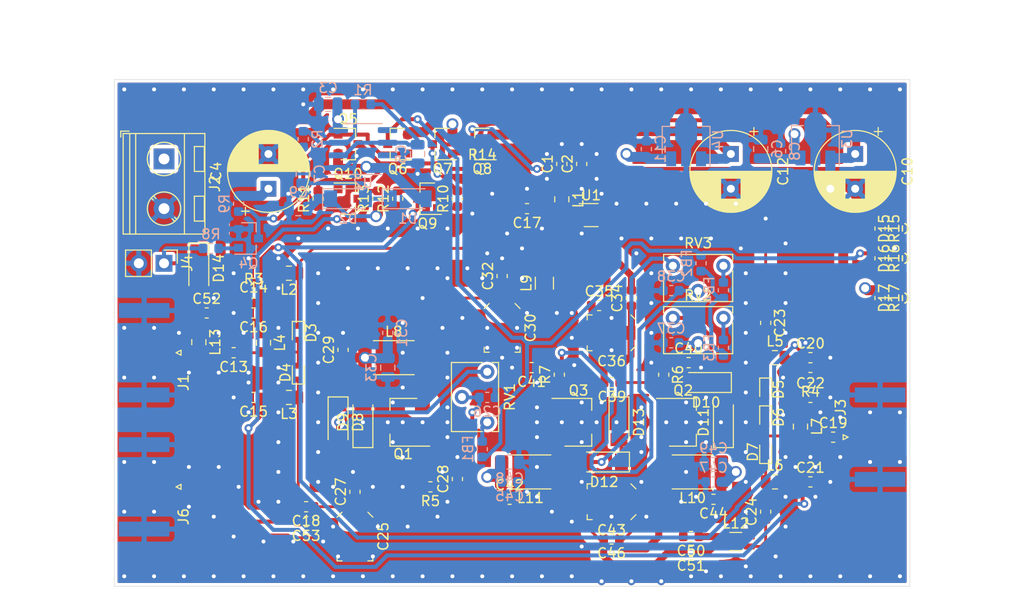
<source format=kicad_pcb>
(kicad_pcb (version 20171130) (host pcbnew 5.1.7-5.1.7)

  (general
    (thickness 1.6)
    (drawings 12)
    (tracks 800)
    (zones 0)
    (modules 126)
    (nets 63)
  )

  (page A4)
  (layers
    (0 F.Cu signal)
    (1 In1.Cu power hide)
    (2 In2.Cu power hide)
    (31 B.Cu signal hide)
    (32 B.Adhes user hide)
    (33 F.Adhes user)
    (34 B.Paste user hide)
    (35 F.Paste user)
    (36 B.SilkS user hide)
    (37 F.SilkS user hide)
    (38 B.Mask user hide)
    (39 F.Mask user)
    (40 Dwgs.User user)
    (41 Cmts.User user)
    (42 Eco1.User user hide)
    (43 Eco2.User user)
    (44 Edge.Cuts user)
    (45 Margin user)
    (46 B.CrtYd user hide)
    (47 F.CrtYd user)
    (48 B.Fab user hide)
    (49 F.Fab user hide)
  )

  (setup
    (last_trace_width 0.4)
    (user_trace_width 0.254)
    (user_trace_width 0.2856)
    (user_trace_width 0.4)
    (user_trace_width 0.71)
    (user_trace_width 1)
    (trace_clearance 0.3)
    (zone_clearance 0.3)
    (zone_45_only no)
    (trace_min 0.1)
    (via_size 0.8)
    (via_drill 0.4)
    (via_min_size 0.4)
    (via_min_drill 0.2)
    (uvia_size 0.3)
    (uvia_drill 0.1)
    (uvias_allowed no)
    (uvia_min_size 0.2)
    (uvia_min_drill 0.1)
    (edge_width 0.05)
    (segment_width 0.2)
    (pcb_text_width 0.3)
    (pcb_text_size 1.5 1.5)
    (mod_edge_width 0.12)
    (mod_text_size 1 1)
    (mod_text_width 0.15)
    (pad_size 1.524 1.524)
    (pad_drill 0.762)
    (pad_to_mask_clearance 0.051)
    (solder_mask_min_width 0.25)
    (aux_axis_origin 0 0)
    (visible_elements FFFFFF7F)
    (pcbplotparams
      (layerselection 0x010fc_ffffffff)
      (usegerberextensions false)
      (usegerberattributes false)
      (usegerberadvancedattributes false)
      (creategerberjobfile false)
      (excludeedgelayer true)
      (linewidth 0.100000)
      (plotframeref false)
      (viasonmask false)
      (mode 1)
      (useauxorigin false)
      (hpglpennumber 1)
      (hpglpenspeed 20)
      (hpglpendiameter 15.000000)
      (psnegative false)
      (psa4output false)
      (plotreference true)
      (plotvalue true)
      (plotinvisibletext false)
      (padsonsilk false)
      (subtractmaskfromsilk false)
      (outputformat 1)
      (mirror false)
      (drillshape 1)
      (scaleselection 1)
      (outputdirectory ""))
  )

  (net 0 "")
  (net 1 GND)
  (net 2 +12V)
  (net 3 "Net-(C5-Pad1)")
  (net 4 "Net-(C7-Pad2)")
  (net 5 "Net-(C7-Pad1)")
  (net 6 +24V)
  (net 7 +5V)
  (net 8 +5VA)
  (net 9 /50R_IN)
  (net 10 "/TRX Diode Switch/50R_TRX")
  (net 11 "/Antenna Diode Switch/LNA_PIN_BIAS")
  (net 12 "/Antenna Diode Switch/PA_PIN_BIAS")
  (net 13 "Net-(C16-Pad1)")
  (net 14 "/TRX Diode Switch/50R_TRX_LNA")
  (net 15 "/TRX Diode Switch/RF_IN_LNA")
  (net 16 "/TRX Diode Switch/50R_TRX_PA")
  (net 17 "/TX Preamplifier/RF_IN")
  (net 18 /50R_OUT)
  (net 19 "/Antenna Diode Switch/50R_ANT")
  (net 20 "Net-(C22-Pad1)")
  (net 21 "/Antenna Diode Switch/50R_ANT_LNA")
  (net 22 /LNA/RF_IN)
  (net 23 "/Antenna Diode Switch/50R_ANT_PA")
  (net 24 /50R_PA_TO_SW)
  (net 25 "Net-(C26-Pad1)")
  (net 26 "/TX Power Stage/RF_IN")
  (net 27 "/TX Power Stage/25R_PA_P_IN_DC")
  (net 28 "/TX Power Stage/25R_PA_P_IN")
  (net 29 "/TX Power Stage/25R_PA_N_IN_DC")
  (net 30 "/TX Power Stage/25R_PA_N_IN")
  (net 31 "/TX Power Stage/Bias_P")
  (net 32 "/TX Power Stage/Bias_N")
  (net 33 "/TX Power Stage/25R_PA_P_OUT")
  (net 34 "/TX Power Stage/25R_PA_N_OUT")
  (net 35 "/TX Power Stage/25R_PA_N_OUT_DC")
  (net 36 "/TX Power Stage/25R_PA_P_OUT_DC")
  (net 37 "Net-(C52-Pad1)")
  (net 38 "Net-(D5-Pad2)")
  (net 39 "Net-(D8-Pad2)")
  (net 40 "Net-(D8-Pad1)")
  (net 41 "Net-(D10-Pad2)")
  (net 42 "Net-(D10-Pad1)")
  (net 43 "Net-(D12-Pad2)")
  (net 44 "Net-(D12-Pad1)")
  (net 45 "Net-(D14-Pad1)")
  (net 46 "Net-(FB1-Pad1)")
  (net 47 "Net-(FB2-Pad2)")
  (net 48 "Net-(FB3-Pad1)")
  (net 49 "Net-(FB4-Pad1)")
  (net 50 "Net-(Q4-Pad3)")
  (net 51 "Net-(Q4-Pad1)")
  (net 52 "/PTT Control/12V_TX")
  (net 53 "/PTT Control/12V_RX")
  (net 54 "Net-(Q9-Pad1)")
  (net 55 "Net-(Q10-Pad1)")
  (net 56 "Net-(R1-Pad2)")
  (net 57 /5V_RX)
  (net 58 /5V_TX)
  (net 59 "Net-(D15-Pad2)")
  (net 60 "Net-(D16-Pad2)")
  (net 61 "Net-(D17-Pad2)")
  (net 62 /50R_IN_TXONLY)

  (net_class Default "Dies ist die voreingestellte Netzklasse."
    (clearance 0.3)
    (trace_width 0.4)
    (via_dia 0.8)
    (via_drill 0.4)
    (uvia_dia 0.3)
    (uvia_drill 0.1)
    (add_net /5V_RX)
    (add_net /5V_TX)
    (add_net "/Antenna Diode Switch/LNA_PIN_BIAS")
    (add_net "/Antenna Diode Switch/PA_PIN_BIAS")
    (add_net "/PTT Control/12V_RX")
    (add_net "/PTT Control/12V_TX")
    (add_net "/TX Power Stage/Bias_N")
    (add_net "/TX Power Stage/Bias_P")
    (add_net GND)
    (add_net "Net-(C16-Pad1)")
    (add_net "Net-(C22-Pad1)")
    (add_net "Net-(C26-Pad1)")
    (add_net "Net-(C5-Pad1)")
    (add_net "Net-(C52-Pad1)")
    (add_net "Net-(C7-Pad1)")
    (add_net "Net-(C7-Pad2)")
    (add_net "Net-(D10-Pad1)")
    (add_net "Net-(D10-Pad2)")
    (add_net "Net-(D12-Pad1)")
    (add_net "Net-(D12-Pad2)")
    (add_net "Net-(D14-Pad1)")
    (add_net "Net-(D15-Pad2)")
    (add_net "Net-(D16-Pad2)")
    (add_net "Net-(D17-Pad2)")
    (add_net "Net-(D8-Pad1)")
    (add_net "Net-(D8-Pad2)")
    (add_net "Net-(FB1-Pad1)")
    (add_net "Net-(FB2-Pad2)")
    (add_net "Net-(FB3-Pad1)")
    (add_net "Net-(FB4-Pad1)")
    (add_net "Net-(Q10-Pad1)")
    (add_net "Net-(Q4-Pad1)")
    (add_net "Net-(Q4-Pad3)")
    (add_net "Net-(Q9-Pad1)")
    (add_net "Net-(R1-Pad2)")
  )

  (net_class 25R ""
    (clearance 1)
    (trace_width 0.71)
    (via_dia 0.8)
    (via_drill 0.4)
    (uvia_dia 0.3)
    (uvia_drill 0.1)
    (add_net "/TX Power Stage/25R_PA_N_IN")
    (add_net "/TX Power Stage/25R_PA_N_IN_DC")
    (add_net "/TX Power Stage/25R_PA_N_OUT")
    (add_net "/TX Power Stage/25R_PA_N_OUT_DC")
    (add_net "/TX Power Stage/25R_PA_P_IN")
    (add_net "/TX Power Stage/25R_PA_P_IN_DC")
    (add_net "/TX Power Stage/25R_PA_P_OUT")
    (add_net "/TX Power Stage/25R_PA_P_OUT_DC")
  )

  (net_class 50R ""
    (clearance 1)
    (trace_width 0.2856)
    (via_dia 0.8)
    (via_drill 0.4)
    (uvia_dia 0.3)
    (uvia_drill 0.1)
    (add_net /50R_IN)
    (add_net /50R_IN_TXONLY)
    (add_net /50R_OUT)
    (add_net /50R_PA_TO_SW)
    (add_net "/Antenna Diode Switch/50R_ANT")
    (add_net "/Antenna Diode Switch/50R_ANT_LNA")
    (add_net "/Antenna Diode Switch/50R_ANT_PA")
    (add_net /LNA/RF_IN)
    (add_net "/TRX Diode Switch/50R_TRX")
    (add_net "/TRX Diode Switch/50R_TRX_LNA")
    (add_net "/TRX Diode Switch/50R_TRX_PA")
    (add_net "/TRX Diode Switch/RF_IN_LNA")
    (add_net "/TX Power Stage/RF_IN")
    (add_net "/TX Preamplifier/RF_IN")
    (add_net "Net-(D5-Pad2)")
  )

  (net_class Power ""
    (clearance 0.4)
    (trace_width 1)
    (via_dia 1.2)
    (via_drill 0.8)
    (uvia_dia 0.3)
    (uvia_drill 0.1)
    (add_net +12V)
    (add_net +24V)
    (add_net +5V)
    (add_net +5VA)
  )

  (module Connector_PinHeader_2.54mm:PinHeader_1x02_P2.54mm_Vertical (layer F.Cu) (tedit 59FED5CC) (tstamp 5F7801CB)
    (at 55 68.5 270)
    (descr "Through hole straight pin header, 1x02, 2.54mm pitch, single row")
    (tags "Through hole pin header THT 1x02 2.54mm single row")
    (path /5F189F7F/5F79D217)
    (fp_text reference J4 (at 0 -2.33 90) (layer F.SilkS)
      (effects (font (size 1 1) (thickness 0.15)))
    )
    (fp_text value PTT (at 0 4.87 90) (layer F.Fab)
      (effects (font (size 1 1) (thickness 0.15)))
    )
    (fp_line (start 1.8 -1.8) (end -1.8 -1.8) (layer F.CrtYd) (width 0.05))
    (fp_line (start 1.8 4.35) (end 1.8 -1.8) (layer F.CrtYd) (width 0.05))
    (fp_line (start -1.8 4.35) (end 1.8 4.35) (layer F.CrtYd) (width 0.05))
    (fp_line (start -1.8 -1.8) (end -1.8 4.35) (layer F.CrtYd) (width 0.05))
    (fp_line (start -1.33 -1.33) (end 0 -1.33) (layer F.SilkS) (width 0.12))
    (fp_line (start -1.33 0) (end -1.33 -1.33) (layer F.SilkS) (width 0.12))
    (fp_line (start -1.33 1.27) (end 1.33 1.27) (layer F.SilkS) (width 0.12))
    (fp_line (start 1.33 1.27) (end 1.33 3.87) (layer F.SilkS) (width 0.12))
    (fp_line (start -1.33 1.27) (end -1.33 3.87) (layer F.SilkS) (width 0.12))
    (fp_line (start -1.33 3.87) (end 1.33 3.87) (layer F.SilkS) (width 0.12))
    (fp_line (start -1.27 -0.635) (end -0.635 -1.27) (layer F.Fab) (width 0.1))
    (fp_line (start -1.27 3.81) (end -1.27 -0.635) (layer F.Fab) (width 0.1))
    (fp_line (start 1.27 3.81) (end -1.27 3.81) (layer F.Fab) (width 0.1))
    (fp_line (start 1.27 -1.27) (end 1.27 3.81) (layer F.Fab) (width 0.1))
    (fp_line (start -0.635 -1.27) (end 1.27 -1.27) (layer F.Fab) (width 0.1))
    (fp_text user %R (at 0 1.27) (layer F.Fab)
      (effects (font (size 1 1) (thickness 0.15)))
    )
    (pad 2 thru_hole oval (at 0 2.54 270) (size 1.7 1.7) (drill 1) (layers *.Cu *.Mask)
      (net 1 GND))
    (pad 1 thru_hole rect (at 0 0 270) (size 1.7 1.7) (drill 1) (layers *.Cu *.Mask)
      (net 45 "Net-(D14-Pad1)"))
    (model ${KISYS3DMOD}/Connector_PinHeader_2.54mm.3dshapes/PinHeader_1x02_P2.54mm_Vertical.wrl
      (at (xyz 0 0 0))
      (scale (xyz 1 1 1))
      (rotate (xyz 0 0 0))
    )
  )

  (module Connector_Coaxial:SMA_Amphenol_132289_EdgeMount (layer F.Cu) (tedit 5A1C1810) (tstamp 5F712799)
    (at 53 91 180)
    (descr http://www.amphenolrf.com/132289.html)
    (tags SMA)
    (path /5F710C19)
    (attr smd)
    (fp_text reference J6 (at -3.96 -3 90) (layer F.SilkS)
      (effects (font (size 1 1) (thickness 0.15)))
    )
    (fp_text value CONN_TXONLY (at 5 6) (layer F.Fab)
      (effects (font (size 1 1) (thickness 0.15)))
    )
    (fp_line (start -1.91 5.08) (end 4.445 5.08) (layer F.Fab) (width 0.1))
    (fp_line (start -1.91 3.81) (end -1.91 5.08) (layer F.Fab) (width 0.1))
    (fp_line (start 2.54 3.81) (end -1.91 3.81) (layer F.Fab) (width 0.1))
    (fp_line (start 2.54 -3.81) (end 2.54 3.81) (layer F.Fab) (width 0.1))
    (fp_line (start -1.91 -3.81) (end 2.54 -3.81) (layer F.Fab) (width 0.1))
    (fp_line (start -1.91 -5.08) (end -1.91 -3.81) (layer F.Fab) (width 0.1))
    (fp_line (start -1.91 -5.08) (end 4.445 -5.08) (layer F.Fab) (width 0.1))
    (fp_line (start 4.445 -3.81) (end 4.445 -5.08) (layer F.Fab) (width 0.1))
    (fp_line (start 4.445 5.08) (end 4.445 3.81) (layer F.Fab) (width 0.1))
    (fp_line (start 13.97 3.81) (end 4.445 3.81) (layer F.Fab) (width 0.1))
    (fp_line (start 13.97 -3.81) (end 13.97 3.81) (layer F.Fab) (width 0.1))
    (fp_line (start 4.445 -3.81) (end 13.97 -3.81) (layer F.Fab) (width 0.1))
    (fp_line (start -3.04 5.58) (end -3.04 -5.58) (layer B.CrtYd) (width 0.05))
    (fp_line (start 14.47 5.58) (end -3.04 5.58) (layer B.CrtYd) (width 0.05))
    (fp_line (start 14.47 -5.58) (end 14.47 5.58) (layer B.CrtYd) (width 0.05))
    (fp_line (start 14.47 -5.58) (end -3.04 -5.58) (layer B.CrtYd) (width 0.05))
    (fp_line (start -3.04 5.58) (end -3.04 -5.58) (layer F.CrtYd) (width 0.05))
    (fp_line (start 14.47 5.58) (end -3.04 5.58) (layer F.CrtYd) (width 0.05))
    (fp_line (start 14.47 -5.58) (end 14.47 5.58) (layer F.CrtYd) (width 0.05))
    (fp_line (start 14.47 -5.58) (end -3.04 -5.58) (layer F.CrtYd) (width 0.05))
    (fp_line (start 2.54 -0.75) (end 3.54 0) (layer F.Fab) (width 0.1))
    (fp_line (start 3.54 0) (end 2.54 0.75) (layer F.Fab) (width 0.1))
    (fp_line (start -3.21 0) (end -3.71 -0.25) (layer F.SilkS) (width 0.12))
    (fp_line (start -3.71 -0.25) (end -3.71 0.25) (layer F.SilkS) (width 0.12))
    (fp_line (start -3.71 0.25) (end -3.21 0) (layer F.SilkS) (width 0.12))
    (fp_text user %R (at 4.79 0 270) (layer F.Fab)
      (effects (font (size 1 1) (thickness 0.15)))
    )
    (pad 1 smd rect (at 0 0 270) (size 1.5 5.08) (layers F.Cu F.Paste F.Mask)
      (net 62 /50R_IN_TXONLY))
    (pad 2 smd rect (at 0 -4.25 270) (size 1.5 5.08) (layers F.Cu F.Paste F.Mask)
      (net 1 GND))
    (pad 2 smd rect (at 0 4.25 270) (size 1.5 5.08) (layers F.Cu F.Paste F.Mask)
      (net 1 GND))
    (pad 2 smd rect (at 0 -4.25 270) (size 1.5 5.08) (layers B.Cu B.Paste B.Mask)
      (net 1 GND))
    (pad 2 smd rect (at 0 4.25 270) (size 1.5 5.08) (layers B.Cu B.Paste B.Mask)
      (net 1 GND))
    (model ${KISYS3DMOD}/Connector_Coaxial.3dshapes/SMA_Amphenol_132289_EdgeMount.wrl
      (at (xyz 0 0 0))
      (scale (xyz 1 1 1))
      (rotate (xyz 0 0 0))
    )
  )

  (module Capacitor_SMD:C_0603_1608Metric (layer F.Cu) (tedit 5B301BBE) (tstamp 5F7122C6)
    (at 69.2875 94.5 180)
    (descr "Capacitor SMD 0603 (1608 Metric), square (rectangular) end terminal, IPC_7351 nominal, (Body size source: http://www.tortai-tech.com/upload/download/2011102023233369053.pdf), generated with kicad-footprint-generator")
    (tags capacitor)
    (path /5F1CEB90/5F715464)
    (attr smd)
    (fp_text reference C53 (at 0 -1.43) (layer F.SilkS)
      (effects (font (size 1 1) (thickness 0.15)))
    )
    (fp_text value 1nF (at 0 1.43) (layer F.Fab)
      (effects (font (size 1 1) (thickness 0.15)))
    )
    (fp_line (start 1.48 0.73) (end -1.48 0.73) (layer F.CrtYd) (width 0.05))
    (fp_line (start 1.48 -0.73) (end 1.48 0.73) (layer F.CrtYd) (width 0.05))
    (fp_line (start -1.48 -0.73) (end 1.48 -0.73) (layer F.CrtYd) (width 0.05))
    (fp_line (start -1.48 0.73) (end -1.48 -0.73) (layer F.CrtYd) (width 0.05))
    (fp_line (start -0.162779 0.51) (end 0.162779 0.51) (layer F.SilkS) (width 0.12))
    (fp_line (start -0.162779 -0.51) (end 0.162779 -0.51) (layer F.SilkS) (width 0.12))
    (fp_line (start 0.8 0.4) (end -0.8 0.4) (layer F.Fab) (width 0.1))
    (fp_line (start 0.8 -0.4) (end 0.8 0.4) (layer F.Fab) (width 0.1))
    (fp_line (start -0.8 -0.4) (end 0.8 -0.4) (layer F.Fab) (width 0.1))
    (fp_line (start -0.8 0.4) (end -0.8 -0.4) (layer F.Fab) (width 0.1))
    (fp_text user %R (at 0 0) (layer F.Fab)
      (effects (font (size 0.4 0.4) (thickness 0.06)))
    )
    (pad 2 smd roundrect (at 0.7875 0 180) (size 0.875 0.95) (layers F.Cu F.Paste F.Mask) (roundrect_rratio 0.25)
      (net 62 /50R_IN_TXONLY))
    (pad 1 smd roundrect (at -0.7875 0 180) (size 0.875 0.95) (layers F.Cu F.Paste F.Mask) (roundrect_rratio 0.25)
      (net 17 "/TX Preamplifier/RF_IN"))
    (model ${KISYS3DMOD}/Capacitor_SMD.3dshapes/C_0603_1608Metric.wrl
      (at (xyz 0 0 0))
      (scale (xyz 1 1 1))
      (rotate (xyz 0 0 0))
    )
  )

  (module Package_TO_SOT_SMD:SOT-89-3 (layer F.Cu) (tedit 5A02FF57) (tstamp 5F5D513A)
    (at 96.23 84.5)
    (descr SOT-89-3)
    (tags SOT-89-3)
    (path /5F1CEF94/5F2DB79C)
    (attr smd)
    (fp_text reference Q3 (at 0.45 -3.2) (layer F.SilkS)
      (effects (font (size 1 1) (thickness 0.15)))
    )
    (fp_text value AFT05MS004N (at 0.45 3.25) (layer F.Fab)
      (effects (font (size 1 1) (thickness 0.15)))
    )
    (fp_line (start -2.48 2.55) (end -2.48 -2.55) (layer F.CrtYd) (width 0.05))
    (fp_line (start -2.48 2.55) (end 3.23 2.55) (layer F.CrtYd) (width 0.05))
    (fp_line (start 3.23 -2.55) (end -2.48 -2.55) (layer F.CrtYd) (width 0.05))
    (fp_line (start 3.23 -2.55) (end 3.23 2.55) (layer F.CrtYd) (width 0.05))
    (fp_line (start -0.13 -2.3) (end 1.68 -2.3) (layer F.Fab) (width 0.1))
    (fp_line (start -0.92 2.3) (end -0.92 -1.51) (layer F.Fab) (width 0.1))
    (fp_line (start 1.68 2.3) (end -0.92 2.3) (layer F.Fab) (width 0.1))
    (fp_line (start 1.68 -2.3) (end 1.68 2.3) (layer F.Fab) (width 0.1))
    (fp_line (start -0.92 -1.51) (end -0.13 -2.3) (layer F.Fab) (width 0.1))
    (fp_line (start 1.78 -2.4) (end 1.78 -1.2) (layer F.SilkS) (width 0.12))
    (fp_line (start -2.22 -2.4) (end 1.78 -2.4) (layer F.SilkS) (width 0.12))
    (fp_line (start 1.78 2.4) (end -0.92 2.4) (layer F.SilkS) (width 0.12))
    (fp_line (start 1.78 1.2) (end 1.78 2.4) (layer F.SilkS) (width 0.12))
    (fp_text user %R (at 0.38 0 90) (layer F.Fab)
      (effects (font (size 0.6 0.6) (thickness 0.09)))
    )
    (pad 2 smd trapezoid (at -0.0762 0 90) (size 1.5 1) (rect_delta 0 0.7 ) (layers F.Cu F.Paste F.Mask)
      (net 1 GND))
    (pad 2 smd rect (at 1.3335 0 270) (size 2.2 1.84) (layers F.Cu F.Paste F.Mask)
      (net 1 GND))
    (pad 3 smd rect (at -1.48 1.5 270) (size 1 1.5) (layers F.Cu F.Paste F.Mask)
      (net 33 "/TX Power Stage/25R_PA_P_OUT"))
    (pad 2 smd rect (at -1.3335 0 270) (size 1 1.8) (layers F.Cu F.Paste F.Mask)
      (net 1 GND))
    (pad 1 smd rect (at -1.48 -1.5 270) (size 1 1.5) (layers F.Cu F.Paste F.Mask)
      (net 30 "/TX Power Stage/25R_PA_N_IN"))
    (pad 2 smd trapezoid (at 2.667 0 270) (size 1.6 0.85) (rect_delta 0 0.6 ) (layers F.Cu F.Paste F.Mask)
      (net 1 GND))
    (model ${KISYS3DMOD}/Package_TO_SOT_SMD.3dshapes/SOT-89-3.wrl
      (at (xyz 0 0 0))
      (scale (xyz 1 1 1))
      (rotate (xyz 0 0 0))
    )
  )

  (module Package_TO_SOT_SMD:SOT-89-3 (layer F.Cu) (tedit 5A02FF57) (tstamp 5F5D5128)
    (at 106.75 84.5)
    (descr SOT-89-3)
    (tags SOT-89-3)
    (path /5F1CEF94/5F241898)
    (attr smd)
    (fp_text reference Q2 (at 0.45 -3.2) (layer F.SilkS)
      (effects (font (size 1 1) (thickness 0.15)))
    )
    (fp_text value AFT05MS004N (at 0.45 3.25) (layer F.Fab)
      (effects (font (size 1 1) (thickness 0.15)))
    )
    (fp_line (start -2.48 2.55) (end -2.48 -2.55) (layer F.CrtYd) (width 0.05))
    (fp_line (start -2.48 2.55) (end 3.23 2.55) (layer F.CrtYd) (width 0.05))
    (fp_line (start 3.23 -2.55) (end -2.48 -2.55) (layer F.CrtYd) (width 0.05))
    (fp_line (start 3.23 -2.55) (end 3.23 2.55) (layer F.CrtYd) (width 0.05))
    (fp_line (start -0.13 -2.3) (end 1.68 -2.3) (layer F.Fab) (width 0.1))
    (fp_line (start -0.92 2.3) (end -0.92 -1.51) (layer F.Fab) (width 0.1))
    (fp_line (start 1.68 2.3) (end -0.92 2.3) (layer F.Fab) (width 0.1))
    (fp_line (start 1.68 -2.3) (end 1.68 2.3) (layer F.Fab) (width 0.1))
    (fp_line (start -0.92 -1.51) (end -0.13 -2.3) (layer F.Fab) (width 0.1))
    (fp_line (start 1.78 -2.4) (end 1.78 -1.2) (layer F.SilkS) (width 0.12))
    (fp_line (start -2.22 -2.4) (end 1.78 -2.4) (layer F.SilkS) (width 0.12))
    (fp_line (start 1.78 2.4) (end -0.92 2.4) (layer F.SilkS) (width 0.12))
    (fp_line (start 1.78 1.2) (end 1.78 2.4) (layer F.SilkS) (width 0.12))
    (fp_text user %R (at 0.38 0 90) (layer F.Fab)
      (effects (font (size 0.6 0.6) (thickness 0.09)))
    )
    (pad 2 smd trapezoid (at -0.0762 0 90) (size 1.5 1) (rect_delta 0 0.7 ) (layers F.Cu F.Paste F.Mask)
      (net 1 GND))
    (pad 2 smd rect (at 1.3335 0 270) (size 2.2 1.84) (layers F.Cu F.Paste F.Mask)
      (net 1 GND))
    (pad 3 smd rect (at -1.48 1.5 270) (size 1 1.5) (layers F.Cu F.Paste F.Mask)
      (net 34 "/TX Power Stage/25R_PA_N_OUT"))
    (pad 2 smd rect (at -1.3335 0 270) (size 1 1.8) (layers F.Cu F.Paste F.Mask)
      (net 1 GND))
    (pad 1 smd rect (at -1.48 -1.5 270) (size 1 1.5) (layers F.Cu F.Paste F.Mask)
      (net 28 "/TX Power Stage/25R_PA_P_IN"))
    (pad 2 smd trapezoid (at 2.667 0 270) (size 1.6 0.85) (rect_delta 0 0.6 ) (layers F.Cu F.Paste F.Mask)
      (net 1 GND))
    (model ${KISYS3DMOD}/Package_TO_SOT_SMD.3dshapes/SOT-89-3.wrl
      (at (xyz 0 0 0))
      (scale (xyz 1 1 1))
      (rotate (xyz 0 0 0))
    )
  )

  (module Package_TO_SOT_SMD:SOT-89-3 (layer F.Cu) (tedit 5A02FF57) (tstamp 5F5D5116)
    (at 79.5 84.5 180)
    (descr SOT-89-3)
    (tags SOT-89-3)
    (path /5F1CEEEE/5F1DCEC6)
    (attr smd)
    (fp_text reference Q1 (at 0.45 -3.2) (layer F.SilkS)
      (effects (font (size 1 1) (thickness 0.15)))
    )
    (fp_text value AFT05MS004N (at 0.45 3.25) (layer F.Fab)
      (effects (font (size 1 1) (thickness 0.15)))
    )
    (fp_line (start -2.48 2.55) (end -2.48 -2.55) (layer F.CrtYd) (width 0.05))
    (fp_line (start -2.48 2.55) (end 3.23 2.55) (layer F.CrtYd) (width 0.05))
    (fp_line (start 3.23 -2.55) (end -2.48 -2.55) (layer F.CrtYd) (width 0.05))
    (fp_line (start 3.23 -2.55) (end 3.23 2.55) (layer F.CrtYd) (width 0.05))
    (fp_line (start -0.13 -2.3) (end 1.68 -2.3) (layer F.Fab) (width 0.1))
    (fp_line (start -0.92 2.3) (end -0.92 -1.51) (layer F.Fab) (width 0.1))
    (fp_line (start 1.68 2.3) (end -0.92 2.3) (layer F.Fab) (width 0.1))
    (fp_line (start 1.68 -2.3) (end 1.68 2.3) (layer F.Fab) (width 0.1))
    (fp_line (start -0.92 -1.51) (end -0.13 -2.3) (layer F.Fab) (width 0.1))
    (fp_line (start 1.78 -2.4) (end 1.78 -1.2) (layer F.SilkS) (width 0.12))
    (fp_line (start -2.22 -2.4) (end 1.78 -2.4) (layer F.SilkS) (width 0.12))
    (fp_line (start 1.78 2.4) (end -0.92 2.4) (layer F.SilkS) (width 0.12))
    (fp_line (start 1.78 1.2) (end 1.78 2.4) (layer F.SilkS) (width 0.12))
    (fp_text user %R (at 0.38 0 90) (layer F.Fab)
      (effects (font (size 0.6 0.6) (thickness 0.09)))
    )
    (pad 2 smd trapezoid (at -0.0762 0 270) (size 1.5 1) (rect_delta 0 0.7 ) (layers F.Cu F.Paste F.Mask)
      (net 1 GND))
    (pad 2 smd rect (at 1.3335 0 90) (size 2.2 1.84) (layers F.Cu F.Paste F.Mask)
      (net 1 GND))
    (pad 3 smd rect (at -1.48 1.5 90) (size 1 1.5) (layers F.Cu F.Paste F.Mask)
      (net 26 "/TX Power Stage/RF_IN"))
    (pad 2 smd rect (at -1.3335 0 90) (size 1 1.8) (layers F.Cu F.Paste F.Mask)
      (net 1 GND))
    (pad 1 smd rect (at -1.48 -1.5 90) (size 1 1.5) (layers F.Cu F.Paste F.Mask)
      (net 17 "/TX Preamplifier/RF_IN"))
    (pad 2 smd trapezoid (at 2.667 0 90) (size 1.6 0.85) (rect_delta 0 0.6 ) (layers F.Cu F.Paste F.Mask)
      (net 1 GND))
    (model ${KISYS3DMOD}/Package_TO_SOT_SMD.3dshapes/SOT-89-3.wrl
      (at (xyz 0 0 0))
      (scale (xyz 1 1 1))
      (rotate (xyz 0 0 0))
    )
  )

  (module Diode_SMD:D_MiniMELF (layer F.Cu) (tedit 5905D8F5) (tstamp 5F77B718)
    (at 58.5 69 270)
    (descr "Diode Mini-MELF")
    (tags "Diode Mini-MELF")
    (path /5F189F7F/5F62F037)
    (attr smd)
    (fp_text reference D14 (at 0 -2 90) (layer F.SilkS)
      (effects (font (size 1 1) (thickness 0.15)))
    )
    (fp_text value LL4148 (at 0 1.75 90) (layer F.Fab)
      (effects (font (size 1 1) (thickness 0.15)))
    )
    (fp_line (start -2.65 1.1) (end -2.65 -1.1) (layer F.CrtYd) (width 0.05))
    (fp_line (start 2.65 1.1) (end -2.65 1.1) (layer F.CrtYd) (width 0.05))
    (fp_line (start 2.65 -1.1) (end 2.65 1.1) (layer F.CrtYd) (width 0.05))
    (fp_line (start -2.65 -1.1) (end 2.65 -1.1) (layer F.CrtYd) (width 0.05))
    (fp_line (start -0.75 0) (end -0.35 0) (layer F.Fab) (width 0.1))
    (fp_line (start -0.35 0) (end -0.35 -0.55) (layer F.Fab) (width 0.1))
    (fp_line (start -0.35 0) (end -0.35 0.55) (layer F.Fab) (width 0.1))
    (fp_line (start -0.35 0) (end 0.25 -0.4) (layer F.Fab) (width 0.1))
    (fp_line (start 0.25 -0.4) (end 0.25 0.4) (layer F.Fab) (width 0.1))
    (fp_line (start 0.25 0.4) (end -0.35 0) (layer F.Fab) (width 0.1))
    (fp_line (start 0.25 0) (end 0.75 0) (layer F.Fab) (width 0.1))
    (fp_line (start -1.65 -0.8) (end 1.65 -0.8) (layer F.Fab) (width 0.1))
    (fp_line (start -1.65 0.8) (end -1.65 -0.8) (layer F.Fab) (width 0.1))
    (fp_line (start 1.65 0.8) (end -1.65 0.8) (layer F.Fab) (width 0.1))
    (fp_line (start 1.65 -0.8) (end 1.65 0.8) (layer F.Fab) (width 0.1))
    (fp_line (start -2.55 1) (end 1.75 1) (layer F.SilkS) (width 0.12))
    (fp_line (start -2.55 -1) (end -2.55 1) (layer F.SilkS) (width 0.12))
    (fp_line (start 1.75 -1) (end -2.55 -1) (layer F.SilkS) (width 0.12))
    (fp_text user %R (at 0 -2 90) (layer F.Fab)
      (effects (font (size 1 1) (thickness 0.15)))
    )
    (pad 2 smd rect (at 1.75 0 270) (size 1.3 1.7) (layers F.Cu F.Paste F.Mask)
      (net 37 "Net-(C52-Pad1)"))
    (pad 1 smd rect (at -1.75 0 270) (size 1.3 1.7) (layers F.Cu F.Paste F.Mask)
      (net 45 "Net-(D14-Pad1)"))
    (model ${KISYS3DMOD}/Diode_SMD.3dshapes/D_MiniMELF.wrl
      (at (xyz 0 0 0))
      (scale (xyz 1 1 1))
      (rotate (xyz 0 0 0))
    )
  )

  (module Diode_SMD:D_MiniMELF (layer F.Cu) (tedit 5905D8F5) (tstamp 5F61BFB0)
    (at 100.75 84.5 270)
    (descr "Diode Mini-MELF")
    (tags "Diode Mini-MELF")
    (path /5F1CEF94/5F638834)
    (attr smd)
    (fp_text reference D13 (at 0 -2 90) (layer F.SilkS)
      (effects (font (size 1 1) (thickness 0.15)))
    )
    (fp_text value LL4148 (at 0 1.75 90) (layer F.Fab)
      (effects (font (size 1 1) (thickness 0.15)))
    )
    (fp_line (start -2.65 1.1) (end -2.65 -1.1) (layer F.CrtYd) (width 0.05))
    (fp_line (start 2.65 1.1) (end -2.65 1.1) (layer F.CrtYd) (width 0.05))
    (fp_line (start 2.65 -1.1) (end 2.65 1.1) (layer F.CrtYd) (width 0.05))
    (fp_line (start -2.65 -1.1) (end 2.65 -1.1) (layer F.CrtYd) (width 0.05))
    (fp_line (start -0.75 0) (end -0.35 0) (layer F.Fab) (width 0.1))
    (fp_line (start -0.35 0) (end -0.35 -0.55) (layer F.Fab) (width 0.1))
    (fp_line (start -0.35 0) (end -0.35 0.55) (layer F.Fab) (width 0.1))
    (fp_line (start -0.35 0) (end 0.25 -0.4) (layer F.Fab) (width 0.1))
    (fp_line (start 0.25 -0.4) (end 0.25 0.4) (layer F.Fab) (width 0.1))
    (fp_line (start 0.25 0.4) (end -0.35 0) (layer F.Fab) (width 0.1))
    (fp_line (start 0.25 0) (end 0.75 0) (layer F.Fab) (width 0.1))
    (fp_line (start -1.65 -0.8) (end 1.65 -0.8) (layer F.Fab) (width 0.1))
    (fp_line (start -1.65 0.8) (end -1.65 -0.8) (layer F.Fab) (width 0.1))
    (fp_line (start 1.65 0.8) (end -1.65 0.8) (layer F.Fab) (width 0.1))
    (fp_line (start 1.65 -0.8) (end 1.65 0.8) (layer F.Fab) (width 0.1))
    (fp_line (start -2.55 1) (end 1.75 1) (layer F.SilkS) (width 0.12))
    (fp_line (start -2.55 -1) (end -2.55 1) (layer F.SilkS) (width 0.12))
    (fp_line (start 1.75 -1) (end -2.55 -1) (layer F.SilkS) (width 0.12))
    (fp_text user %R (at 0 -2 90) (layer F.Fab)
      (effects (font (size 1 1) (thickness 0.15)))
    )
    (pad 2 smd rect (at 1.75 0 270) (size 1.3 1.7) (layers F.Cu F.Paste F.Mask)
      (net 44 "Net-(D12-Pad1)"))
    (pad 1 smd rect (at -1.75 0 270) (size 1.3 1.7) (layers F.Cu F.Paste F.Mask)
      (net 1 GND))
    (model ${KISYS3DMOD}/Diode_SMD.3dshapes/D_MiniMELF.wrl
      (at (xyz 0 0 0))
      (scale (xyz 1 1 1))
      (rotate (xyz 0 0 0))
    )
  )

  (module Diode_SMD:D_MiniMELF (layer F.Cu) (tedit 5905D8F5) (tstamp 5F61BF97)
    (at 99.25 88.5 180)
    (descr "Diode Mini-MELF")
    (tags "Diode Mini-MELF")
    (path /5F1CEF94/5F63829E)
    (attr smd)
    (fp_text reference D12 (at 0 -2) (layer F.SilkS)
      (effects (font (size 1 1) (thickness 0.15)))
    )
    (fp_text value LL4148 (at 0 1.75) (layer F.Fab)
      (effects (font (size 1 1) (thickness 0.15)))
    )
    (fp_line (start -2.65 1.1) (end -2.65 -1.1) (layer F.CrtYd) (width 0.05))
    (fp_line (start 2.65 1.1) (end -2.65 1.1) (layer F.CrtYd) (width 0.05))
    (fp_line (start 2.65 -1.1) (end 2.65 1.1) (layer F.CrtYd) (width 0.05))
    (fp_line (start -2.65 -1.1) (end 2.65 -1.1) (layer F.CrtYd) (width 0.05))
    (fp_line (start -0.75 0) (end -0.35 0) (layer F.Fab) (width 0.1))
    (fp_line (start -0.35 0) (end -0.35 -0.55) (layer F.Fab) (width 0.1))
    (fp_line (start -0.35 0) (end -0.35 0.55) (layer F.Fab) (width 0.1))
    (fp_line (start -0.35 0) (end 0.25 -0.4) (layer F.Fab) (width 0.1))
    (fp_line (start 0.25 -0.4) (end 0.25 0.4) (layer F.Fab) (width 0.1))
    (fp_line (start 0.25 0.4) (end -0.35 0) (layer F.Fab) (width 0.1))
    (fp_line (start 0.25 0) (end 0.75 0) (layer F.Fab) (width 0.1))
    (fp_line (start -1.65 -0.8) (end 1.65 -0.8) (layer F.Fab) (width 0.1))
    (fp_line (start -1.65 0.8) (end -1.65 -0.8) (layer F.Fab) (width 0.1))
    (fp_line (start 1.65 0.8) (end -1.65 0.8) (layer F.Fab) (width 0.1))
    (fp_line (start 1.65 -0.8) (end 1.65 0.8) (layer F.Fab) (width 0.1))
    (fp_line (start -2.55 1) (end 1.75 1) (layer F.SilkS) (width 0.12))
    (fp_line (start -2.55 -1) (end -2.55 1) (layer F.SilkS) (width 0.12))
    (fp_line (start 1.75 -1) (end -2.55 -1) (layer F.SilkS) (width 0.12))
    (fp_text user %R (at 0 -2) (layer F.Fab)
      (effects (font (size 1 1) (thickness 0.15)))
    )
    (pad 2 smd rect (at 1.75 0 180) (size 1.3 1.7) (layers F.Cu F.Paste F.Mask)
      (net 43 "Net-(D12-Pad2)"))
    (pad 1 smd rect (at -1.75 0 180) (size 1.3 1.7) (layers F.Cu F.Paste F.Mask)
      (net 44 "Net-(D12-Pad1)"))
    (model ${KISYS3DMOD}/Diode_SMD.3dshapes/D_MiniMELF.wrl
      (at (xyz 0 0 0))
      (scale (xyz 1 1 1))
      (rotate (xyz 0 0 0))
    )
  )

  (module Diode_SMD:D_MiniMELF (layer F.Cu) (tedit 5905D8F5) (tstamp 5F61BF7E)
    (at 111.25 84.5 90)
    (descr "Diode Mini-MELF")
    (tags "Diode Mini-MELF")
    (path /5F1CEF94/5F638E05)
    (attr smd)
    (fp_text reference D11 (at 0 -2 90) (layer F.SilkS)
      (effects (font (size 1 1) (thickness 0.15)))
    )
    (fp_text value LL4148 (at 0 1.75 90) (layer F.Fab)
      (effects (font (size 1 1) (thickness 0.15)))
    )
    (fp_line (start -2.65 1.1) (end -2.65 -1.1) (layer F.CrtYd) (width 0.05))
    (fp_line (start 2.65 1.1) (end -2.65 1.1) (layer F.CrtYd) (width 0.05))
    (fp_line (start 2.65 -1.1) (end 2.65 1.1) (layer F.CrtYd) (width 0.05))
    (fp_line (start -2.65 -1.1) (end 2.65 -1.1) (layer F.CrtYd) (width 0.05))
    (fp_line (start -0.75 0) (end -0.35 0) (layer F.Fab) (width 0.1))
    (fp_line (start -0.35 0) (end -0.35 -0.55) (layer F.Fab) (width 0.1))
    (fp_line (start -0.35 0) (end -0.35 0.55) (layer F.Fab) (width 0.1))
    (fp_line (start -0.35 0) (end 0.25 -0.4) (layer F.Fab) (width 0.1))
    (fp_line (start 0.25 -0.4) (end 0.25 0.4) (layer F.Fab) (width 0.1))
    (fp_line (start 0.25 0.4) (end -0.35 0) (layer F.Fab) (width 0.1))
    (fp_line (start 0.25 0) (end 0.75 0) (layer F.Fab) (width 0.1))
    (fp_line (start -1.65 -0.8) (end 1.65 -0.8) (layer F.Fab) (width 0.1))
    (fp_line (start -1.65 0.8) (end -1.65 -0.8) (layer F.Fab) (width 0.1))
    (fp_line (start 1.65 0.8) (end -1.65 0.8) (layer F.Fab) (width 0.1))
    (fp_line (start 1.65 -0.8) (end 1.65 0.8) (layer F.Fab) (width 0.1))
    (fp_line (start -2.55 1) (end 1.75 1) (layer F.SilkS) (width 0.12))
    (fp_line (start -2.55 -1) (end -2.55 1) (layer F.SilkS) (width 0.12))
    (fp_line (start 1.75 -1) (end -2.55 -1) (layer F.SilkS) (width 0.12))
    (fp_text user %R (at 0 -2 90) (layer F.Fab)
      (effects (font (size 1 1) (thickness 0.15)))
    )
    (pad 2 smd rect (at 1.75 0 90) (size 1.3 1.7) (layers F.Cu F.Paste F.Mask)
      (net 42 "Net-(D10-Pad1)"))
    (pad 1 smd rect (at -1.75 0 90) (size 1.3 1.7) (layers F.Cu F.Paste F.Mask)
      (net 1 GND))
    (model ${KISYS3DMOD}/Diode_SMD.3dshapes/D_MiniMELF.wrl
      (at (xyz 0 0 0))
      (scale (xyz 1 1 1))
      (rotate (xyz 0 0 0))
    )
  )

  (module Diode_SMD:D_MiniMELF (layer F.Cu) (tedit 5905D8F5) (tstamp 5F61BF65)
    (at 109.5 80.5 180)
    (descr "Diode Mini-MELF")
    (tags "Diode Mini-MELF")
    (path /5F1CEF94/5F637865)
    (attr smd)
    (fp_text reference D10 (at 0 -2) (layer F.SilkS)
      (effects (font (size 1 1) (thickness 0.15)))
    )
    (fp_text value LL4148 (at 0 1.75) (layer F.Fab)
      (effects (font (size 1 1) (thickness 0.15)))
    )
    (fp_line (start -2.65 1.1) (end -2.65 -1.1) (layer F.CrtYd) (width 0.05))
    (fp_line (start 2.65 1.1) (end -2.65 1.1) (layer F.CrtYd) (width 0.05))
    (fp_line (start 2.65 -1.1) (end 2.65 1.1) (layer F.CrtYd) (width 0.05))
    (fp_line (start -2.65 -1.1) (end 2.65 -1.1) (layer F.CrtYd) (width 0.05))
    (fp_line (start -0.75 0) (end -0.35 0) (layer F.Fab) (width 0.1))
    (fp_line (start -0.35 0) (end -0.35 -0.55) (layer F.Fab) (width 0.1))
    (fp_line (start -0.35 0) (end -0.35 0.55) (layer F.Fab) (width 0.1))
    (fp_line (start -0.35 0) (end 0.25 -0.4) (layer F.Fab) (width 0.1))
    (fp_line (start 0.25 -0.4) (end 0.25 0.4) (layer F.Fab) (width 0.1))
    (fp_line (start 0.25 0.4) (end -0.35 0) (layer F.Fab) (width 0.1))
    (fp_line (start 0.25 0) (end 0.75 0) (layer F.Fab) (width 0.1))
    (fp_line (start -1.65 -0.8) (end 1.65 -0.8) (layer F.Fab) (width 0.1))
    (fp_line (start -1.65 0.8) (end -1.65 -0.8) (layer F.Fab) (width 0.1))
    (fp_line (start 1.65 0.8) (end -1.65 0.8) (layer F.Fab) (width 0.1))
    (fp_line (start 1.65 -0.8) (end 1.65 0.8) (layer F.Fab) (width 0.1))
    (fp_line (start -2.55 1) (end 1.75 1) (layer F.SilkS) (width 0.12))
    (fp_line (start -2.55 -1) (end -2.55 1) (layer F.SilkS) (width 0.12))
    (fp_line (start 1.75 -1) (end -2.55 -1) (layer F.SilkS) (width 0.12))
    (fp_text user %R (at 0 -2) (layer F.Fab)
      (effects (font (size 1 1) (thickness 0.15)))
    )
    (pad 2 smd rect (at 1.75 0 180) (size 1.3 1.7) (layers F.Cu F.Paste F.Mask)
      (net 41 "Net-(D10-Pad2)"))
    (pad 1 smd rect (at -1.75 0 180) (size 1.3 1.7) (layers F.Cu F.Paste F.Mask)
      (net 42 "Net-(D10-Pad1)"))
    (model ${KISYS3DMOD}/Diode_SMD.3dshapes/D_MiniMELF.wrl
      (at (xyz 0 0 0))
      (scale (xyz 1 1 1))
      (rotate (xyz 0 0 0))
    )
  )

  (module Diode_SMD:D_MiniMELF (layer F.Cu) (tedit 5905D8F5) (tstamp 5F61BF4C)
    (at 75 84.5 90)
    (descr "Diode Mini-MELF")
    (tags "Diode Mini-MELF")
    (path /5F1CEEEE/5F63284C)
    (attr smd)
    (fp_text reference D9 (at 0 -2 90) (layer F.SilkS)
      (effects (font (size 1 1) (thickness 0.15)))
    )
    (fp_text value LL4148 (at 0 1.75 90) (layer F.Fab)
      (effects (font (size 1 1) (thickness 0.15)))
    )
    (fp_line (start -2.65 1.1) (end -2.65 -1.1) (layer F.CrtYd) (width 0.05))
    (fp_line (start 2.65 1.1) (end -2.65 1.1) (layer F.CrtYd) (width 0.05))
    (fp_line (start 2.65 -1.1) (end 2.65 1.1) (layer F.CrtYd) (width 0.05))
    (fp_line (start -2.65 -1.1) (end 2.65 -1.1) (layer F.CrtYd) (width 0.05))
    (fp_line (start -0.75 0) (end -0.35 0) (layer F.Fab) (width 0.1))
    (fp_line (start -0.35 0) (end -0.35 -0.55) (layer F.Fab) (width 0.1))
    (fp_line (start -0.35 0) (end -0.35 0.55) (layer F.Fab) (width 0.1))
    (fp_line (start -0.35 0) (end 0.25 -0.4) (layer F.Fab) (width 0.1))
    (fp_line (start 0.25 -0.4) (end 0.25 0.4) (layer F.Fab) (width 0.1))
    (fp_line (start 0.25 0.4) (end -0.35 0) (layer F.Fab) (width 0.1))
    (fp_line (start 0.25 0) (end 0.75 0) (layer F.Fab) (width 0.1))
    (fp_line (start -1.65 -0.8) (end 1.65 -0.8) (layer F.Fab) (width 0.1))
    (fp_line (start -1.65 0.8) (end -1.65 -0.8) (layer F.Fab) (width 0.1))
    (fp_line (start 1.65 0.8) (end -1.65 0.8) (layer F.Fab) (width 0.1))
    (fp_line (start 1.65 -0.8) (end 1.65 0.8) (layer F.Fab) (width 0.1))
    (fp_line (start -2.55 1) (end 1.75 1) (layer F.SilkS) (width 0.12))
    (fp_line (start -2.55 -1) (end -2.55 1) (layer F.SilkS) (width 0.12))
    (fp_line (start 1.75 -1) (end -2.55 -1) (layer F.SilkS) (width 0.12))
    (fp_text user %R (at 0 -2 90) (layer F.Fab)
      (effects (font (size 1 1) (thickness 0.15)))
    )
    (pad 2 smd rect (at 1.75 0 90) (size 1.3 1.7) (layers F.Cu F.Paste F.Mask)
      (net 40 "Net-(D8-Pad1)"))
    (pad 1 smd rect (at -1.75 0 90) (size 1.3 1.7) (layers F.Cu F.Paste F.Mask)
      (net 1 GND))
    (model ${KISYS3DMOD}/Diode_SMD.3dshapes/D_MiniMELF.wrl
      (at (xyz 0 0 0))
      (scale (xyz 1 1 1))
      (rotate (xyz 0 0 0))
    )
  )

  (module Diode_SMD:D_MiniMELF (layer F.Cu) (tedit 5905D8F5) (tstamp 5F61BF33)
    (at 72.5 84.5 270)
    (descr "Diode Mini-MELF")
    (tags "Diode Mini-MELF")
    (path /5F1CEEEE/5F63123D)
    (attr smd)
    (fp_text reference D8 (at 0 -2 90) (layer F.SilkS)
      (effects (font (size 1 1) (thickness 0.15)))
    )
    (fp_text value LL4148 (at 0 1.75 90) (layer F.Fab)
      (effects (font (size 1 1) (thickness 0.15)))
    )
    (fp_line (start -2.65 1.1) (end -2.65 -1.1) (layer F.CrtYd) (width 0.05))
    (fp_line (start 2.65 1.1) (end -2.65 1.1) (layer F.CrtYd) (width 0.05))
    (fp_line (start 2.65 -1.1) (end 2.65 1.1) (layer F.CrtYd) (width 0.05))
    (fp_line (start -2.65 -1.1) (end 2.65 -1.1) (layer F.CrtYd) (width 0.05))
    (fp_line (start -0.75 0) (end -0.35 0) (layer F.Fab) (width 0.1))
    (fp_line (start -0.35 0) (end -0.35 -0.55) (layer F.Fab) (width 0.1))
    (fp_line (start -0.35 0) (end -0.35 0.55) (layer F.Fab) (width 0.1))
    (fp_line (start -0.35 0) (end 0.25 -0.4) (layer F.Fab) (width 0.1))
    (fp_line (start 0.25 -0.4) (end 0.25 0.4) (layer F.Fab) (width 0.1))
    (fp_line (start 0.25 0.4) (end -0.35 0) (layer F.Fab) (width 0.1))
    (fp_line (start 0.25 0) (end 0.75 0) (layer F.Fab) (width 0.1))
    (fp_line (start -1.65 -0.8) (end 1.65 -0.8) (layer F.Fab) (width 0.1))
    (fp_line (start -1.65 0.8) (end -1.65 -0.8) (layer F.Fab) (width 0.1))
    (fp_line (start 1.65 0.8) (end -1.65 0.8) (layer F.Fab) (width 0.1))
    (fp_line (start 1.65 -0.8) (end 1.65 0.8) (layer F.Fab) (width 0.1))
    (fp_line (start -2.55 1) (end 1.75 1) (layer F.SilkS) (width 0.12))
    (fp_line (start -2.55 -1) (end -2.55 1) (layer F.SilkS) (width 0.12))
    (fp_line (start 1.75 -1) (end -2.55 -1) (layer F.SilkS) (width 0.12))
    (fp_text user %R (at 0 -2 90) (layer F.Fab)
      (effects (font (size 1 1) (thickness 0.15)))
    )
    (pad 2 smd rect (at 1.75 0 270) (size 1.3 1.7) (layers F.Cu F.Paste F.Mask)
      (net 39 "Net-(D8-Pad2)"))
    (pad 1 smd rect (at -1.75 0 270) (size 1.3 1.7) (layers F.Cu F.Paste F.Mask)
      (net 40 "Net-(D8-Pad1)"))
    (model ${KISYS3DMOD}/Diode_SMD.3dshapes/D_MiniMELF.wrl
      (at (xyz 0 0 0))
      (scale (xyz 1 1 1))
      (rotate (xyz 0 0 0))
    )
  )

  (module Diode_SMD:D_MiniMELF (layer B.Cu) (tedit 5905D8F5) (tstamp 5F61BE34)
    (at 73.5 62)
    (descr "Diode Mini-MELF")
    (tags "Diode Mini-MELF")
    (path /5F17DF10/5F62C72F)
    (attr smd)
    (fp_text reference D2 (at 0 2) (layer B.SilkS)
      (effects (font (size 1 1) (thickness 0.15)) (justify mirror))
    )
    (fp_text value LL4148 (at 0 -1.75) (layer B.Fab)
      (effects (font (size 1 1) (thickness 0.15)) (justify mirror))
    )
    (fp_line (start -2.65 -1.1) (end -2.65 1.1) (layer B.CrtYd) (width 0.05))
    (fp_line (start 2.65 -1.1) (end -2.65 -1.1) (layer B.CrtYd) (width 0.05))
    (fp_line (start 2.65 1.1) (end 2.65 -1.1) (layer B.CrtYd) (width 0.05))
    (fp_line (start -2.65 1.1) (end 2.65 1.1) (layer B.CrtYd) (width 0.05))
    (fp_line (start -0.75 0) (end -0.35 0) (layer B.Fab) (width 0.1))
    (fp_line (start -0.35 0) (end -0.35 0.55) (layer B.Fab) (width 0.1))
    (fp_line (start -0.35 0) (end -0.35 -0.55) (layer B.Fab) (width 0.1))
    (fp_line (start -0.35 0) (end 0.25 0.4) (layer B.Fab) (width 0.1))
    (fp_line (start 0.25 0.4) (end 0.25 -0.4) (layer B.Fab) (width 0.1))
    (fp_line (start 0.25 -0.4) (end -0.35 0) (layer B.Fab) (width 0.1))
    (fp_line (start 0.25 0) (end 0.75 0) (layer B.Fab) (width 0.1))
    (fp_line (start -1.65 0.8) (end 1.65 0.8) (layer B.Fab) (width 0.1))
    (fp_line (start -1.65 -0.8) (end -1.65 0.8) (layer B.Fab) (width 0.1))
    (fp_line (start 1.65 -0.8) (end -1.65 -0.8) (layer B.Fab) (width 0.1))
    (fp_line (start 1.65 0.8) (end 1.65 -0.8) (layer B.Fab) (width 0.1))
    (fp_line (start -2.55 -1) (end 1.75 -1) (layer B.SilkS) (width 0.12))
    (fp_line (start -2.55 1) (end -2.55 -1) (layer B.SilkS) (width 0.12))
    (fp_line (start 1.75 1) (end -2.55 1) (layer B.SilkS) (width 0.12))
    (fp_text user %R (at 0 2) (layer B.Fab)
      (effects (font (size 1 1) (thickness 0.15)) (justify mirror))
    )
    (pad 2 smd rect (at 1.75 0) (size 1.3 1.7) (layers B.Cu B.Paste B.Mask)
      (net 5 "Net-(C7-Pad1)"))
    (pad 1 smd rect (at -1.75 0) (size 1.3 1.7) (layers B.Cu B.Paste B.Mask)
      (net 6 +24V))
    (model ${KISYS3DMOD}/Diode_SMD.3dshapes/D_MiniMELF.wrl
      (at (xyz 0 0 0))
      (scale (xyz 1 1 1))
      (rotate (xyz 0 0 0))
    )
  )

  (module Diode_SMD:D_MiniMELF (layer B.Cu) (tedit 5905D8F5) (tstamp 5F61BE1B)
    (at 79.5 62)
    (descr "Diode Mini-MELF")
    (tags "Diode Mini-MELF")
    (path /5F17DF10/5F62BF9D)
    (attr smd)
    (fp_text reference D1 (at 0 2) (layer B.SilkS)
      (effects (font (size 1 1) (thickness 0.15)) (justify mirror))
    )
    (fp_text value LL4148 (at 0 -1.75) (layer B.Fab)
      (effects (font (size 1 1) (thickness 0.15)) (justify mirror))
    )
    (fp_line (start -2.65 -1.1) (end -2.65 1.1) (layer B.CrtYd) (width 0.05))
    (fp_line (start 2.65 -1.1) (end -2.65 -1.1) (layer B.CrtYd) (width 0.05))
    (fp_line (start 2.65 1.1) (end 2.65 -1.1) (layer B.CrtYd) (width 0.05))
    (fp_line (start -2.65 1.1) (end 2.65 1.1) (layer B.CrtYd) (width 0.05))
    (fp_line (start -0.75 0) (end -0.35 0) (layer B.Fab) (width 0.1))
    (fp_line (start -0.35 0) (end -0.35 0.55) (layer B.Fab) (width 0.1))
    (fp_line (start -0.35 0) (end -0.35 -0.55) (layer B.Fab) (width 0.1))
    (fp_line (start -0.35 0) (end 0.25 0.4) (layer B.Fab) (width 0.1))
    (fp_line (start 0.25 0.4) (end 0.25 -0.4) (layer B.Fab) (width 0.1))
    (fp_line (start 0.25 -0.4) (end -0.35 0) (layer B.Fab) (width 0.1))
    (fp_line (start 0.25 0) (end 0.75 0) (layer B.Fab) (width 0.1))
    (fp_line (start -1.65 0.8) (end 1.65 0.8) (layer B.Fab) (width 0.1))
    (fp_line (start -1.65 -0.8) (end -1.65 0.8) (layer B.Fab) (width 0.1))
    (fp_line (start 1.65 -0.8) (end -1.65 -0.8) (layer B.Fab) (width 0.1))
    (fp_line (start 1.65 0.8) (end 1.65 -0.8) (layer B.Fab) (width 0.1))
    (fp_line (start -2.55 -1) (end 1.75 -1) (layer B.SilkS) (width 0.12))
    (fp_line (start -2.55 1) (end -2.55 -1) (layer B.SilkS) (width 0.12))
    (fp_line (start 1.75 1) (end -2.55 1) (layer B.SilkS) (width 0.12))
    (fp_text user %R (at 0 2) (layer B.Fab)
      (effects (font (size 1 1) (thickness 0.15)) (justify mirror))
    )
    (pad 2 smd rect (at 1.75 0) (size 1.3 1.7) (layers B.Cu B.Paste B.Mask)
      (net 2 +12V))
    (pad 1 smd rect (at -1.75 0) (size 1.3 1.7) (layers B.Cu B.Paste B.Mask)
      (net 5 "Net-(C7-Pad1)"))
    (model ${KISYS3DMOD}/Diode_SMD.3dshapes/D_MiniMELF.wrl
      (at (xyz 0 0 0))
      (scale (xyz 1 1 1))
      (rotate (xyz 0 0 0))
    )
  )

  (module Resistor_SMD:R_0603_1608Metric (layer F.Cu) (tedit 5B301BBD) (tstamp 5F6194D0)
    (at 127 72 270)
    (descr "Resistor SMD 0603 (1608 Metric), square (rectangular) end terminal, IPC_7351 nominal, (Body size source: http://www.tortai-tech.com/upload/download/2011102023233369053.pdf), generated with kicad-footprint-generator")
    (tags resistor)
    (path /5F61A919)
    (attr smd)
    (fp_text reference R17 (at 0 -1.43 90) (layer F.SilkS)
      (effects (font (size 1 1) (thickness 0.15)))
    )
    (fp_text value 2.2k (at 0 1.43 90) (layer F.Fab)
      (effects (font (size 1 1) (thickness 0.15)))
    )
    (fp_line (start 1.48 0.73) (end -1.48 0.73) (layer F.CrtYd) (width 0.05))
    (fp_line (start 1.48 -0.73) (end 1.48 0.73) (layer F.CrtYd) (width 0.05))
    (fp_line (start -1.48 -0.73) (end 1.48 -0.73) (layer F.CrtYd) (width 0.05))
    (fp_line (start -1.48 0.73) (end -1.48 -0.73) (layer F.CrtYd) (width 0.05))
    (fp_line (start -0.162779 0.51) (end 0.162779 0.51) (layer F.SilkS) (width 0.12))
    (fp_line (start -0.162779 -0.51) (end 0.162779 -0.51) (layer F.SilkS) (width 0.12))
    (fp_line (start 0.8 0.4) (end -0.8 0.4) (layer F.Fab) (width 0.1))
    (fp_line (start 0.8 -0.4) (end 0.8 0.4) (layer F.Fab) (width 0.1))
    (fp_line (start -0.8 -0.4) (end 0.8 -0.4) (layer F.Fab) (width 0.1))
    (fp_line (start -0.8 0.4) (end -0.8 -0.4) (layer F.Fab) (width 0.1))
    (fp_text user %R (at 0 0 90) (layer F.Fab)
      (effects (font (size 0.4 0.4) (thickness 0.06)))
    )
    (pad 2 smd roundrect (at 0.7875 0 270) (size 0.875 0.95) (layers F.Cu F.Paste F.Mask) (roundrect_rratio 0.25)
      (net 61 "Net-(D17-Pad2)"))
    (pad 1 smd roundrect (at -0.7875 0 270) (size 0.875 0.95) (layers F.Cu F.Paste F.Mask) (roundrect_rratio 0.25)
      (net 2 +12V))
    (model ${KISYS3DMOD}/Resistor_SMD.3dshapes/R_0603_1608Metric.wrl
      (at (xyz 0 0 0))
      (scale (xyz 1 1 1))
      (rotate (xyz 0 0 0))
    )
  )

  (module Resistor_SMD:R_0603_1608Metric (layer F.Cu) (tedit 5B301BBD) (tstamp 5F6194BF)
    (at 127 68 270)
    (descr "Resistor SMD 0603 (1608 Metric), square (rectangular) end terminal, IPC_7351 nominal, (Body size source: http://www.tortai-tech.com/upload/download/2011102023233369053.pdf), generated with kicad-footprint-generator")
    (tags resistor)
    (path /5F61A3D8)
    (attr smd)
    (fp_text reference R16 (at 0 -1.43 90) (layer F.SilkS)
      (effects (font (size 1 1) (thickness 0.15)))
    )
    (fp_text value 680 (at 0 1.43 90) (layer F.Fab)
      (effects (font (size 1 1) (thickness 0.15)))
    )
    (fp_line (start 1.48 0.73) (end -1.48 0.73) (layer F.CrtYd) (width 0.05))
    (fp_line (start 1.48 -0.73) (end 1.48 0.73) (layer F.CrtYd) (width 0.05))
    (fp_line (start -1.48 -0.73) (end 1.48 -0.73) (layer F.CrtYd) (width 0.05))
    (fp_line (start -1.48 0.73) (end -1.48 -0.73) (layer F.CrtYd) (width 0.05))
    (fp_line (start -0.162779 0.51) (end 0.162779 0.51) (layer F.SilkS) (width 0.12))
    (fp_line (start -0.162779 -0.51) (end 0.162779 -0.51) (layer F.SilkS) (width 0.12))
    (fp_line (start 0.8 0.4) (end -0.8 0.4) (layer F.Fab) (width 0.1))
    (fp_line (start 0.8 -0.4) (end 0.8 0.4) (layer F.Fab) (width 0.1))
    (fp_line (start -0.8 -0.4) (end 0.8 -0.4) (layer F.Fab) (width 0.1))
    (fp_line (start -0.8 0.4) (end -0.8 -0.4) (layer F.Fab) (width 0.1))
    (fp_text user %R (at 0 0 90) (layer F.Fab)
      (effects (font (size 0.4 0.4) (thickness 0.06)))
    )
    (pad 2 smd roundrect (at 0.7875 0 270) (size 0.875 0.95) (layers F.Cu F.Paste F.Mask) (roundrect_rratio 0.25)
      (net 60 "Net-(D16-Pad2)"))
    (pad 1 smd roundrect (at -0.7875 0 270) (size 0.875 0.95) (layers F.Cu F.Paste F.Mask) (roundrect_rratio 0.25)
      (net 58 /5V_TX))
    (model ${KISYS3DMOD}/Resistor_SMD.3dshapes/R_0603_1608Metric.wrl
      (at (xyz 0 0 0))
      (scale (xyz 1 1 1))
      (rotate (xyz 0 0 0))
    )
  )

  (module Resistor_SMD:R_0603_1608Metric (layer F.Cu) (tedit 5B301BBD) (tstamp 5F6194AE)
    (at 127 65 270)
    (descr "Resistor SMD 0603 (1608 Metric), square (rectangular) end terminal, IPC_7351 nominal, (Body size source: http://www.tortai-tech.com/upload/download/2011102023233369053.pdf), generated with kicad-footprint-generator")
    (tags resistor)
    (path /5F619630)
    (attr smd)
    (fp_text reference R15 (at 0 -1.43 90) (layer F.SilkS)
      (effects (font (size 1 1) (thickness 0.15)))
    )
    (fp_text value 1.2k (at 0 1.43 90) (layer F.Fab)
      (effects (font (size 1 1) (thickness 0.15)))
    )
    (fp_line (start 1.48 0.73) (end -1.48 0.73) (layer F.CrtYd) (width 0.05))
    (fp_line (start 1.48 -0.73) (end 1.48 0.73) (layer F.CrtYd) (width 0.05))
    (fp_line (start -1.48 -0.73) (end 1.48 -0.73) (layer F.CrtYd) (width 0.05))
    (fp_line (start -1.48 0.73) (end -1.48 -0.73) (layer F.CrtYd) (width 0.05))
    (fp_line (start -0.162779 0.51) (end 0.162779 0.51) (layer F.SilkS) (width 0.12))
    (fp_line (start -0.162779 -0.51) (end 0.162779 -0.51) (layer F.SilkS) (width 0.12))
    (fp_line (start 0.8 0.4) (end -0.8 0.4) (layer F.Fab) (width 0.1))
    (fp_line (start 0.8 -0.4) (end 0.8 0.4) (layer F.Fab) (width 0.1))
    (fp_line (start -0.8 -0.4) (end 0.8 -0.4) (layer F.Fab) (width 0.1))
    (fp_line (start -0.8 0.4) (end -0.8 -0.4) (layer F.Fab) (width 0.1))
    (fp_text user %R (at 0 0 90) (layer F.Fab)
      (effects (font (size 0.4 0.4) (thickness 0.06)))
    )
    (pad 2 smd roundrect (at 0.7875 0 270) (size 0.875 0.95) (layers F.Cu F.Paste F.Mask) (roundrect_rratio 0.25)
      (net 59 "Net-(D15-Pad2)"))
    (pad 1 smd roundrect (at -0.7875 0 270) (size 0.875 0.95) (layers F.Cu F.Paste F.Mask) (roundrect_rratio 0.25)
      (net 57 /5V_RX))
    (model ${KISYS3DMOD}/Resistor_SMD.3dshapes/R_0603_1608Metric.wrl
      (at (xyz 0 0 0))
      (scale (xyz 1 1 1))
      (rotate (xyz 0 0 0))
    )
  )

  (module LED_SMD:LED_Wuerth_0603_SideView_Mono_Round (layer F.Cu) (tedit 5F611848) (tstamp 5F618E37)
    (at 129 72 270)
    (path /5F6164EB)
    (fp_text reference D17 (at 0 1.6 90) (layer F.SilkS)
      (effects (font (size 1 1) (thickness 0.15)))
    )
    (fp_text value YELLOW (at 0 -1.85 90) (layer F.Fab)
      (effects (font (size 1 1) (thickness 0.15)))
    )
    (fp_line (start 0.45 -0.95) (end 0.3 -0.95) (layer F.CrtYd) (width 0.12))
    (fp_line (start 0.75 -0.65) (end 0.45 -0.95) (layer F.CrtYd) (width 0.12))
    (fp_line (start 0.75 -0.5) (end 0.75 -0.65) (layer F.CrtYd) (width 0.12))
    (fp_line (start -0.45 -0.95) (end -0.4 -0.95) (layer F.CrtYd) (width 0.12))
    (fp_line (start -0.75 -0.65) (end -0.45 -0.95) (layer F.CrtYd) (width 0.12))
    (fp_line (start -0.75 -0.5) (end -0.75 -0.65) (layer F.CrtYd) (width 0.12))
    (fp_line (start -1.2 0.55) (end -1.2 -0.5) (layer F.CrtYd) (width 0.12))
    (fp_line (start 1.2 0.55) (end -1.2 0.55) (layer F.CrtYd) (width 0.12))
    (fp_line (start 1.2 -0.5) (end 1.2 0.55) (layer F.CrtYd) (width 0.12))
    (fp_line (start 0.75 -0.5) (end 1.2 -0.5) (layer F.CrtYd) (width 0.12))
    (fp_line (start -0.4 -0.95) (end 0.3 -0.95) (layer F.CrtYd) (width 0.12))
    (fp_line (start -1.2 -0.5) (end -0.75 -0.5) (layer F.CrtYd) (width 0.12))
    (fp_line (start -0.25 -0.25) (end 0.25 -0.25) (layer F.SilkS) (width 0.15))
    (fp_arc (start 0 -0.25) (end 0.499999 -0.499999) (angle -126.8698976) (layer F.SilkS) (width 0.15))
    (pad "" smd rect (at 0 0.25 270) (size 0.4 0.5) (layers F.Cu F.Paste F.Mask))
    (pad 2 smd rect (at 0.7 -0.05 270) (size 0.6 0.6) (layers F.Cu F.Paste F.Mask)
      (net 61 "Net-(D17-Pad2)"))
    (pad 1 smd rect (at -0.7 -0.05 270) (size 0.6 0.6) (layers F.Cu F.Paste F.Mask)
      (net 1 GND))
    (model ${KISYS3DMOD}/LED_SMD.3dshapes/LED_Wuerth_0603_SideView_Mono_Round.step
      (offset (xyz 0 -0.15 0.3))
      (scale (xyz 1 1 1))
      (rotate (xyz 0 90 90))
    )
  )

  (module LED_SMD:LED_Wuerth_0603_SideView_Mono_Round (layer F.Cu) (tedit 5F611848) (tstamp 5F618E22)
    (at 129 68 270)
    (path /5F615CE9)
    (fp_text reference D16 (at 0 1.6 90) (layer F.SilkS)
      (effects (font (size 1 1) (thickness 0.15)))
    )
    (fp_text value RED (at 0 -1.85 90) (layer F.Fab)
      (effects (font (size 1 1) (thickness 0.15)))
    )
    (fp_line (start 0.45 -0.95) (end 0.3 -0.95) (layer F.CrtYd) (width 0.12))
    (fp_line (start 0.75 -0.65) (end 0.45 -0.95) (layer F.CrtYd) (width 0.12))
    (fp_line (start 0.75 -0.5) (end 0.75 -0.65) (layer F.CrtYd) (width 0.12))
    (fp_line (start -0.45 -0.95) (end -0.4 -0.95) (layer F.CrtYd) (width 0.12))
    (fp_line (start -0.75 -0.65) (end -0.45 -0.95) (layer F.CrtYd) (width 0.12))
    (fp_line (start -0.75 -0.5) (end -0.75 -0.65) (layer F.CrtYd) (width 0.12))
    (fp_line (start -1.2 0.55) (end -1.2 -0.5) (layer F.CrtYd) (width 0.12))
    (fp_line (start 1.2 0.55) (end -1.2 0.55) (layer F.CrtYd) (width 0.12))
    (fp_line (start 1.2 -0.5) (end 1.2 0.55) (layer F.CrtYd) (width 0.12))
    (fp_line (start 0.75 -0.5) (end 1.2 -0.5) (layer F.CrtYd) (width 0.12))
    (fp_line (start -0.4 -0.95) (end 0.3 -0.95) (layer F.CrtYd) (width 0.12))
    (fp_line (start -1.2 -0.5) (end -0.75 -0.5) (layer F.CrtYd) (width 0.12))
    (fp_line (start -0.25 -0.25) (end 0.25 -0.25) (layer F.SilkS) (width 0.15))
    (fp_arc (start 0 -0.25) (end 0.499999 -0.499999) (angle -126.8698976) (layer F.SilkS) (width 0.15))
    (pad "" smd rect (at 0 0.25 270) (size 0.4 0.5) (layers F.Cu F.Paste F.Mask))
    (pad 2 smd rect (at 0.7 -0.05 270) (size 0.6 0.6) (layers F.Cu F.Paste F.Mask)
      (net 60 "Net-(D16-Pad2)"))
    (pad 1 smd rect (at -0.7 -0.05 270) (size 0.6 0.6) (layers F.Cu F.Paste F.Mask)
      (net 1 GND))
    (model ${KISYS3DMOD}/LED_SMD.3dshapes/LED_Wuerth_0603_SideView_Mono_Round.step
      (offset (xyz 0 -0.15 0.3))
      (scale (xyz 1 1 1))
      (rotate (xyz 0 90 90))
    )
  )

  (module LED_SMD:LED_Wuerth_0603_SideView_Mono_Round (layer F.Cu) (tedit 5F611848) (tstamp 5F618E0D)
    (at 129 65 270)
    (path /5F6151D9)
    (fp_text reference D15 (at 0 1.6 90) (layer F.SilkS)
      (effects (font (size 1 1) (thickness 0.15)))
    )
    (fp_text value GREEN (at 0 -1.85 90) (layer F.Fab)
      (effects (font (size 1 1) (thickness 0.15)))
    )
    (fp_line (start 0.45 -0.95) (end 0.3 -0.95) (layer F.CrtYd) (width 0.12))
    (fp_line (start 0.75 -0.65) (end 0.45 -0.95) (layer F.CrtYd) (width 0.12))
    (fp_line (start 0.75 -0.5) (end 0.75 -0.65) (layer F.CrtYd) (width 0.12))
    (fp_line (start -0.45 -0.95) (end -0.4 -0.95) (layer F.CrtYd) (width 0.12))
    (fp_line (start -0.75 -0.65) (end -0.45 -0.95) (layer F.CrtYd) (width 0.12))
    (fp_line (start -0.75 -0.5) (end -0.75 -0.65) (layer F.CrtYd) (width 0.12))
    (fp_line (start -1.2 0.55) (end -1.2 -0.5) (layer F.CrtYd) (width 0.12))
    (fp_line (start 1.2 0.55) (end -1.2 0.55) (layer F.CrtYd) (width 0.12))
    (fp_line (start 1.2 -0.5) (end 1.2 0.55) (layer F.CrtYd) (width 0.12))
    (fp_line (start 0.75 -0.5) (end 1.2 -0.5) (layer F.CrtYd) (width 0.12))
    (fp_line (start -0.4 -0.95) (end 0.3 -0.95) (layer F.CrtYd) (width 0.12))
    (fp_line (start -1.2 -0.5) (end -0.75 -0.5) (layer F.CrtYd) (width 0.12))
    (fp_line (start -0.25 -0.25) (end 0.25 -0.25) (layer F.SilkS) (width 0.15))
    (fp_arc (start 0 -0.25) (end 0.499999 -0.499999) (angle -126.8698976) (layer F.SilkS) (width 0.15))
    (pad "" smd rect (at 0 0.25 270) (size 0.4 0.5) (layers F.Cu F.Paste F.Mask))
    (pad 2 smd rect (at 0.7 -0.05 270) (size 0.6 0.6) (layers F.Cu F.Paste F.Mask)
      (net 59 "Net-(D15-Pad2)"))
    (pad 1 smd rect (at -0.7 -0.05 270) (size 0.6 0.6) (layers F.Cu F.Paste F.Mask)
      (net 1 GND))
    (model ${KISYS3DMOD}/LED_SMD.3dshapes/LED_Wuerth_0603_SideView_Mono_Round.step
      (offset (xyz 0 -0.15 0.3))
      (scale (xyz 1 1 1))
      (rotate (xyz 0 90 90))
    )
  )

  (module Package_TO_SOT_SMD:SOT-89-3 (layer B.Cu) (tedit 5A02FF57) (tstamp 5F5D5364)
    (at 107.5 56.5 90)
    (descr SOT-89-3)
    (tags SOT-89-3)
    (path /5F17DF10/5F1AFEC5)
    (attr smd)
    (fp_text reference U4 (at 0.45 3.2 90) (layer B.SilkS)
      (effects (font (size 1 1) (thickness 0.15)) (justify mirror))
    )
    (fp_text value L78L05_SOT89 (at 0.45 -3.25 90) (layer B.Fab)
      (effects (font (size 1 1) (thickness 0.15)) (justify mirror))
    )
    (fp_line (start -2.48 -2.55) (end -2.48 2.55) (layer B.CrtYd) (width 0.05))
    (fp_line (start -2.48 -2.55) (end 3.23 -2.55) (layer B.CrtYd) (width 0.05))
    (fp_line (start 3.23 2.55) (end -2.48 2.55) (layer B.CrtYd) (width 0.05))
    (fp_line (start 3.23 2.55) (end 3.23 -2.55) (layer B.CrtYd) (width 0.05))
    (fp_line (start -0.13 2.3) (end 1.68 2.3) (layer B.Fab) (width 0.1))
    (fp_line (start -0.92 -2.3) (end -0.92 1.51) (layer B.Fab) (width 0.1))
    (fp_line (start 1.68 -2.3) (end -0.92 -2.3) (layer B.Fab) (width 0.1))
    (fp_line (start 1.68 2.3) (end 1.68 -2.3) (layer B.Fab) (width 0.1))
    (fp_line (start -0.92 1.51) (end -0.13 2.3) (layer B.Fab) (width 0.1))
    (fp_line (start 1.78 2.4) (end 1.78 1.2) (layer B.SilkS) (width 0.12))
    (fp_line (start -2.22 2.4) (end 1.78 2.4) (layer B.SilkS) (width 0.12))
    (fp_line (start 1.78 -2.4) (end -0.92 -2.4) (layer B.SilkS) (width 0.12))
    (fp_line (start 1.78 -1.2) (end 1.78 -2.4) (layer B.SilkS) (width 0.12))
    (fp_text user %R (at 0.38 0 180) (layer B.Fab)
      (effects (font (size 0.6 0.6) (thickness 0.09)) (justify mirror))
    )
    (pad 2 smd trapezoid (at -0.0762 0) (size 1.5 1) (rect_delta 0 -0.7 ) (layers B.Cu B.Paste B.Mask)
      (net 1 GND))
    (pad 2 smd rect (at 1.3335 0 180) (size 2.2 1.84) (layers B.Cu B.Paste B.Mask)
      (net 1 GND))
    (pad 3 smd rect (at -1.48 -1.5 180) (size 1 1.5) (layers B.Cu B.Paste B.Mask)
      (net 2 +12V))
    (pad 2 smd rect (at -1.3335 0 180) (size 1 1.8) (layers B.Cu B.Paste B.Mask)
      (net 1 GND))
    (pad 1 smd rect (at -1.48 1.5 180) (size 1 1.5) (layers B.Cu B.Paste B.Mask)
      (net 8 +5VA))
    (pad 2 smd trapezoid (at 2.667 0 180) (size 1.6 0.85) (rect_delta 0 -0.6 ) (layers B.Cu B.Paste B.Mask)
      (net 1 GND))
    (model ${KISYS3DMOD}/Package_TO_SOT_SMD.3dshapes/SOT-89-3.wrl
      (at (xyz 0 0 0))
      (scale (xyz 1 1 1))
      (rotate (xyz 0 0 0))
    )
  )

  (module Package_TO_SOT_SMD:SOT-89-3 (layer B.Cu) (tedit 5A02FF57) (tstamp 5F5D534C)
    (at 120.5 56.4238 90)
    (descr SOT-89-3)
    (tags SOT-89-3)
    (path /5F17DF10/5F1AD810)
    (attr smd)
    (fp_text reference U3 (at 0.45 3.2 90) (layer B.SilkS)
      (effects (font (size 1 1) (thickness 0.15)) (justify mirror))
    )
    (fp_text value L78L05_SOT89 (at 0.45 -3.25 90) (layer B.Fab)
      (effects (font (size 1 1) (thickness 0.15)) (justify mirror))
    )
    (fp_line (start -2.48 -2.55) (end -2.48 2.55) (layer B.CrtYd) (width 0.05))
    (fp_line (start -2.48 -2.55) (end 3.23 -2.55) (layer B.CrtYd) (width 0.05))
    (fp_line (start 3.23 2.55) (end -2.48 2.55) (layer B.CrtYd) (width 0.05))
    (fp_line (start 3.23 2.55) (end 3.23 -2.55) (layer B.CrtYd) (width 0.05))
    (fp_line (start -0.13 2.3) (end 1.68 2.3) (layer B.Fab) (width 0.1))
    (fp_line (start -0.92 -2.3) (end -0.92 1.51) (layer B.Fab) (width 0.1))
    (fp_line (start 1.68 -2.3) (end -0.92 -2.3) (layer B.Fab) (width 0.1))
    (fp_line (start 1.68 2.3) (end 1.68 -2.3) (layer B.Fab) (width 0.1))
    (fp_line (start -0.92 1.51) (end -0.13 2.3) (layer B.Fab) (width 0.1))
    (fp_line (start 1.78 2.4) (end 1.78 1.2) (layer B.SilkS) (width 0.12))
    (fp_line (start -2.22 2.4) (end 1.78 2.4) (layer B.SilkS) (width 0.12))
    (fp_line (start 1.78 -2.4) (end -0.92 -2.4) (layer B.SilkS) (width 0.12))
    (fp_line (start 1.78 -1.2) (end 1.78 -2.4) (layer B.SilkS) (width 0.12))
    (fp_text user %R (at 0.38 0 180) (layer B.Fab)
      (effects (font (size 0.6 0.6) (thickness 0.09)) (justify mirror))
    )
    (pad 2 smd trapezoid (at -0.0762 0) (size 1.5 1) (rect_delta 0 -0.7 ) (layers B.Cu B.Paste B.Mask)
      (net 1 GND))
    (pad 2 smd rect (at 1.3335 0 180) (size 2.2 1.84) (layers B.Cu B.Paste B.Mask)
      (net 1 GND))
    (pad 3 smd rect (at -1.48 -1.5 180) (size 1 1.5) (layers B.Cu B.Paste B.Mask)
      (net 2 +12V))
    (pad 2 smd rect (at -1.3335 0 180) (size 1 1.8) (layers B.Cu B.Paste B.Mask)
      (net 1 GND))
    (pad 1 smd rect (at -1.48 1.5 180) (size 1 1.5) (layers B.Cu B.Paste B.Mask)
      (net 7 +5V))
    (pad 2 smd trapezoid (at 2.667 0 180) (size 1.6 0.85) (rect_delta 0 -0.6 ) (layers B.Cu B.Paste B.Mask)
      (net 1 GND))
    (model ${KISYS3DMOD}/Package_TO_SOT_SMD.3dshapes/SOT-89-3.wrl
      (at (xyz 0 0 0))
      (scale (xyz 1 1 1))
      (rotate (xyz 0 0 0))
    )
  )

  (module Package_SO:SOIC-8_3.9x4.9mm_P1.27mm (layer B.Cu) (tedit 5C97300E) (tstamp 5F5D5334)
    (at 75 57)
    (descr "SOIC, 8 Pin (JEDEC MS-012AA, https://www.analog.com/media/en/package-pcb-resources/package/pkg_pdf/soic_narrow-r/r_8.pdf), generated with kicad-footprint-generator ipc_gullwing_generator.py")
    (tags "SOIC SO")
    (path /5F17DF10/5F20C21B)
    (attr smd)
    (fp_text reference U2 (at 0 3.4) (layer B.SilkS)
      (effects (font (size 1 1) (thickness 0.15)) (justify mirror))
    )
    (fp_text value ICM7555xB (at 0 -3.4) (layer B.Fab)
      (effects (font (size 1 1) (thickness 0.15)) (justify mirror))
    )
    (fp_line (start 3.7 2.7) (end -3.7 2.7) (layer B.CrtYd) (width 0.05))
    (fp_line (start 3.7 -2.7) (end 3.7 2.7) (layer B.CrtYd) (width 0.05))
    (fp_line (start -3.7 -2.7) (end 3.7 -2.7) (layer B.CrtYd) (width 0.05))
    (fp_line (start -3.7 2.7) (end -3.7 -2.7) (layer B.CrtYd) (width 0.05))
    (fp_line (start -1.95 1.475) (end -0.975 2.45) (layer B.Fab) (width 0.1))
    (fp_line (start -1.95 -2.45) (end -1.95 1.475) (layer B.Fab) (width 0.1))
    (fp_line (start 1.95 -2.45) (end -1.95 -2.45) (layer B.Fab) (width 0.1))
    (fp_line (start 1.95 2.45) (end 1.95 -2.45) (layer B.Fab) (width 0.1))
    (fp_line (start -0.975 2.45) (end 1.95 2.45) (layer B.Fab) (width 0.1))
    (fp_line (start 0 2.56) (end -3.45 2.56) (layer B.SilkS) (width 0.12))
    (fp_line (start 0 2.56) (end 1.95 2.56) (layer B.SilkS) (width 0.12))
    (fp_line (start 0 -2.56) (end -1.95 -2.56) (layer B.SilkS) (width 0.12))
    (fp_line (start 0 -2.56) (end 1.95 -2.56) (layer B.SilkS) (width 0.12))
    (fp_text user %R (at 0 0) (layer B.Fab)
      (effects (font (size 0.98 0.98) (thickness 0.15)) (justify mirror))
    )
    (pad 8 smd roundrect (at 2.475 1.905) (size 1.95 0.6) (layers B.Cu B.Paste B.Mask) (roundrect_rratio 0.25)
      (net 2 +12V))
    (pad 7 smd roundrect (at 2.475 0.635) (size 1.95 0.6) (layers B.Cu B.Paste B.Mask) (roundrect_rratio 0.25))
    (pad 6 smd roundrect (at 2.475 -0.635) (size 1.95 0.6) (layers B.Cu B.Paste B.Mask) (roundrect_rratio 0.25)
      (net 3 "Net-(C5-Pad1)"))
    (pad 5 smd roundrect (at 2.475 -1.905) (size 1.95 0.6) (layers B.Cu B.Paste B.Mask) (roundrect_rratio 0.25))
    (pad 4 smd roundrect (at -2.475 -1.905) (size 1.95 0.6) (layers B.Cu B.Paste B.Mask) (roundrect_rratio 0.25)
      (net 2 +12V))
    (pad 3 smd roundrect (at -2.475 -0.635) (size 1.95 0.6) (layers B.Cu B.Paste B.Mask) (roundrect_rratio 0.25)
      (net 56 "Net-(R1-Pad2)"))
    (pad 2 smd roundrect (at -2.475 0.635) (size 1.95 0.6) (layers B.Cu B.Paste B.Mask) (roundrect_rratio 0.25)
      (net 3 "Net-(C5-Pad1)"))
    (pad 1 smd roundrect (at -2.475 1.905) (size 1.95 0.6) (layers B.Cu B.Paste B.Mask) (roundrect_rratio 0.25)
      (net 1 GND))
    (model ${KISYS3DMOD}/Package_SO.3dshapes/SOIC-8_3.9x4.9mm_P1.27mm.wrl
      (at (xyz 0 0 0))
      (scale (xyz 1 1 1))
      (rotate (xyz 0 0 0))
    )
  )

  (module Package_TO_SOT_SMD:SOT-343_SC-70-4_LargePad2 (layer F.Cu) (tedit 5E14F92E) (tstamp 5F5D531A)
    (at 97.95 63.65)
    (descr "SOT-343, SC-70-4")
    (tags "SOT-343 SC-70-4")
    (path /5F17C8C7/5F1BD2CD)
    (attr smd)
    (fp_text reference U1 (at 0 -2) (layer F.SilkS)
      (effects (font (size 1 1) (thickness 0.15)))
    )
    (fp_text value SPF5043Z (at 0 2 180) (layer F.Fab)
      (effects (font (size 1 1) (thickness 0.15)))
    )
    (fp_line (start -0.175 -1.1) (end -0.675 -0.6) (layer F.Fab) (width 0.1))
    (fp_line (start 0.675 1.1) (end -0.675 1.1) (layer F.Fab) (width 0.1))
    (fp_line (start 0.675 -1.1) (end 0.675 1.1) (layer F.Fab) (width 0.1))
    (fp_line (start -1.6 1.4) (end 1.6 1.4) (layer F.CrtYd) (width 0.05))
    (fp_line (start -0.675 -0.6) (end -0.675 1.1) (layer F.Fab) (width 0.1))
    (fp_line (start 0.675 -1.1) (end -0.175 -1.1) (layer F.Fab) (width 0.1))
    (fp_line (start -1.6 -1.4) (end 1.6 -1.4) (layer F.CrtYd) (width 0.05))
    (fp_line (start -1.6 -1.4) (end -1.6 1.4) (layer F.CrtYd) (width 0.05))
    (fp_line (start 1.6 1.4) (end 1.6 -1.4) (layer F.CrtYd) (width 0.05))
    (fp_line (start -0.7 1.16) (end 0.7 1.16) (layer F.SilkS) (width 0.12))
    (fp_line (start 0.7 -1.16) (end -1.2 -1.16) (layer F.SilkS) (width 0.12))
    (fp_text user %R (at 0 0 90) (layer F.Fab)
      (effects (font (size 0.5 0.5) (thickness 0.075)))
    )
    (pad 4 smd rect (at 0.95 -0.65) (size 0.65 0.4) (layers F.Cu F.Paste F.Mask)
      (net 1 GND))
    (pad 3 smd rect (at 0.95 0.65) (size 0.65 0.4) (layers F.Cu F.Paste F.Mask)
      (net 22 /LNA/RF_IN))
    (pad 2 smd rect (at -0.95 0.45) (size 0.65 0.8) (layers F.Cu F.Paste F.Mask)
      (net 1 GND))
    (pad 1 smd rect (at -0.95 -0.65) (size 0.65 0.4) (layers F.Cu F.Paste F.Mask)
      (net 15 "/TRX Diode Switch/RF_IN_LNA"))
    (model ${KISYS3DMOD}/Package_TO_SOT_SMD.3dshapes/SOT-343_SC-70-4.wrl
      (at (xyz 0 0 0))
      (scale (xyz 1 1 1))
      (rotate (xyz 0 0 0))
    )
  )

  (module Potentiometer_THT:Potentiometer_Bourns_3266W_Vertical (layer F.Cu) (tedit 5A3D4994) (tstamp 5F5D5306)
    (at 111.25 68.75)
    (descr "Potentiometer, vertical, Bourns 3266W, https://www.bourns.com/docs/Product-Datasheets/3266.pdf")
    (tags "Potentiometer vertical Bourns 3266W")
    (path /5F1CEF94/5F249D67)
    (fp_text reference RV3 (at -2.54 -2.27) (layer F.SilkS)
      (effects (font (size 1 1) (thickness 0.15)))
    )
    (fp_text value 1k (at -2.54 4.73) (layer F.Fab)
      (effects (font (size 1 1) (thickness 0.15)))
    )
    (fp_line (start 1.1 -1.3) (end -6.15 -1.3) (layer F.CrtYd) (width 0.05))
    (fp_line (start 1.1 3.75) (end 1.1 -1.3) (layer F.CrtYd) (width 0.05))
    (fp_line (start -6.15 3.75) (end 1.1 3.75) (layer F.CrtYd) (width 0.05))
    (fp_line (start -6.15 -1.3) (end -6.15 3.75) (layer F.CrtYd) (width 0.05))
    (fp_line (start 0.935 0.495) (end 0.935 3.6) (layer F.SilkS) (width 0.12))
    (fp_line (start 0.935 -1.14) (end 0.935 -0.495) (layer F.SilkS) (width 0.12))
    (fp_line (start -6.015 0.495) (end -6.015 3.6) (layer F.SilkS) (width 0.12))
    (fp_line (start -6.015 -1.14) (end -6.015 -0.495) (layer F.SilkS) (width 0.12))
    (fp_line (start -6.015 3.6) (end 0.935 3.6) (layer F.SilkS) (width 0.12))
    (fp_line (start -6.015 -1.14) (end 0.935 -1.14) (layer F.SilkS) (width 0.12))
    (fp_line (start -0.455 3.092) (end -0.454 1.329) (layer F.Fab) (width 0.1))
    (fp_line (start -0.455 3.092) (end -0.454 1.329) (layer F.Fab) (width 0.1))
    (fp_line (start 0.815 -1.02) (end -5.895 -1.02) (layer F.Fab) (width 0.1))
    (fp_line (start 0.815 3.48) (end 0.815 -1.02) (layer F.Fab) (width 0.1))
    (fp_line (start -5.895 3.48) (end 0.815 3.48) (layer F.Fab) (width 0.1))
    (fp_line (start -5.895 -1.02) (end -5.895 3.48) (layer F.Fab) (width 0.1))
    (fp_circle (center -0.455 2.21) (end 0.435 2.21) (layer F.Fab) (width 0.1))
    (fp_text user %R (at -3.175 1.23) (layer F.Fab)
      (effects (font (size 0.91 0.91) (thickness 0.15)))
    )
    (pad 3 thru_hole circle (at -5.08 0) (size 1.44 1.44) (drill 0.8) (layers *.Cu *.Mask)
      (net 43 "Net-(D12-Pad2)"))
    (pad 2 thru_hole circle (at -2.54 2.54) (size 1.44 1.44) (drill 0.8) (layers *.Cu *.Mask)
      (net 32 "/TX Power Stage/Bias_N"))
    (pad 1 thru_hole circle (at 0 0) (size 1.44 1.44) (drill 0.8) (layers *.Cu *.Mask)
      (net 49 "Net-(FB4-Pad1)"))
    (model ${KISYS3DMOD}/Potentiometer_THT.3dshapes/Potentiometer_Bourns_3266W_Vertical.wrl
      (at (xyz 0 0 0))
      (scale (xyz 1 1 1))
      (rotate (xyz 0 0 0))
    )
  )

  (module Potentiometer_THT:Potentiometer_Bourns_3266W_Vertical (layer F.Cu) (tedit 5A3D4994) (tstamp 5F5D52ED)
    (at 111.25 74)
    (descr "Potentiometer, vertical, Bourns 3266W, https://www.bourns.com/docs/Product-Datasheets/3266.pdf")
    (tags "Potentiometer vertical Bourns 3266W")
    (path /5F1CEF94/5F2418C1)
    (fp_text reference RV2 (at -2.54 -2.27) (layer F.SilkS)
      (effects (font (size 1 1) (thickness 0.15)))
    )
    (fp_text value 1k (at -2.54 4.73) (layer F.Fab)
      (effects (font (size 1 1) (thickness 0.15)))
    )
    (fp_line (start 1.1 -1.3) (end -6.15 -1.3) (layer F.CrtYd) (width 0.05))
    (fp_line (start 1.1 3.75) (end 1.1 -1.3) (layer F.CrtYd) (width 0.05))
    (fp_line (start -6.15 3.75) (end 1.1 3.75) (layer F.CrtYd) (width 0.05))
    (fp_line (start -6.15 -1.3) (end -6.15 3.75) (layer F.CrtYd) (width 0.05))
    (fp_line (start 0.935 0.495) (end 0.935 3.6) (layer F.SilkS) (width 0.12))
    (fp_line (start 0.935 -1.14) (end 0.935 -0.495) (layer F.SilkS) (width 0.12))
    (fp_line (start -6.015 0.495) (end -6.015 3.6) (layer F.SilkS) (width 0.12))
    (fp_line (start -6.015 -1.14) (end -6.015 -0.495) (layer F.SilkS) (width 0.12))
    (fp_line (start -6.015 3.6) (end 0.935 3.6) (layer F.SilkS) (width 0.12))
    (fp_line (start -6.015 -1.14) (end 0.935 -1.14) (layer F.SilkS) (width 0.12))
    (fp_line (start -0.455 3.092) (end -0.454 1.329) (layer F.Fab) (width 0.1))
    (fp_line (start -0.455 3.092) (end -0.454 1.329) (layer F.Fab) (width 0.1))
    (fp_line (start 0.815 -1.02) (end -5.895 -1.02) (layer F.Fab) (width 0.1))
    (fp_line (start 0.815 3.48) (end 0.815 -1.02) (layer F.Fab) (width 0.1))
    (fp_line (start -5.895 3.48) (end 0.815 3.48) (layer F.Fab) (width 0.1))
    (fp_line (start -5.895 -1.02) (end -5.895 3.48) (layer F.Fab) (width 0.1))
    (fp_circle (center -0.455 2.21) (end 0.435 2.21) (layer F.Fab) (width 0.1))
    (fp_text user %R (at -3.175 1.23) (layer F.Fab)
      (effects (font (size 0.91 0.91) (thickness 0.15)))
    )
    (pad 3 thru_hole circle (at -5.08 0) (size 1.44 1.44) (drill 0.8) (layers *.Cu *.Mask)
      (net 41 "Net-(D10-Pad2)"))
    (pad 2 thru_hole circle (at -2.54 2.54) (size 1.44 1.44) (drill 0.8) (layers *.Cu *.Mask)
      (net 31 "/TX Power Stage/Bias_P"))
    (pad 1 thru_hole circle (at 0 0) (size 1.44 1.44) (drill 0.8) (layers *.Cu *.Mask)
      (net 48 "Net-(FB3-Pad1)"))
    (model ${KISYS3DMOD}/Potentiometer_THT.3dshapes/Potentiometer_Bourns_3266W_Vertical.wrl
      (at (xyz 0 0 0))
      (scale (xyz 1 1 1))
      (rotate (xyz 0 0 0))
    )
  )

  (module Potentiometer_THT:Potentiometer_Bourns_3266W_Vertical (layer F.Cu) (tedit 5A3D4994) (tstamp 5F5D52D4)
    (at 87.5 84.5 270)
    (descr "Potentiometer, vertical, Bourns 3266W, https://www.bourns.com/docs/Product-Datasheets/3266.pdf")
    (tags "Potentiometer vertical Bourns 3266W")
    (path /5F1CEEEE/5F1E561B)
    (fp_text reference RV1 (at -2.54 -2.27 90) (layer F.SilkS)
      (effects (font (size 1 1) (thickness 0.15)))
    )
    (fp_text value 1k (at -2.54 4.73 90) (layer F.Fab)
      (effects (font (size 1 1) (thickness 0.15)))
    )
    (fp_line (start 1.1 -1.3) (end -6.15 -1.3) (layer F.CrtYd) (width 0.05))
    (fp_line (start 1.1 3.75) (end 1.1 -1.3) (layer F.CrtYd) (width 0.05))
    (fp_line (start -6.15 3.75) (end 1.1 3.75) (layer F.CrtYd) (width 0.05))
    (fp_line (start -6.15 -1.3) (end -6.15 3.75) (layer F.CrtYd) (width 0.05))
    (fp_line (start 0.935 0.495) (end 0.935 3.6) (layer F.SilkS) (width 0.12))
    (fp_line (start 0.935 -1.14) (end 0.935 -0.495) (layer F.SilkS) (width 0.12))
    (fp_line (start -6.015 0.495) (end -6.015 3.6) (layer F.SilkS) (width 0.12))
    (fp_line (start -6.015 -1.14) (end -6.015 -0.495) (layer F.SilkS) (width 0.12))
    (fp_line (start -6.015 3.6) (end 0.935 3.6) (layer F.SilkS) (width 0.12))
    (fp_line (start -6.015 -1.14) (end 0.935 -1.14) (layer F.SilkS) (width 0.12))
    (fp_line (start -0.455 3.092) (end -0.454 1.329) (layer F.Fab) (width 0.1))
    (fp_line (start -0.455 3.092) (end -0.454 1.329) (layer F.Fab) (width 0.1))
    (fp_line (start 0.815 -1.02) (end -5.895 -1.02) (layer F.Fab) (width 0.1))
    (fp_line (start 0.815 3.48) (end 0.815 -1.02) (layer F.Fab) (width 0.1))
    (fp_line (start -5.895 3.48) (end 0.815 3.48) (layer F.Fab) (width 0.1))
    (fp_line (start -5.895 -1.02) (end -5.895 3.48) (layer F.Fab) (width 0.1))
    (fp_circle (center -0.455 2.21) (end 0.435 2.21) (layer F.Fab) (width 0.1))
    (fp_text user %R (at -3.175 1.23 90) (layer F.Fab)
      (effects (font (size 0.91 0.91) (thickness 0.15)))
    )
    (pad 3 thru_hole circle (at -5.08 0 270) (size 1.44 1.44) (drill 0.8) (layers *.Cu *.Mask)
      (net 39 "Net-(D8-Pad2)"))
    (pad 2 thru_hole circle (at -2.54 2.54 270) (size 1.44 1.44) (drill 0.8) (layers *.Cu *.Mask)
      (net 25 "Net-(C26-Pad1)"))
    (pad 1 thru_hole circle (at 0 0 270) (size 1.44 1.44) (drill 0.8) (layers *.Cu *.Mask)
      (net 46 "Net-(FB1-Pad1)"))
    (model ${KISYS3DMOD}/Potentiometer_THT.3dshapes/Potentiometer_Bourns_3266W_Vertical.wrl
      (at (xyz 0 0 0))
      (scale (xyz 1 1 1))
      (rotate (xyz 0 0 0))
    )
  )

  (module Resistor_SMD:R_0603_1608Metric (layer F.Cu) (tedit 5B301BBD) (tstamp 5F77B46D)
    (at 87 59)
    (descr "Resistor SMD 0603 (1608 Metric), square (rectangular) end terminal, IPC_7351 nominal, (Body size source: http://www.tortai-tech.com/upload/download/2011102023233369053.pdf), generated with kicad-footprint-generator")
    (tags resistor)
    (path /5F189F7F/5F5DF729)
    (attr smd)
    (fp_text reference R14 (at 0 -1.43) (layer F.SilkS)
      (effects (font (size 1 1) (thickness 0.15)))
    )
    (fp_text value 100k (at 0 1.43) (layer F.Fab)
      (effects (font (size 1 1) (thickness 0.15)))
    )
    (fp_line (start 1.48 0.73) (end -1.48 0.73) (layer F.CrtYd) (width 0.05))
    (fp_line (start 1.48 -0.73) (end 1.48 0.73) (layer F.CrtYd) (width 0.05))
    (fp_line (start -1.48 -0.73) (end 1.48 -0.73) (layer F.CrtYd) (width 0.05))
    (fp_line (start -1.48 0.73) (end -1.48 -0.73) (layer F.CrtYd) (width 0.05))
    (fp_line (start -0.162779 0.51) (end 0.162779 0.51) (layer F.SilkS) (width 0.12))
    (fp_line (start -0.162779 -0.51) (end 0.162779 -0.51) (layer F.SilkS) (width 0.12))
    (fp_line (start 0.8 0.4) (end -0.8 0.4) (layer F.Fab) (width 0.1))
    (fp_line (start 0.8 -0.4) (end 0.8 0.4) (layer F.Fab) (width 0.1))
    (fp_line (start -0.8 -0.4) (end 0.8 -0.4) (layer F.Fab) (width 0.1))
    (fp_line (start -0.8 0.4) (end -0.8 -0.4) (layer F.Fab) (width 0.1))
    (fp_text user %R (at 0 0) (layer F.Fab)
      (effects (font (size 0.4 0.4) (thickness 0.06)))
    )
    (pad 2 smd roundrect (at 0.7875 0) (size 0.875 0.95) (layers F.Cu F.Paste F.Mask) (roundrect_rratio 0.25)
      (net 1 GND))
    (pad 1 smd roundrect (at -0.7875 0) (size 0.875 0.95) (layers F.Cu F.Paste F.Mask) (roundrect_rratio 0.25)
      (net 52 "/PTT Control/12V_TX"))
    (model ${KISYS3DMOD}/Resistor_SMD.3dshapes/R_0603_1608Metric.wrl
      (at (xyz 0 0 0))
      (scale (xyz 1 1 1))
      (rotate (xyz 0 0 0))
    )
  )

  (module Resistor_SMD:R_0603_1608Metric (layer F.Cu) (tedit 5B301BBD) (tstamp 5F77B43D)
    (at 76.5 62 90)
    (descr "Resistor SMD 0603 (1608 Metric), square (rectangular) end terminal, IPC_7351 nominal, (Body size source: http://www.tortai-tech.com/upload/download/2011102023233369053.pdf), generated with kicad-footprint-generator")
    (tags resistor)
    (path /5F189F7F/5F18D97D)
    (attr smd)
    (fp_text reference R13 (at 0 -1.43 270) (layer F.SilkS)
      (effects (font (size 1 1) (thickness 0.15)))
    )
    (fp_text value 100k (at 0 1.43 270) (layer F.Fab)
      (effects (font (size 1 1) (thickness 0.15)))
    )
    (fp_line (start 1.48 0.73) (end -1.48 0.73) (layer F.CrtYd) (width 0.05))
    (fp_line (start 1.48 -0.73) (end 1.48 0.73) (layer F.CrtYd) (width 0.05))
    (fp_line (start -1.48 -0.73) (end 1.48 -0.73) (layer F.CrtYd) (width 0.05))
    (fp_line (start -1.48 0.73) (end -1.48 -0.73) (layer F.CrtYd) (width 0.05))
    (fp_line (start -0.162779 0.51) (end 0.162779 0.51) (layer F.SilkS) (width 0.12))
    (fp_line (start -0.162779 -0.51) (end 0.162779 -0.51) (layer F.SilkS) (width 0.12))
    (fp_line (start 0.8 0.4) (end -0.8 0.4) (layer F.Fab) (width 0.1))
    (fp_line (start 0.8 -0.4) (end 0.8 0.4) (layer F.Fab) (width 0.1))
    (fp_line (start -0.8 -0.4) (end 0.8 -0.4) (layer F.Fab) (width 0.1))
    (fp_line (start -0.8 0.4) (end -0.8 -0.4) (layer F.Fab) (width 0.1))
    (fp_text user %R (at 0 0 270) (layer F.Fab)
      (effects (font (size 0.4 0.4) (thickness 0.06)))
    )
    (pad 2 smd roundrect (at 0.7875 0 90) (size 0.875 0.95) (layers F.Cu F.Paste F.Mask) (roundrect_rratio 0.25)
      (net 12 "/Antenna Diode Switch/PA_PIN_BIAS"))
    (pad 1 smd roundrect (at -0.7875 0 90) (size 0.875 0.95) (layers F.Cu F.Paste F.Mask) (roundrect_rratio 0.25)
      (net 6 +24V))
    (model ${KISYS3DMOD}/Resistor_SMD.3dshapes/R_0603_1608Metric.wrl
      (at (xyz 0 0 0))
      (scale (xyz 1 1 1))
      (rotate (xyz 0 0 0))
    )
  )

  (module Resistor_SMD:R_0603_1608Metric (layer F.Cu) (tedit 5B301BBD) (tstamp 5F77B40D)
    (at 78.5 62 90)
    (descr "Resistor SMD 0603 (1608 Metric), square (rectangular) end terminal, IPC_7351 nominal, (Body size source: http://www.tortai-tech.com/upload/download/2011102023233369053.pdf), generated with kicad-footprint-generator")
    (tags resistor)
    (path /5F189F7F/5F18D666)
    (attr smd)
    (fp_text reference R12 (at 0 -1.43 270) (layer F.SilkS)
      (effects (font (size 1 1) (thickness 0.15)))
    )
    (fp_text value 100k (at 0 1.43 270) (layer F.Fab)
      (effects (font (size 1 1) (thickness 0.15)))
    )
    (fp_line (start 1.48 0.73) (end -1.48 0.73) (layer F.CrtYd) (width 0.05))
    (fp_line (start 1.48 -0.73) (end 1.48 0.73) (layer F.CrtYd) (width 0.05))
    (fp_line (start -1.48 -0.73) (end 1.48 -0.73) (layer F.CrtYd) (width 0.05))
    (fp_line (start -1.48 0.73) (end -1.48 -0.73) (layer F.CrtYd) (width 0.05))
    (fp_line (start -0.162779 0.51) (end 0.162779 0.51) (layer F.SilkS) (width 0.12))
    (fp_line (start -0.162779 -0.51) (end 0.162779 -0.51) (layer F.SilkS) (width 0.12))
    (fp_line (start 0.8 0.4) (end -0.8 0.4) (layer F.Fab) (width 0.1))
    (fp_line (start 0.8 -0.4) (end 0.8 0.4) (layer F.Fab) (width 0.1))
    (fp_line (start -0.8 -0.4) (end 0.8 -0.4) (layer F.Fab) (width 0.1))
    (fp_line (start -0.8 0.4) (end -0.8 -0.4) (layer F.Fab) (width 0.1))
    (fp_text user %R (at 0 0 270) (layer F.Fab)
      (effects (font (size 0.4 0.4) (thickness 0.06)))
    )
    (pad 2 smd roundrect (at 0.7875 0 90) (size 0.875 0.95) (layers F.Cu F.Paste F.Mask) (roundrect_rratio 0.25)
      (net 11 "/Antenna Diode Switch/LNA_PIN_BIAS"))
    (pad 1 smd roundrect (at -0.7875 0 90) (size 0.875 0.95) (layers F.Cu F.Paste F.Mask) (roundrect_rratio 0.25)
      (net 6 +24V))
    (model ${KISYS3DMOD}/Resistor_SMD.3dshapes/R_0603_1608Metric.wrl
      (at (xyz 0 0 0))
      (scale (xyz 1 1 1))
      (rotate (xyz 0 0 0))
    )
  )

  (module Resistor_SMD:R_0603_1608Metric (layer F.Cu) (tedit 5B301BBD) (tstamp 5F77B3D1)
    (at 70.5 62 90)
    (descr "Resistor SMD 0603 (1608 Metric), square (rectangular) end terminal, IPC_7351 nominal, (Body size source: http://www.tortai-tech.com/upload/download/2011102023233369053.pdf), generated with kicad-footprint-generator")
    (tags resistor)
    (path /5F189F7F/5F18D995)
    (attr smd)
    (fp_text reference R11 (at 0 -1.43 90) (layer F.SilkS)
      (effects (font (size 1 1) (thickness 0.15)))
    )
    (fp_text value 100k (at 0 1.43 90) (layer F.Fab)
      (effects (font (size 1 1) (thickness 0.15)))
    )
    (fp_line (start 1.48 0.73) (end -1.48 0.73) (layer F.CrtYd) (width 0.05))
    (fp_line (start 1.48 -0.73) (end 1.48 0.73) (layer F.CrtYd) (width 0.05))
    (fp_line (start -1.48 -0.73) (end 1.48 -0.73) (layer F.CrtYd) (width 0.05))
    (fp_line (start -1.48 0.73) (end -1.48 -0.73) (layer F.CrtYd) (width 0.05))
    (fp_line (start -0.162779 0.51) (end 0.162779 0.51) (layer F.SilkS) (width 0.12))
    (fp_line (start -0.162779 -0.51) (end 0.162779 -0.51) (layer F.SilkS) (width 0.12))
    (fp_line (start 0.8 0.4) (end -0.8 0.4) (layer F.Fab) (width 0.1))
    (fp_line (start 0.8 -0.4) (end 0.8 0.4) (layer F.Fab) (width 0.1))
    (fp_line (start -0.8 -0.4) (end 0.8 -0.4) (layer F.Fab) (width 0.1))
    (fp_line (start -0.8 0.4) (end -0.8 -0.4) (layer F.Fab) (width 0.1))
    (fp_text user %R (at 0 0 90) (layer F.Fab)
      (effects (font (size 0.4 0.4) (thickness 0.06)))
    )
    (pad 2 smd roundrect (at 0.7875 0 90) (size 0.875 0.95) (layers F.Cu F.Paste F.Mask) (roundrect_rratio 0.25)
      (net 52 "/PTT Control/12V_TX"))
    (pad 1 smd roundrect (at -0.7875 0 90) (size 0.875 0.95) (layers F.Cu F.Paste F.Mask) (roundrect_rratio 0.25)
      (net 55 "Net-(Q10-Pad1)"))
    (model ${KISYS3DMOD}/Resistor_SMD.3dshapes/R_0603_1608Metric.wrl
      (at (xyz 0 0 0))
      (scale (xyz 1 1 1))
      (rotate (xyz 0 0 0))
    )
  )

  (module Resistor_SMD:R_0603_1608Metric (layer F.Cu) (tedit 5B301BBD) (tstamp 5F77B3A1)
    (at 84.5 62 90)
    (descr "Resistor SMD 0603 (1608 Metric), square (rectangular) end terminal, IPC_7351 nominal, (Body size source: http://www.tortai-tech.com/upload/download/2011102023233369053.pdf), generated with kicad-footprint-generator")
    (tags resistor)
    (path /5F189F7F/5F18D676)
    (attr smd)
    (fp_text reference R10 (at 0 -1.43 90) (layer F.SilkS)
      (effects (font (size 1 1) (thickness 0.15)))
    )
    (fp_text value 100k (at 0 1.43 90) (layer F.Fab)
      (effects (font (size 1 1) (thickness 0.15)))
    )
    (fp_line (start 1.48 0.73) (end -1.48 0.73) (layer F.CrtYd) (width 0.05))
    (fp_line (start 1.48 -0.73) (end 1.48 0.73) (layer F.CrtYd) (width 0.05))
    (fp_line (start -1.48 -0.73) (end 1.48 -0.73) (layer F.CrtYd) (width 0.05))
    (fp_line (start -1.48 0.73) (end -1.48 -0.73) (layer F.CrtYd) (width 0.05))
    (fp_line (start -0.162779 0.51) (end 0.162779 0.51) (layer F.SilkS) (width 0.12))
    (fp_line (start -0.162779 -0.51) (end 0.162779 -0.51) (layer F.SilkS) (width 0.12))
    (fp_line (start 0.8 0.4) (end -0.8 0.4) (layer F.Fab) (width 0.1))
    (fp_line (start 0.8 -0.4) (end 0.8 0.4) (layer F.Fab) (width 0.1))
    (fp_line (start -0.8 -0.4) (end 0.8 -0.4) (layer F.Fab) (width 0.1))
    (fp_line (start -0.8 0.4) (end -0.8 -0.4) (layer F.Fab) (width 0.1))
    (fp_text user %R (at 0 0 90) (layer F.Fab)
      (effects (font (size 0.4 0.4) (thickness 0.06)))
    )
    (pad 2 smd roundrect (at 0.7875 0 90) (size 0.875 0.95) (layers F.Cu F.Paste F.Mask) (roundrect_rratio 0.25)
      (net 53 "/PTT Control/12V_RX"))
    (pad 1 smd roundrect (at -0.7875 0 90) (size 0.875 0.95) (layers F.Cu F.Paste F.Mask) (roundrect_rratio 0.25)
      (net 54 "Net-(Q9-Pad1)"))
    (model ${KISYS3DMOD}/Resistor_SMD.3dshapes/R_0603_1608Metric.wrl
      (at (xyz 0 0 0))
      (scale (xyz 1 1 1))
      (rotate (xyz 0 0 0))
    )
  )

  (module Resistor_SMD:R_0603_1608Metric (layer B.Cu) (tedit 5B301BBD) (tstamp 5F77B371)
    (at 62.5 62.5 270)
    (descr "Resistor SMD 0603 (1608 Metric), square (rectangular) end terminal, IPC_7351 nominal, (Body size source: http://www.tortai-tech.com/upload/download/2011102023233369053.pdf), generated with kicad-footprint-generator")
    (tags resistor)
    (path /5F189F7F/5F1AE87F)
    (attr smd)
    (fp_text reference R9 (at 0 1.43 90) (layer B.SilkS)
      (effects (font (size 1 1) (thickness 0.15)) (justify mirror))
    )
    (fp_text value 10k (at 0 -1.43 90) (layer B.Fab)
      (effects (font (size 1 1) (thickness 0.15)) (justify mirror))
    )
    (fp_line (start 1.48 -0.73) (end -1.48 -0.73) (layer B.CrtYd) (width 0.05))
    (fp_line (start 1.48 0.73) (end 1.48 -0.73) (layer B.CrtYd) (width 0.05))
    (fp_line (start -1.48 0.73) (end 1.48 0.73) (layer B.CrtYd) (width 0.05))
    (fp_line (start -1.48 -0.73) (end -1.48 0.73) (layer B.CrtYd) (width 0.05))
    (fp_line (start -0.162779 -0.51) (end 0.162779 -0.51) (layer B.SilkS) (width 0.12))
    (fp_line (start -0.162779 0.51) (end 0.162779 0.51) (layer B.SilkS) (width 0.12))
    (fp_line (start 0.8 -0.4) (end -0.8 -0.4) (layer B.Fab) (width 0.1))
    (fp_line (start 0.8 0.4) (end 0.8 -0.4) (layer B.Fab) (width 0.1))
    (fp_line (start -0.8 0.4) (end 0.8 0.4) (layer B.Fab) (width 0.1))
    (fp_line (start -0.8 -0.4) (end -0.8 0.4) (layer B.Fab) (width 0.1))
    (fp_text user %R (at 0 0 90) (layer B.Fab)
      (effects (font (size 0.4 0.4) (thickness 0.06)) (justify mirror))
    )
    (pad 2 smd roundrect (at 0.7875 0 270) (size 0.875 0.95) (layers B.Cu B.Paste B.Mask) (roundrect_rratio 0.25)
      (net 50 "Net-(Q4-Pad3)"))
    (pad 1 smd roundrect (at -0.7875 0 270) (size 0.875 0.95) (layers B.Cu B.Paste B.Mask) (roundrect_rratio 0.25)
      (net 2 +12V))
    (model ${KISYS3DMOD}/Resistor_SMD.3dshapes/R_0603_1608Metric.wrl
      (at (xyz 0 0 0))
      (scale (xyz 1 1 1))
      (rotate (xyz 0 0 0))
    )
  )

  (module Resistor_SMD:R_0603_1608Metric (layer B.Cu) (tedit 5B301BBD) (tstamp 5F77B5F9)
    (at 59.7125 67 180)
    (descr "Resistor SMD 0603 (1608 Metric), square (rectangular) end terminal, IPC_7351 nominal, (Body size source: http://www.tortai-tech.com/upload/download/2011102023233369053.pdf), generated with kicad-footprint-generator")
    (tags resistor)
    (path /5F189F7F/5F1AE896)
    (attr smd)
    (fp_text reference R8 (at 0 1.43) (layer B.SilkS)
      (effects (font (size 1 1) (thickness 0.15)) (justify mirror))
    )
    (fp_text value 10k (at 0 -1.43) (layer B.Fab)
      (effects (font (size 1 1) (thickness 0.15)) (justify mirror))
    )
    (fp_line (start 1.48 -0.73) (end -1.48 -0.73) (layer B.CrtYd) (width 0.05))
    (fp_line (start 1.48 0.73) (end 1.48 -0.73) (layer B.CrtYd) (width 0.05))
    (fp_line (start -1.48 0.73) (end 1.48 0.73) (layer B.CrtYd) (width 0.05))
    (fp_line (start -1.48 -0.73) (end -1.48 0.73) (layer B.CrtYd) (width 0.05))
    (fp_line (start -0.162779 -0.51) (end 0.162779 -0.51) (layer B.SilkS) (width 0.12))
    (fp_line (start -0.162779 0.51) (end 0.162779 0.51) (layer B.SilkS) (width 0.12))
    (fp_line (start 0.8 -0.4) (end -0.8 -0.4) (layer B.Fab) (width 0.1))
    (fp_line (start 0.8 0.4) (end 0.8 -0.4) (layer B.Fab) (width 0.1))
    (fp_line (start -0.8 0.4) (end 0.8 0.4) (layer B.Fab) (width 0.1))
    (fp_line (start -0.8 -0.4) (end -0.8 0.4) (layer B.Fab) (width 0.1))
    (fp_text user %R (at 0 0) (layer B.Fab)
      (effects (font (size 0.4 0.4) (thickness 0.06)) (justify mirror))
    )
    (pad 2 smd roundrect (at 0.7875 0 180) (size 0.875 0.95) (layers B.Cu B.Paste B.Mask) (roundrect_rratio 0.25)
      (net 45 "Net-(D14-Pad1)"))
    (pad 1 smd roundrect (at -0.7875 0 180) (size 0.875 0.95) (layers B.Cu B.Paste B.Mask) (roundrect_rratio 0.25)
      (net 51 "Net-(Q4-Pad1)"))
    (model ${KISYS3DMOD}/Resistor_SMD.3dshapes/R_0603_1608Metric.wrl
      (at (xyz 0 0 0))
      (scale (xyz 1 1 1))
      (rotate (xyz 0 0 0))
    )
  )

  (module Resistor_SMD:R_0603_1608Metric (layer F.Cu) (tedit 5B301BBD) (tstamp 5F5D5244)
    (at 94.75 79.7125 90)
    (descr "Resistor SMD 0603 (1608 Metric), square (rectangular) end terminal, IPC_7351 nominal, (Body size source: http://www.tortai-tech.com/upload/download/2011102023233369053.pdf), generated with kicad-footprint-generator")
    (tags resistor)
    (path /5F1CEF94/5F2DF45C)
    (attr smd)
    (fp_text reference R7 (at 0 -1.43 90) (layer F.SilkS)
      (effects (font (size 1 1) (thickness 0.15)))
    )
    (fp_text value 50 (at 0 1.43 90) (layer F.Fab)
      (effects (font (size 1 1) (thickness 0.15)))
    )
    (fp_line (start 1.48 0.73) (end -1.48 0.73) (layer F.CrtYd) (width 0.05))
    (fp_line (start 1.48 -0.73) (end 1.48 0.73) (layer F.CrtYd) (width 0.05))
    (fp_line (start -1.48 -0.73) (end 1.48 -0.73) (layer F.CrtYd) (width 0.05))
    (fp_line (start -1.48 0.73) (end -1.48 -0.73) (layer F.CrtYd) (width 0.05))
    (fp_line (start -0.162779 0.51) (end 0.162779 0.51) (layer F.SilkS) (width 0.12))
    (fp_line (start -0.162779 -0.51) (end 0.162779 -0.51) (layer F.SilkS) (width 0.12))
    (fp_line (start 0.8 0.4) (end -0.8 0.4) (layer F.Fab) (width 0.1))
    (fp_line (start 0.8 -0.4) (end 0.8 0.4) (layer F.Fab) (width 0.1))
    (fp_line (start -0.8 -0.4) (end 0.8 -0.4) (layer F.Fab) (width 0.1))
    (fp_line (start -0.8 0.4) (end -0.8 -0.4) (layer F.Fab) (width 0.1))
    (fp_text user %R (at 0 0 90) (layer F.Fab)
      (effects (font (size 0.4 0.4) (thickness 0.06)))
    )
    (pad 2 smd roundrect (at 0.7875 0 90) (size 0.875 0.95) (layers F.Cu F.Paste F.Mask) (roundrect_rratio 0.25)
      (net 32 "/TX Power Stage/Bias_N"))
    (pad 1 smd roundrect (at -0.7875 0 90) (size 0.875 0.95) (layers F.Cu F.Paste F.Mask) (roundrect_rratio 0.25)
      (net 30 "/TX Power Stage/25R_PA_N_IN"))
    (model ${KISYS3DMOD}/Resistor_SMD.3dshapes/R_0603_1608Metric.wrl
      (at (xyz 0 0 0))
      (scale (xyz 1 1 1))
      (rotate (xyz 0 0 0))
    )
  )

  (module Resistor_SMD:R_0603_1608Metric (layer F.Cu) (tedit 5B301BBD) (tstamp 5F5D5233)
    (at 105.25 79.7125 270)
    (descr "Resistor SMD 0603 (1608 Metric), square (rectangular) end terminal, IPC_7351 nominal, (Body size source: http://www.tortai-tech.com/upload/download/2011102023233369053.pdf), generated with kicad-footprint-generator")
    (tags resistor)
    (path /5F1CEF94/5F2418BB)
    (attr smd)
    (fp_text reference R6 (at 0 -1.43 90) (layer F.SilkS)
      (effects (font (size 1 1) (thickness 0.15)))
    )
    (fp_text value 50 (at 0 1.43 90) (layer F.Fab)
      (effects (font (size 1 1) (thickness 0.15)))
    )
    (fp_line (start 1.48 0.73) (end -1.48 0.73) (layer F.CrtYd) (width 0.05))
    (fp_line (start 1.48 -0.73) (end 1.48 0.73) (layer F.CrtYd) (width 0.05))
    (fp_line (start -1.48 -0.73) (end 1.48 -0.73) (layer F.CrtYd) (width 0.05))
    (fp_line (start -1.48 0.73) (end -1.48 -0.73) (layer F.CrtYd) (width 0.05))
    (fp_line (start -0.162779 0.51) (end 0.162779 0.51) (layer F.SilkS) (width 0.12))
    (fp_line (start -0.162779 -0.51) (end 0.162779 -0.51) (layer F.SilkS) (width 0.12))
    (fp_line (start 0.8 0.4) (end -0.8 0.4) (layer F.Fab) (width 0.1))
    (fp_line (start 0.8 -0.4) (end 0.8 0.4) (layer F.Fab) (width 0.1))
    (fp_line (start -0.8 -0.4) (end 0.8 -0.4) (layer F.Fab) (width 0.1))
    (fp_line (start -0.8 0.4) (end -0.8 -0.4) (layer F.Fab) (width 0.1))
    (fp_text user %R (at 0 0 90) (layer F.Fab)
      (effects (font (size 0.4 0.4) (thickness 0.06)))
    )
    (pad 2 smd roundrect (at 0.7875 0 270) (size 0.875 0.95) (layers F.Cu F.Paste F.Mask) (roundrect_rratio 0.25)
      (net 28 "/TX Power Stage/25R_PA_P_IN"))
    (pad 1 smd roundrect (at -0.7875 0 270) (size 0.875 0.95) (layers F.Cu F.Paste F.Mask) (roundrect_rratio 0.25)
      (net 31 "/TX Power Stage/Bias_P"))
    (model ${KISYS3DMOD}/Resistor_SMD.3dshapes/R_0603_1608Metric.wrl
      (at (xyz 0 0 0))
      (scale (xyz 1 1 1))
      (rotate (xyz 0 0 0))
    )
  )

  (module Resistor_SMD:R_0603_1608Metric (layer F.Cu) (tedit 5B301BBD) (tstamp 5F5D5222)
    (at 81.7875 91 180)
    (descr "Resistor SMD 0603 (1608 Metric), square (rectangular) end terminal, IPC_7351 nominal, (Body size source: http://www.tortai-tech.com/upload/download/2011102023233369053.pdf), generated with kicad-footprint-generator")
    (tags resistor)
    (path /5F1CEEEE/5F1E4628)
    (attr smd)
    (fp_text reference R5 (at 0 -1.43) (layer F.SilkS)
      (effects (font (size 1 1) (thickness 0.15)))
    )
    (fp_text value 50 (at 0 1.43) (layer F.Fab)
      (effects (font (size 1 1) (thickness 0.15)))
    )
    (fp_line (start 1.48 0.73) (end -1.48 0.73) (layer F.CrtYd) (width 0.05))
    (fp_line (start 1.48 -0.73) (end 1.48 0.73) (layer F.CrtYd) (width 0.05))
    (fp_line (start -1.48 -0.73) (end 1.48 -0.73) (layer F.CrtYd) (width 0.05))
    (fp_line (start -1.48 0.73) (end -1.48 -0.73) (layer F.CrtYd) (width 0.05))
    (fp_line (start -0.162779 0.51) (end 0.162779 0.51) (layer F.SilkS) (width 0.12))
    (fp_line (start -0.162779 -0.51) (end 0.162779 -0.51) (layer F.SilkS) (width 0.12))
    (fp_line (start 0.8 0.4) (end -0.8 0.4) (layer F.Fab) (width 0.1))
    (fp_line (start 0.8 -0.4) (end 0.8 0.4) (layer F.Fab) (width 0.1))
    (fp_line (start -0.8 -0.4) (end 0.8 -0.4) (layer F.Fab) (width 0.1))
    (fp_line (start -0.8 0.4) (end -0.8 -0.4) (layer F.Fab) (width 0.1))
    (fp_text user %R (at 0 0) (layer F.Fab)
      (effects (font (size 0.4 0.4) (thickness 0.06)))
    )
    (pad 2 smd roundrect (at 0.7875 0 180) (size 0.875 0.95) (layers F.Cu F.Paste F.Mask) (roundrect_rratio 0.25)
      (net 17 "/TX Preamplifier/RF_IN"))
    (pad 1 smd roundrect (at -0.7875 0 180) (size 0.875 0.95) (layers F.Cu F.Paste F.Mask) (roundrect_rratio 0.25)
      (net 25 "Net-(C26-Pad1)"))
    (model ${KISYS3DMOD}/Resistor_SMD.3dshapes/R_0603_1608Metric.wrl
      (at (xyz 0 0 0))
      (scale (xyz 1 1 1))
      (rotate (xyz 0 0 0))
    )
  )

  (module Resistor_SMD:R_0603_1608Metric (layer F.Cu) (tedit 5B301BBD) (tstamp 5F6BE2E1)
    (at 120 80 180)
    (descr "Resistor SMD 0603 (1608 Metric), square (rectangular) end terminal, IPC_7351 nominal, (Body size source: http://www.tortai-tech.com/upload/download/2011102023233369053.pdf), generated with kicad-footprint-generator")
    (tags resistor)
    (path /5F1CEC4D/5F1A1A20)
    (attr smd)
    (fp_text reference R4 (at 0 -1.43) (layer F.SilkS)
      (effects (font (size 1 1) (thickness 0.15)))
    )
    (fp_text value 2.7k (at 0 1.43) (layer F.Fab)
      (effects (font (size 1 1) (thickness 0.15)))
    )
    (fp_line (start 1.48 0.73) (end -1.48 0.73) (layer F.CrtYd) (width 0.05))
    (fp_line (start 1.48 -0.73) (end 1.48 0.73) (layer F.CrtYd) (width 0.05))
    (fp_line (start -1.48 -0.73) (end 1.48 -0.73) (layer F.CrtYd) (width 0.05))
    (fp_line (start -1.48 0.73) (end -1.48 -0.73) (layer F.CrtYd) (width 0.05))
    (fp_line (start -0.162779 0.51) (end 0.162779 0.51) (layer F.SilkS) (width 0.12))
    (fp_line (start -0.162779 -0.51) (end 0.162779 -0.51) (layer F.SilkS) (width 0.12))
    (fp_line (start 0.8 0.4) (end -0.8 0.4) (layer F.Fab) (width 0.1))
    (fp_line (start 0.8 -0.4) (end 0.8 0.4) (layer F.Fab) (width 0.1))
    (fp_line (start -0.8 -0.4) (end 0.8 -0.4) (layer F.Fab) (width 0.1))
    (fp_line (start -0.8 0.4) (end -0.8 -0.4) (layer F.Fab) (width 0.1))
    (fp_text user %R (at 0 0) (layer F.Fab)
      (effects (font (size 0.4 0.4) (thickness 0.06)))
    )
    (pad 2 smd roundrect (at 0.7875 0 180) (size 0.875 0.95) (layers F.Cu F.Paste F.Mask) (roundrect_rratio 0.25)
      (net 20 "Net-(C22-Pad1)"))
    (pad 1 smd roundrect (at -0.7875 0 180) (size 0.875 0.95) (layers F.Cu F.Paste F.Mask) (roundrect_rratio 0.25)
      (net 7 +5V))
    (model ${KISYS3DMOD}/Resistor_SMD.3dshapes/R_0603_1608Metric.wrl
      (at (xyz 0 0 0))
      (scale (xyz 1 1 1))
      (rotate (xyz 0 0 0))
    )
  )

  (module Resistor_SMD:R_0603_1608Metric (layer F.Cu) (tedit 5B301BBD) (tstamp 5F5D5200)
    (at 64 71.5)
    (descr "Resistor SMD 0603 (1608 Metric), square (rectangular) end terminal, IPC_7351 nominal, (Body size source: http://www.tortai-tech.com/upload/download/2011102023233369053.pdf), generated with kicad-footprint-generator")
    (tags resistor)
    (path /5F1CEB90/5F1DA2B1)
    (attr smd)
    (fp_text reference R3 (at 0 -1.43) (layer F.SilkS)
      (effects (font (size 1 1) (thickness 0.15)))
    )
    (fp_text value 3.3k (at 0 1.43) (layer F.Fab)
      (effects (font (size 1 1) (thickness 0.15)))
    )
    (fp_line (start 1.48 0.73) (end -1.48 0.73) (layer F.CrtYd) (width 0.05))
    (fp_line (start 1.48 -0.73) (end 1.48 0.73) (layer F.CrtYd) (width 0.05))
    (fp_line (start -1.48 -0.73) (end 1.48 -0.73) (layer F.CrtYd) (width 0.05))
    (fp_line (start -1.48 0.73) (end -1.48 -0.73) (layer F.CrtYd) (width 0.05))
    (fp_line (start -0.162779 0.51) (end 0.162779 0.51) (layer F.SilkS) (width 0.12))
    (fp_line (start -0.162779 -0.51) (end 0.162779 -0.51) (layer F.SilkS) (width 0.12))
    (fp_line (start 0.8 0.4) (end -0.8 0.4) (layer F.Fab) (width 0.1))
    (fp_line (start 0.8 -0.4) (end 0.8 0.4) (layer F.Fab) (width 0.1))
    (fp_line (start -0.8 -0.4) (end 0.8 -0.4) (layer F.Fab) (width 0.1))
    (fp_line (start -0.8 0.4) (end -0.8 -0.4) (layer F.Fab) (width 0.1))
    (fp_text user %R (at 0 0) (layer F.Fab)
      (effects (font (size 0.4 0.4) (thickness 0.06)))
    )
    (pad 2 smd roundrect (at 0.7875 0) (size 0.875 0.95) (layers F.Cu F.Paste F.Mask) (roundrect_rratio 0.25)
      (net 13 "Net-(C16-Pad1)"))
    (pad 1 smd roundrect (at -0.7875 0) (size 0.875 0.95) (layers F.Cu F.Paste F.Mask) (roundrect_rratio 0.25)
      (net 7 +5V))
    (model ${KISYS3DMOD}/Resistor_SMD.3dshapes/R_0603_1608Metric.wrl
      (at (xyz 0 0 0))
      (scale (xyz 1 1 1))
      (rotate (xyz 0 0 0))
    )
  )

  (module Resistor_SMD:R_0603_1608Metric (layer B.Cu) (tedit 5B301BBD) (tstamp 5F5D51EF)
    (at 69 56 90)
    (descr "Resistor SMD 0603 (1608 Metric), square (rectangular) end terminal, IPC_7351 nominal, (Body size source: http://www.tortai-tech.com/upload/download/2011102023233369053.pdf), generated with kicad-footprint-generator")
    (tags resistor)
    (path /5F17DF10/5F197C5A)
    (attr smd)
    (fp_text reference R2 (at 0 1.43 270) (layer B.SilkS)
      (effects (font (size 1 1) (thickness 0.15)) (justify mirror))
    )
    (fp_text value 100 (at 0 -1.43 270) (layer B.Fab)
      (effects (font (size 1 1) (thickness 0.15)) (justify mirror))
    )
    (fp_line (start 1.48 -0.73) (end -1.48 -0.73) (layer B.CrtYd) (width 0.05))
    (fp_line (start 1.48 0.73) (end 1.48 -0.73) (layer B.CrtYd) (width 0.05))
    (fp_line (start -1.48 0.73) (end 1.48 0.73) (layer B.CrtYd) (width 0.05))
    (fp_line (start -1.48 -0.73) (end -1.48 0.73) (layer B.CrtYd) (width 0.05))
    (fp_line (start -0.162779 -0.51) (end 0.162779 -0.51) (layer B.SilkS) (width 0.12))
    (fp_line (start -0.162779 0.51) (end 0.162779 0.51) (layer B.SilkS) (width 0.12))
    (fp_line (start 0.8 -0.4) (end -0.8 -0.4) (layer B.Fab) (width 0.1))
    (fp_line (start 0.8 0.4) (end 0.8 -0.4) (layer B.Fab) (width 0.1))
    (fp_line (start -0.8 0.4) (end 0.8 0.4) (layer B.Fab) (width 0.1))
    (fp_line (start -0.8 -0.4) (end -0.8 0.4) (layer B.Fab) (width 0.1))
    (fp_text user %R (at 0 0 270) (layer B.Fab)
      (effects (font (size 0.4 0.4) (thickness 0.06)) (justify mirror))
    )
    (pad 2 smd roundrect (at 0.7875 0 90) (size 0.875 0.95) (layers B.Cu B.Paste B.Mask) (roundrect_rratio 0.25)
      (net 56 "Net-(R1-Pad2)"))
    (pad 1 smd roundrect (at -0.7875 0 90) (size 0.875 0.95) (layers B.Cu B.Paste B.Mask) (roundrect_rratio 0.25)
      (net 4 "Net-(C7-Pad2)"))
    (model ${KISYS3DMOD}/Resistor_SMD.3dshapes/R_0603_1608Metric.wrl
      (at (xyz 0 0 0))
      (scale (xyz 1 1 1))
      (rotate (xyz 0 0 0))
    )
  )

  (module Resistor_SMD:R_0603_1608Metric (layer B.Cu) (tedit 5B301BBD) (tstamp 5F5D51DE)
    (at 75 52.5 180)
    (descr "Resistor SMD 0603 (1608 Metric), square (rectangular) end terminal, IPC_7351 nominal, (Body size source: http://www.tortai-tech.com/upload/download/2011102023233369053.pdf), generated with kicad-footprint-generator")
    (tags resistor)
    (path /5F17DF10/5F1A4C5E)
    (attr smd)
    (fp_text reference R1 (at 0 1.43) (layer B.SilkS)
      (effects (font (size 1 1) (thickness 0.15)) (justify mirror))
    )
    (fp_text value 10k (at 0 -1.43) (layer B.Fab)
      (effects (font (size 1 1) (thickness 0.15)) (justify mirror))
    )
    (fp_line (start 1.48 -0.73) (end -1.48 -0.73) (layer B.CrtYd) (width 0.05))
    (fp_line (start 1.48 0.73) (end 1.48 -0.73) (layer B.CrtYd) (width 0.05))
    (fp_line (start -1.48 0.73) (end 1.48 0.73) (layer B.CrtYd) (width 0.05))
    (fp_line (start -1.48 -0.73) (end -1.48 0.73) (layer B.CrtYd) (width 0.05))
    (fp_line (start -0.162779 -0.51) (end 0.162779 -0.51) (layer B.SilkS) (width 0.12))
    (fp_line (start -0.162779 0.51) (end 0.162779 0.51) (layer B.SilkS) (width 0.12))
    (fp_line (start 0.8 -0.4) (end -0.8 -0.4) (layer B.Fab) (width 0.1))
    (fp_line (start 0.8 0.4) (end 0.8 -0.4) (layer B.Fab) (width 0.1))
    (fp_line (start -0.8 0.4) (end 0.8 0.4) (layer B.Fab) (width 0.1))
    (fp_line (start -0.8 -0.4) (end -0.8 0.4) (layer B.Fab) (width 0.1))
    (fp_text user %R (at 0 0) (layer B.Fab)
      (effects (font (size 0.4 0.4) (thickness 0.06)) (justify mirror))
    )
    (pad 2 smd roundrect (at 0.7875 0 180) (size 0.875 0.95) (layers B.Cu B.Paste B.Mask) (roundrect_rratio 0.25)
      (net 56 "Net-(R1-Pad2)"))
    (pad 1 smd roundrect (at -0.7875 0 180) (size 0.875 0.95) (layers B.Cu B.Paste B.Mask) (roundrect_rratio 0.25)
      (net 3 "Net-(C5-Pad1)"))
    (model ${KISYS3DMOD}/Resistor_SMD.3dshapes/R_0603_1608Metric.wrl
      (at (xyz 0 0 0))
      (scale (xyz 1 1 1))
      (rotate (xyz 0 0 0))
    )
  )

  (module Package_TO_SOT_SMD:SOT-23 (layer F.Cu) (tedit 5A02FF57) (tstamp 5F77B4A7)
    (at 73.5 62)
    (descr "SOT-23, Standard")
    (tags SOT-23)
    (path /5F189F7F/5F18D967)
    (attr smd)
    (fp_text reference Q10 (at 0 -2.5) (layer F.SilkS)
      (effects (font (size 1 1) (thickness 0.15)))
    )
    (fp_text value BC847 (at 0 2.5) (layer F.Fab)
      (effects (font (size 1 1) (thickness 0.15)))
    )
    (fp_line (start 0.76 1.58) (end -0.7 1.58) (layer F.SilkS) (width 0.12))
    (fp_line (start 0.76 -1.58) (end -1.4 -1.58) (layer F.SilkS) (width 0.12))
    (fp_line (start -1.7 1.75) (end -1.7 -1.75) (layer F.CrtYd) (width 0.05))
    (fp_line (start 1.7 1.75) (end -1.7 1.75) (layer F.CrtYd) (width 0.05))
    (fp_line (start 1.7 -1.75) (end 1.7 1.75) (layer F.CrtYd) (width 0.05))
    (fp_line (start -1.7 -1.75) (end 1.7 -1.75) (layer F.CrtYd) (width 0.05))
    (fp_line (start 0.76 -1.58) (end 0.76 -0.65) (layer F.SilkS) (width 0.12))
    (fp_line (start 0.76 1.58) (end 0.76 0.65) (layer F.SilkS) (width 0.12))
    (fp_line (start -0.7 1.52) (end 0.7 1.52) (layer F.Fab) (width 0.1))
    (fp_line (start 0.7 -1.52) (end 0.7 1.52) (layer F.Fab) (width 0.1))
    (fp_line (start -0.7 -0.95) (end -0.15 -1.52) (layer F.Fab) (width 0.1))
    (fp_line (start -0.15 -1.52) (end 0.7 -1.52) (layer F.Fab) (width 0.1))
    (fp_line (start -0.7 -0.95) (end -0.7 1.5) (layer F.Fab) (width 0.1))
    (fp_text user %R (at 0 0 90) (layer F.Fab)
      (effects (font (size 0.5 0.5) (thickness 0.075)))
    )
    (pad 3 smd rect (at 1 0) (size 0.9 0.8) (layers F.Cu F.Paste F.Mask)
      (net 12 "/Antenna Diode Switch/PA_PIN_BIAS"))
    (pad 2 smd rect (at -1 0.95) (size 0.9 0.8) (layers F.Cu F.Paste F.Mask)
      (net 1 GND))
    (pad 1 smd rect (at -1 -0.95) (size 0.9 0.8) (layers F.Cu F.Paste F.Mask)
      (net 55 "Net-(Q10-Pad1)"))
    (model ${KISYS3DMOD}/Package_TO_SOT_SMD.3dshapes/SOT-23.wrl
      (at (xyz 0 0 0))
      (scale (xyz 1 1 1))
      (rotate (xyz 0 0 0))
    )
  )

  (module Package_TO_SOT_SMD:SOT-23 (layer F.Cu) (tedit 5A02FF57) (tstamp 5F77B6D8)
    (at 81.5 62 180)
    (descr "SOT-23, Standard")
    (tags SOT-23)
    (path /5F189F7F/5F18D658)
    (attr smd)
    (fp_text reference Q9 (at 0 -2.5) (layer F.SilkS)
      (effects (font (size 1 1) (thickness 0.15)))
    )
    (fp_text value BC847 (at 0 2.5) (layer F.Fab)
      (effects (font (size 1 1) (thickness 0.15)))
    )
    (fp_line (start 0.76 1.58) (end -0.7 1.58) (layer F.SilkS) (width 0.12))
    (fp_line (start 0.76 -1.58) (end -1.4 -1.58) (layer F.SilkS) (width 0.12))
    (fp_line (start -1.7 1.75) (end -1.7 -1.75) (layer F.CrtYd) (width 0.05))
    (fp_line (start 1.7 1.75) (end -1.7 1.75) (layer F.CrtYd) (width 0.05))
    (fp_line (start 1.7 -1.75) (end 1.7 1.75) (layer F.CrtYd) (width 0.05))
    (fp_line (start -1.7 -1.75) (end 1.7 -1.75) (layer F.CrtYd) (width 0.05))
    (fp_line (start 0.76 -1.58) (end 0.76 -0.65) (layer F.SilkS) (width 0.12))
    (fp_line (start 0.76 1.58) (end 0.76 0.65) (layer F.SilkS) (width 0.12))
    (fp_line (start -0.7 1.52) (end 0.7 1.52) (layer F.Fab) (width 0.1))
    (fp_line (start 0.7 -1.52) (end 0.7 1.52) (layer F.Fab) (width 0.1))
    (fp_line (start -0.7 -0.95) (end -0.15 -1.52) (layer F.Fab) (width 0.1))
    (fp_line (start -0.15 -1.52) (end 0.7 -1.52) (layer F.Fab) (width 0.1))
    (fp_line (start -0.7 -0.95) (end -0.7 1.5) (layer F.Fab) (width 0.1))
    (fp_text user %R (at 0 0 90) (layer F.Fab)
      (effects (font (size 0.5 0.5) (thickness 0.075)))
    )
    (pad 3 smd rect (at 1 0 180) (size 0.9 0.8) (layers F.Cu F.Paste F.Mask)
      (net 11 "/Antenna Diode Switch/LNA_PIN_BIAS"))
    (pad 2 smd rect (at -1 0.95 180) (size 0.9 0.8) (layers F.Cu F.Paste F.Mask)
      (net 1 GND))
    (pad 1 smd rect (at -1 -0.95 180) (size 0.9 0.8) (layers F.Cu F.Paste F.Mask)
      (net 54 "Net-(Q9-Pad1)"))
    (model ${KISYS3DMOD}/Package_TO_SOT_SMD.3dshapes/SOT-23.wrl
      (at (xyz 0 0 0))
      (scale (xyz 1 1 1))
      (rotate (xyz 0 0 0))
    )
  )

  (module Package_TO_SOT_SMD:SOT-23 (layer F.Cu) (tedit 5A02FF57) (tstamp 5F77B69C)
    (at 87 56.5 180)
    (descr "SOT-23, Standard")
    (tags SOT-23)
    (path /5F189F7F/5F1D5FEF)
    (attr smd)
    (fp_text reference Q8 (at 0 -2.5) (layer F.SilkS)
      (effects (font (size 1 1) (thickness 0.15)))
    )
    (fp_text value DMP3099 (at 0 2.5) (layer F.Fab)
      (effects (font (size 1 1) (thickness 0.15)))
    )
    (fp_line (start 0.76 1.58) (end -0.7 1.58) (layer F.SilkS) (width 0.12))
    (fp_line (start 0.76 -1.58) (end -1.4 -1.58) (layer F.SilkS) (width 0.12))
    (fp_line (start -1.7 1.75) (end -1.7 -1.75) (layer F.CrtYd) (width 0.05))
    (fp_line (start 1.7 1.75) (end -1.7 1.75) (layer F.CrtYd) (width 0.05))
    (fp_line (start 1.7 -1.75) (end 1.7 1.75) (layer F.CrtYd) (width 0.05))
    (fp_line (start -1.7 -1.75) (end 1.7 -1.75) (layer F.CrtYd) (width 0.05))
    (fp_line (start 0.76 -1.58) (end 0.76 -0.65) (layer F.SilkS) (width 0.12))
    (fp_line (start 0.76 1.58) (end 0.76 0.65) (layer F.SilkS) (width 0.12))
    (fp_line (start -0.7 1.52) (end 0.7 1.52) (layer F.Fab) (width 0.1))
    (fp_line (start 0.7 -1.52) (end 0.7 1.52) (layer F.Fab) (width 0.1))
    (fp_line (start -0.7 -0.95) (end -0.15 -1.52) (layer F.Fab) (width 0.1))
    (fp_line (start -0.15 -1.52) (end 0.7 -1.52) (layer F.Fab) (width 0.1))
    (fp_line (start -0.7 -0.95) (end -0.7 1.5) (layer F.Fab) (width 0.1))
    (fp_text user %R (at 0 0 90) (layer F.Fab)
      (effects (font (size 0.5 0.5) (thickness 0.075)))
    )
    (pad 3 smd rect (at 1 0 180) (size 0.9 0.8) (layers F.Cu F.Paste F.Mask)
      (net 57 /5V_RX))
    (pad 2 smd rect (at -1 0.95 180) (size 0.9 0.8) (layers F.Cu F.Paste F.Mask)
      (net 8 +5VA))
    (pad 1 smd rect (at -1 -0.95 180) (size 0.9 0.8) (layers F.Cu F.Paste F.Mask)
      (net 52 "/PTT Control/12V_TX"))
    (model ${KISYS3DMOD}/Package_TO_SOT_SMD.3dshapes/SOT-23.wrl
      (at (xyz 0 0 0))
      (scale (xyz 1 1 1))
      (rotate (xyz 0 0 0))
    )
  )

  (module Package_TO_SOT_SMD:SOT-23 (layer F.Cu) (tedit 5A02FF57) (tstamp 5F77B660)
    (at 83 56.5 180)
    (descr "SOT-23, Standard")
    (tags SOT-23)
    (path /5F189F7F/5F1C865F)
    (attr smd)
    (fp_text reference Q7 (at 0 -2.5) (layer F.SilkS)
      (effects (font (size 1 1) (thickness 0.15)))
    )
    (fp_text value DMP3099 (at 0 2.5) (layer F.Fab)
      (effects (font (size 1 1) (thickness 0.15)))
    )
    (fp_line (start 0.76 1.58) (end -0.7 1.58) (layer F.SilkS) (width 0.12))
    (fp_line (start 0.76 -1.58) (end -1.4 -1.58) (layer F.SilkS) (width 0.12))
    (fp_line (start -1.7 1.75) (end -1.7 -1.75) (layer F.CrtYd) (width 0.05))
    (fp_line (start 1.7 1.75) (end -1.7 1.75) (layer F.CrtYd) (width 0.05))
    (fp_line (start 1.7 -1.75) (end 1.7 1.75) (layer F.CrtYd) (width 0.05))
    (fp_line (start -1.7 -1.75) (end 1.7 -1.75) (layer F.CrtYd) (width 0.05))
    (fp_line (start 0.76 -1.58) (end 0.76 -0.65) (layer F.SilkS) (width 0.12))
    (fp_line (start 0.76 1.58) (end 0.76 0.65) (layer F.SilkS) (width 0.12))
    (fp_line (start -0.7 1.52) (end 0.7 1.52) (layer F.Fab) (width 0.1))
    (fp_line (start 0.7 -1.52) (end 0.7 1.52) (layer F.Fab) (width 0.1))
    (fp_line (start -0.7 -0.95) (end -0.15 -1.52) (layer F.Fab) (width 0.1))
    (fp_line (start -0.15 -1.52) (end 0.7 -1.52) (layer F.Fab) (width 0.1))
    (fp_line (start -0.7 -0.95) (end -0.7 1.5) (layer F.Fab) (width 0.1))
    (fp_text user %R (at 0 0 90) (layer F.Fab)
      (effects (font (size 0.5 0.5) (thickness 0.075)))
    )
    (pad 3 smd rect (at 1 0 180) (size 0.9 0.8) (layers F.Cu F.Paste F.Mask)
      (net 53 "/PTT Control/12V_RX"))
    (pad 2 smd rect (at -1 0.95 180) (size 0.9 0.8) (layers F.Cu F.Paste F.Mask)
      (net 2 +12V))
    (pad 1 smd rect (at -1 -0.95 180) (size 0.9 0.8) (layers F.Cu F.Paste F.Mask)
      (net 52 "/PTT Control/12V_TX"))
    (model ${KISYS3DMOD}/Package_TO_SOT_SMD.3dshapes/SOT-23.wrl
      (at (xyz 0 0 0))
      (scale (xyz 1 1 1))
      (rotate (xyz 0 0 0))
    )
  )

  (module Package_TO_SOT_SMD:SOT-23 (layer F.Cu) (tedit 5A02FF57) (tstamp 5F77B55B)
    (at 78.5 56.5 180)
    (descr "SOT-23, Standard")
    (tags SOT-23)
    (path /5F189F7F/5F1D1B31)
    (attr smd)
    (fp_text reference Q6 (at 0 -2.5) (layer F.SilkS)
      (effects (font (size 1 1) (thickness 0.15)))
    )
    (fp_text value DMP3099 (at 0 2.5) (layer F.Fab)
      (effects (font (size 1 1) (thickness 0.15)))
    )
    (fp_line (start 0.76 1.58) (end -0.7 1.58) (layer F.SilkS) (width 0.12))
    (fp_line (start 0.76 -1.58) (end -1.4 -1.58) (layer F.SilkS) (width 0.12))
    (fp_line (start -1.7 1.75) (end -1.7 -1.75) (layer F.CrtYd) (width 0.05))
    (fp_line (start 1.7 1.75) (end -1.7 1.75) (layer F.CrtYd) (width 0.05))
    (fp_line (start 1.7 -1.75) (end 1.7 1.75) (layer F.CrtYd) (width 0.05))
    (fp_line (start -1.7 -1.75) (end 1.7 -1.75) (layer F.CrtYd) (width 0.05))
    (fp_line (start 0.76 -1.58) (end 0.76 -0.65) (layer F.SilkS) (width 0.12))
    (fp_line (start 0.76 1.58) (end 0.76 0.65) (layer F.SilkS) (width 0.12))
    (fp_line (start -0.7 1.52) (end 0.7 1.52) (layer F.Fab) (width 0.1))
    (fp_line (start 0.7 -1.52) (end 0.7 1.52) (layer F.Fab) (width 0.1))
    (fp_line (start -0.7 -0.95) (end -0.15 -1.52) (layer F.Fab) (width 0.1))
    (fp_line (start -0.15 -1.52) (end 0.7 -1.52) (layer F.Fab) (width 0.1))
    (fp_line (start -0.7 -0.95) (end -0.7 1.5) (layer F.Fab) (width 0.1))
    (fp_text user %R (at 0 0 90) (layer F.Fab)
      (effects (font (size 0.5 0.5) (thickness 0.075)))
    )
    (pad 3 smd rect (at 1 0 180) (size 0.9 0.8) (layers F.Cu F.Paste F.Mask)
      (net 58 /5V_TX))
    (pad 2 smd rect (at -1 0.95 180) (size 0.9 0.8) (layers F.Cu F.Paste F.Mask)
      (net 7 +5V))
    (pad 1 smd rect (at -1 -0.95 180) (size 0.9 0.8) (layers F.Cu F.Paste F.Mask)
      (net 50 "Net-(Q4-Pad3)"))
    (model ${KISYS3DMOD}/Package_TO_SOT_SMD.3dshapes/SOT-23.wrl
      (at (xyz 0 0 0))
      (scale (xyz 1 1 1))
      (rotate (xyz 0 0 0))
    )
  )

  (module Package_TO_SOT_SMD:SOT-23 (layer F.Cu) (tedit 5A02FF57) (tstamp 5F77B51F)
    (at 73.5 56.5)
    (descr "SOT-23, Standard")
    (tags SOT-23)
    (path /5F189F7F/5F1C3593)
    (attr smd)
    (fp_text reference Q5 (at 0 -2.5) (layer F.SilkS)
      (effects (font (size 1 1) (thickness 0.15)))
    )
    (fp_text value DMP3099 (at 0 2.5) (layer F.Fab)
      (effects (font (size 1 1) (thickness 0.15)))
    )
    (fp_line (start 0.76 1.58) (end -0.7 1.58) (layer F.SilkS) (width 0.12))
    (fp_line (start 0.76 -1.58) (end -1.4 -1.58) (layer F.SilkS) (width 0.12))
    (fp_line (start -1.7 1.75) (end -1.7 -1.75) (layer F.CrtYd) (width 0.05))
    (fp_line (start 1.7 1.75) (end -1.7 1.75) (layer F.CrtYd) (width 0.05))
    (fp_line (start 1.7 -1.75) (end 1.7 1.75) (layer F.CrtYd) (width 0.05))
    (fp_line (start -1.7 -1.75) (end 1.7 -1.75) (layer F.CrtYd) (width 0.05))
    (fp_line (start 0.76 -1.58) (end 0.76 -0.65) (layer F.SilkS) (width 0.12))
    (fp_line (start 0.76 1.58) (end 0.76 0.65) (layer F.SilkS) (width 0.12))
    (fp_line (start -0.7 1.52) (end 0.7 1.52) (layer F.Fab) (width 0.1))
    (fp_line (start 0.7 -1.52) (end 0.7 1.52) (layer F.Fab) (width 0.1))
    (fp_line (start -0.7 -0.95) (end -0.15 -1.52) (layer F.Fab) (width 0.1))
    (fp_line (start -0.15 -1.52) (end 0.7 -1.52) (layer F.Fab) (width 0.1))
    (fp_line (start -0.7 -0.95) (end -0.7 1.5) (layer F.Fab) (width 0.1))
    (fp_text user %R (at 0 0 90) (layer F.Fab)
      (effects (font (size 0.5 0.5) (thickness 0.075)))
    )
    (pad 3 smd rect (at 1 0) (size 0.9 0.8) (layers F.Cu F.Paste F.Mask)
      (net 52 "/PTT Control/12V_TX"))
    (pad 2 smd rect (at -1 0.95) (size 0.9 0.8) (layers F.Cu F.Paste F.Mask)
      (net 2 +12V))
    (pad 1 smd rect (at -1 -0.95) (size 0.9 0.8) (layers F.Cu F.Paste F.Mask)
      (net 50 "Net-(Q4-Pad3)"))
    (model ${KISYS3DMOD}/Package_TO_SOT_SMD.3dshapes/SOT-23.wrl
      (at (xyz 0 0 0))
      (scale (xyz 1 1 1))
      (rotate (xyz 0 0 0))
    )
  )

  (module Package_TO_SOT_SMD:SOT-23 (layer B.Cu) (tedit 5A02FF57) (tstamp 5F77B4E3)
    (at 63.5 66)
    (descr "SOT-23, Standard")
    (tags SOT-23)
    (path /5F189F7F/5F1AE873)
    (attr smd)
    (fp_text reference Q4 (at 0 2.5) (layer B.SilkS)
      (effects (font (size 1 1) (thickness 0.15)) (justify mirror))
    )
    (fp_text value BC847 (at 0 -2.5) (layer B.Fab)
      (effects (font (size 1 1) (thickness 0.15)) (justify mirror))
    )
    (fp_line (start 0.76 -1.58) (end -0.7 -1.58) (layer B.SilkS) (width 0.12))
    (fp_line (start 0.76 1.58) (end -1.4 1.58) (layer B.SilkS) (width 0.12))
    (fp_line (start -1.7 -1.75) (end -1.7 1.75) (layer B.CrtYd) (width 0.05))
    (fp_line (start 1.7 -1.75) (end -1.7 -1.75) (layer B.CrtYd) (width 0.05))
    (fp_line (start 1.7 1.75) (end 1.7 -1.75) (layer B.CrtYd) (width 0.05))
    (fp_line (start -1.7 1.75) (end 1.7 1.75) (layer B.CrtYd) (width 0.05))
    (fp_line (start 0.76 1.58) (end 0.76 0.65) (layer B.SilkS) (width 0.12))
    (fp_line (start 0.76 -1.58) (end 0.76 -0.65) (layer B.SilkS) (width 0.12))
    (fp_line (start -0.7 -1.52) (end 0.7 -1.52) (layer B.Fab) (width 0.1))
    (fp_line (start 0.7 1.52) (end 0.7 -1.52) (layer B.Fab) (width 0.1))
    (fp_line (start -0.7 0.95) (end -0.15 1.52) (layer B.Fab) (width 0.1))
    (fp_line (start -0.15 1.52) (end 0.7 1.52) (layer B.Fab) (width 0.1))
    (fp_line (start -0.7 0.95) (end -0.7 -1.5) (layer B.Fab) (width 0.1))
    (fp_text user %R (at 0 0 -90) (layer B.Fab)
      (effects (font (size 0.5 0.5) (thickness 0.075)) (justify mirror))
    )
    (pad 3 smd rect (at 1 0) (size 0.9 0.8) (layers B.Cu B.Paste B.Mask)
      (net 50 "Net-(Q4-Pad3)"))
    (pad 2 smd rect (at -1 -0.95) (size 0.9 0.8) (layers B.Cu B.Paste B.Mask)
      (net 1 GND))
    (pad 1 smd rect (at -1 0.95) (size 0.9 0.8) (layers B.Cu B.Paste B.Mask)
      (net 51 "Net-(Q4-Pad1)"))
    (model ${KISYS3DMOD}/Package_TO_SOT_SMD.3dshapes/SOT-23.wrl
      (at (xyz 0 0 0))
      (scale (xyz 1 1 1))
      (rotate (xyz 0 0 0))
    )
  )

  (module Inductor_SMD:L_0805_2012Metric (layer F.Cu) (tedit 5B36C52B) (tstamp 5F77B5AE)
    (at 58.5 76.4375 270)
    (descr "Inductor SMD 0805 (2012 Metric), square (rectangular) end terminal, IPC_7351 nominal, (Body size source: https://docs.google.com/spreadsheets/d/1BsfQQcO9C6DZCsRaXUlFlo91Tg2WpOkGARC1WS5S8t0/edit?usp=sharing), generated with kicad-footprint-generator")
    (tags inductor)
    (path /5F189F7F/5F1AC5B9)
    (attr smd)
    (fp_text reference L13 (at 0 -1.65 90) (layer F.SilkS)
      (effects (font (size 1 1) (thickness 0.15)))
    )
    (fp_text value 200nH (at 0 1.65 90) (layer F.Fab)
      (effects (font (size 1 1) (thickness 0.15)))
    )
    (fp_line (start 1.68 0.95) (end -1.68 0.95) (layer F.CrtYd) (width 0.05))
    (fp_line (start 1.68 -0.95) (end 1.68 0.95) (layer F.CrtYd) (width 0.05))
    (fp_line (start -1.68 -0.95) (end 1.68 -0.95) (layer F.CrtYd) (width 0.05))
    (fp_line (start -1.68 0.95) (end -1.68 -0.95) (layer F.CrtYd) (width 0.05))
    (fp_line (start -0.258578 0.71) (end 0.258578 0.71) (layer F.SilkS) (width 0.12))
    (fp_line (start -0.258578 -0.71) (end 0.258578 -0.71) (layer F.SilkS) (width 0.12))
    (fp_line (start 1 0.6) (end -1 0.6) (layer F.Fab) (width 0.1))
    (fp_line (start 1 -0.6) (end 1 0.6) (layer F.Fab) (width 0.1))
    (fp_line (start -1 -0.6) (end 1 -0.6) (layer F.Fab) (width 0.1))
    (fp_line (start -1 0.6) (end -1 -0.6) (layer F.Fab) (width 0.1))
    (fp_text user %R (at 0 0 90) (layer F.Fab)
      (effects (font (size 0.5 0.5) (thickness 0.08)))
    )
    (pad 2 smd roundrect (at 0.9375 0 270) (size 0.975 1.4) (layers F.Cu F.Paste F.Mask) (roundrect_rratio 0.25)
      (net 9 /50R_IN))
    (pad 1 smd roundrect (at -0.9375 0 270) (size 0.975 1.4) (layers F.Cu F.Paste F.Mask) (roundrect_rratio 0.25)
      (net 37 "Net-(C52-Pad1)"))
    (model ${KISYS3DMOD}/Inductor_SMD.3dshapes/L_0805_2012Metric.wrl
      (at (xyz 0 0 0))
      (scale (xyz 1 1 1))
      (rotate (xyz 0 0 0))
    )
  )

  (module Inductor_SMD:L_Wuerth_1206_Common_Mode_Choke (layer F.Cu) (tedit 5F2B1D7D) (tstamp 5F5D50F3)
    (at 112.5 96.5)
    (descr "Inductor SMD 1206 (3216 Metric), square (rectangular) end terminal, IPC_7351 nominal, (Body size source: http://www.tortai-tech.com/upload/download/2011102023233369053.pdf), generated with kicad-footprint-generator")
    (tags inductor)
    (path /5F1CEF94/5F29041F)
    (attr smd)
    (fp_text reference L12 (at 0 -1.82) (layer F.SilkS)
      (effects (font (size 1 1) (thickness 0.15)))
    )
    (fp_text value WE-744232601 (at 0 1.82) (layer F.Fab)
      (effects (font (size 1 1) (thickness 0.15)))
    )
    (fp_line (start 2.28 1.12) (end -2.28 1.12) (layer F.CrtYd) (width 0.05))
    (fp_line (start 2.28 -1.12) (end 2.28 1.12) (layer F.CrtYd) (width 0.05))
    (fp_line (start -2.28 -1.12) (end 2.28 -1.12) (layer F.CrtYd) (width 0.05))
    (fp_line (start -2.28 1.12) (end -2.28 -1.12) (layer F.CrtYd) (width 0.05))
    (fp_line (start -0.602064 0.91) (end 0.602064 0.91) (layer F.SilkS) (width 0.12))
    (fp_line (start -0.602064 -0.91) (end 0.602064 -0.91) (layer F.SilkS) (width 0.12))
    (fp_line (start 1.6 0.8) (end -1.6 0.8) (layer F.Fab) (width 0.1))
    (fp_line (start 1.6 -0.8) (end 1.6 0.8) (layer F.Fab) (width 0.1))
    (fp_line (start -1.6 -0.8) (end 1.6 -0.8) (layer F.Fab) (width 0.1))
    (fp_line (start -1.6 0.8) (end -1.6 -0.8) (layer F.Fab) (width 0.1))
    (fp_text user %R (at 0 0) (layer F.Fab)
      (effects (font (size 0.8 0.8) (thickness 0.12)))
    )
    (pad 4 smd roundrect (at -1.35 0.5) (size 1.1 0.6) (layers F.Cu F.Paste F.Mask) (roundrect_rratio 0.167)
      (net 36 "/TX Power Stage/25R_PA_P_OUT_DC"))
    (pad 3 smd roundrect (at 1.35 0.5) (size 1.1 0.6) (layers F.Cu F.Paste F.Mask) (roundrect_rratio 0.167)
      (net 24 /50R_PA_TO_SW))
    (pad 2 smd roundrect (at 1.35 -0.5) (size 1.1 0.6) (layers F.Cu F.Paste F.Mask) (roundrect_rratio 0.167)
      (net 1 GND))
    (pad 1 smd roundrect (at -1.35 -0.5) (size 1.1 0.6) (layers F.Cu F.Paste F.Mask) (roundrect_rratio 0.167)
      (net 35 "/TX Power Stage/25R_PA_N_OUT_DC"))
    (model ${KISYS3DMOD}/Inductor_SMD.3dshapes/L_1206_3216Metric.wrl
      (at (xyz 0 0 0))
      (scale (xyz 1 1 1))
      (rotate (xyz 0 0 0))
    )
  )

  (module Inductor_SMD:L_2512_6332Metric (layer F.Cu) (tedit 5B301BBE) (tstamp 5F5D50E0)
    (at 91.85 89.5 180)
    (descr "Inductor SMD 2512 (6332 Metric), square (rectangular) end terminal, IPC_7351 nominal, (Body size source: http://www.tortai-tech.com/upload/download/2011102023233369053.pdf), generated with kicad-footprint-generator")
    (tags inductor)
    (path /5F1CEF94/5F241974)
    (attr smd)
    (fp_text reference L11 (at 0 -2.62) (layer F.SilkS)
      (effects (font (size 1 1) (thickness 0.15)))
    )
    (fp_text value 200nH (at 0 2.62) (layer F.Fab)
      (effects (font (size 1 1) (thickness 0.15)))
    )
    (fp_line (start 3.82 1.92) (end -3.82 1.92) (layer F.CrtYd) (width 0.05))
    (fp_line (start 3.82 -1.92) (end 3.82 1.92) (layer F.CrtYd) (width 0.05))
    (fp_line (start -3.82 -1.92) (end 3.82 -1.92) (layer F.CrtYd) (width 0.05))
    (fp_line (start -3.82 1.92) (end -3.82 -1.92) (layer F.CrtYd) (width 0.05))
    (fp_line (start -2.052064 1.71) (end 2.052064 1.71) (layer F.SilkS) (width 0.12))
    (fp_line (start -2.052064 -1.71) (end 2.052064 -1.71) (layer F.SilkS) (width 0.12))
    (fp_line (start 3.15 1.6) (end -3.15 1.6) (layer F.Fab) (width 0.1))
    (fp_line (start 3.15 -1.6) (end 3.15 1.6) (layer F.Fab) (width 0.1))
    (fp_line (start -3.15 -1.6) (end 3.15 -1.6) (layer F.Fab) (width 0.1))
    (fp_line (start -3.15 1.6) (end -3.15 -1.6) (layer F.Fab) (width 0.1))
    (fp_text user %R (at 0 0) (layer F.Fab)
      (effects (font (size 1 1) (thickness 0.15)))
    )
    (pad 2 smd roundrect (at 2.9 0 180) (size 1.35 3.35) (layers F.Cu F.Paste F.Mask) (roundrect_rratio 0.185185)
      (net 2 +12V))
    (pad 1 smd roundrect (at -2.9 0 180) (size 1.35 3.35) (layers F.Cu F.Paste F.Mask) (roundrect_rratio 0.185185)
      (net 33 "/TX Power Stage/25R_PA_P_OUT"))
    (model ${KISYS3DMOD}/Inductor_SMD.3dshapes/L_2512_6332Metric.wrl
      (at (xyz 0 0 0))
      (scale (xyz 1 1 1))
      (rotate (xyz 0 0 0))
    )
  )

  (module Inductor_SMD:L_2512_6332Metric (layer F.Cu) (tedit 5B301BBE) (tstamp 5F5D50CF)
    (at 108.15 89.5 180)
    (descr "Inductor SMD 2512 (6332 Metric), square (rectangular) end terminal, IPC_7351 nominal, (Body size source: http://www.tortai-tech.com/upload/download/2011102023233369053.pdf), generated with kicad-footprint-generator")
    (tags inductor)
    (path /5F1CEF94/5F3339C5)
    (attr smd)
    (fp_text reference L10 (at 0 -2.62) (layer F.SilkS)
      (effects (font (size 1 1) (thickness 0.15)))
    )
    (fp_text value 200nH (at 0 2.62) (layer F.Fab)
      (effects (font (size 1 1) (thickness 0.15)))
    )
    (fp_line (start 3.82 1.92) (end -3.82 1.92) (layer F.CrtYd) (width 0.05))
    (fp_line (start 3.82 -1.92) (end 3.82 1.92) (layer F.CrtYd) (width 0.05))
    (fp_line (start -3.82 -1.92) (end 3.82 -1.92) (layer F.CrtYd) (width 0.05))
    (fp_line (start -3.82 1.92) (end -3.82 -1.92) (layer F.CrtYd) (width 0.05))
    (fp_line (start -2.052064 1.71) (end 2.052064 1.71) (layer F.SilkS) (width 0.12))
    (fp_line (start -2.052064 -1.71) (end 2.052064 -1.71) (layer F.SilkS) (width 0.12))
    (fp_line (start 3.15 1.6) (end -3.15 1.6) (layer F.Fab) (width 0.1))
    (fp_line (start 3.15 -1.6) (end 3.15 1.6) (layer F.Fab) (width 0.1))
    (fp_line (start -3.15 -1.6) (end 3.15 -1.6) (layer F.Fab) (width 0.1))
    (fp_line (start -3.15 1.6) (end -3.15 -1.6) (layer F.Fab) (width 0.1))
    (fp_text user %R (at 0 0) (layer F.Fab)
      (effects (font (size 1 1) (thickness 0.15)))
    )
    (pad 2 smd roundrect (at 2.9 0 180) (size 1.35 3.35) (layers F.Cu F.Paste F.Mask) (roundrect_rratio 0.185185)
      (net 34 "/TX Power Stage/25R_PA_N_OUT"))
    (pad 1 smd roundrect (at -2.9 0 180) (size 1.35 3.35) (layers F.Cu F.Paste F.Mask) (roundrect_rratio 0.185185)
      (net 2 +12V))
    (model ${KISYS3DMOD}/Inductor_SMD.3dshapes/L_2512_6332Metric.wrl
      (at (xyz 0 0 0))
      (scale (xyz 1 1 1))
      (rotate (xyz 0 0 0))
    )
  )

  (module Inductor_SMD:L_Wuerth_1206_Common_Mode_Choke (layer F.Cu) (tedit 5F2B1D7D) (tstamp 5F5D50BE)
    (at 93.25 70.5 90)
    (descr "Inductor SMD 1206 (3216 Metric), square (rectangular) end terminal, IPC_7351 nominal, (Body size source: http://www.tortai-tech.com/upload/download/2011102023233369053.pdf), generated with kicad-footprint-generator")
    (tags inductor)
    (path /5F1CEF94/5F28E46A)
    (attr smd)
    (fp_text reference L9 (at 0 -1.82 90) (layer F.SilkS)
      (effects (font (size 1 1) (thickness 0.15)))
    )
    (fp_text value WE-744232601 (at 0 1.82 90) (layer F.Fab)
      (effects (font (size 1 1) (thickness 0.15)))
    )
    (fp_line (start 2.28 1.12) (end -2.28 1.12) (layer F.CrtYd) (width 0.05))
    (fp_line (start 2.28 -1.12) (end 2.28 1.12) (layer F.CrtYd) (width 0.05))
    (fp_line (start -2.28 -1.12) (end 2.28 -1.12) (layer F.CrtYd) (width 0.05))
    (fp_line (start -2.28 1.12) (end -2.28 -1.12) (layer F.CrtYd) (width 0.05))
    (fp_line (start -0.602064 0.91) (end 0.602064 0.91) (layer F.SilkS) (width 0.12))
    (fp_line (start -0.602064 -0.91) (end 0.602064 -0.91) (layer F.SilkS) (width 0.12))
    (fp_line (start 1.6 0.8) (end -1.6 0.8) (layer F.Fab) (width 0.1))
    (fp_line (start 1.6 -0.8) (end 1.6 0.8) (layer F.Fab) (width 0.1))
    (fp_line (start -1.6 -0.8) (end 1.6 -0.8) (layer F.Fab) (width 0.1))
    (fp_line (start -1.6 0.8) (end -1.6 -0.8) (layer F.Fab) (width 0.1))
    (fp_text user %R (at 0 0 90) (layer F.Fab)
      (effects (font (size 0.8 0.8) (thickness 0.12)))
    )
    (pad 4 smd roundrect (at -1.35 0.5 90) (size 1.1 0.6) (layers F.Cu F.Paste F.Mask) (roundrect_rratio 0.167)
      (net 1 GND))
    (pad 3 smd roundrect (at 1.35 0.5 90) (size 1.1 0.6) (layers F.Cu F.Paste F.Mask) (roundrect_rratio 0.167)
      (net 29 "/TX Power Stage/25R_PA_N_IN_DC"))
    (pad 2 smd roundrect (at 1.35 -0.5 90) (size 1.1 0.6) (layers F.Cu F.Paste F.Mask) (roundrect_rratio 0.167)
      (net 27 "/TX Power Stage/25R_PA_P_IN_DC"))
    (pad 1 smd roundrect (at -1.35 -0.5 90) (size 1.1 0.6) (layers F.Cu F.Paste F.Mask) (roundrect_rratio 0.167)
      (net 26 "/TX Power Stage/RF_IN"))
    (model ${KISYS3DMOD}/Inductor_SMD.3dshapes/L_1206_3216Metric.wrl
      (at (xyz 0 0 0))
      (scale (xyz 1 1 1))
      (rotate (xyz 0 0 0))
    )
  )

  (module Inductor_SMD:L_2512_6332Metric (layer F.Cu) (tedit 5B301BBE) (tstamp 5F5D50AB)
    (at 78.1 78)
    (descr "Inductor SMD 2512 (6332 Metric), square (rectangular) end terminal, IPC_7351 nominal, (Body size source: http://www.tortai-tech.com/upload/download/2011102023233369053.pdf), generated with kicad-footprint-generator")
    (tags inductor)
    (path /5F1CEEEE/5F226CB0)
    (attr smd)
    (fp_text reference L8 (at 0 -2.62) (layer F.SilkS)
      (effects (font (size 1 1) (thickness 0.15)))
    )
    (fp_text value 200nH (at 0 2.62) (layer F.Fab)
      (effects (font (size 1 1) (thickness 0.15)))
    )
    (fp_line (start 3.82 1.92) (end -3.82 1.92) (layer F.CrtYd) (width 0.05))
    (fp_line (start 3.82 -1.92) (end 3.82 1.92) (layer F.CrtYd) (width 0.05))
    (fp_line (start -3.82 -1.92) (end 3.82 -1.92) (layer F.CrtYd) (width 0.05))
    (fp_line (start -3.82 1.92) (end -3.82 -1.92) (layer F.CrtYd) (width 0.05))
    (fp_line (start -2.052064 1.71) (end 2.052064 1.71) (layer F.SilkS) (width 0.12))
    (fp_line (start -2.052064 -1.71) (end 2.052064 -1.71) (layer F.SilkS) (width 0.12))
    (fp_line (start 3.15 1.6) (end -3.15 1.6) (layer F.Fab) (width 0.1))
    (fp_line (start 3.15 -1.6) (end 3.15 1.6) (layer F.Fab) (width 0.1))
    (fp_line (start -3.15 -1.6) (end 3.15 -1.6) (layer F.Fab) (width 0.1))
    (fp_line (start -3.15 1.6) (end -3.15 -1.6) (layer F.Fab) (width 0.1))
    (fp_text user %R (at 0 0) (layer F.Fab)
      (effects (font (size 1 1) (thickness 0.15)))
    )
    (pad 2 smd roundrect (at 2.9 0) (size 1.35 3.35) (layers F.Cu F.Paste F.Mask) (roundrect_rratio 0.185185)
      (net 26 "/TX Power Stage/RF_IN"))
    (pad 1 smd roundrect (at -2.9 0) (size 1.35 3.35) (layers F.Cu F.Paste F.Mask) (roundrect_rratio 0.185185)
      (net 2 +12V))
    (model ${KISYS3DMOD}/Inductor_SMD.3dshapes/L_2512_6332Metric.wrl
      (at (xyz 0 0 0))
      (scale (xyz 1 1 1))
      (rotate (xyz 0 0 0))
    )
  )

  (module Inductor_SMD:L_0805_2012Metric (layer F.Cu) (tedit 5B36C52B) (tstamp 5F6BE1EE)
    (at 119 84.9375 270)
    (descr "Inductor SMD 0805 (2012 Metric), square (rectangular) end terminal, IPC_7351 nominal, (Body size source: https://docs.google.com/spreadsheets/d/1BsfQQcO9C6DZCsRaXUlFlo91Tg2WpOkGARC1WS5S8t0/edit?usp=sharing), generated with kicad-footprint-generator")
    (tags inductor)
    (path /5F1CEC4D/5F1A1A07)
    (attr smd)
    (fp_text reference L7 (at 0 -1.65 90) (layer F.SilkS)
      (effects (font (size 1 1) (thickness 0.15)))
    )
    (fp_text value 100nH (at 0 1.65 90) (layer F.Fab)
      (effects (font (size 1 1) (thickness 0.15)))
    )
    (fp_line (start 1.68 0.95) (end -1.68 0.95) (layer F.CrtYd) (width 0.05))
    (fp_line (start 1.68 -0.95) (end 1.68 0.95) (layer F.CrtYd) (width 0.05))
    (fp_line (start -1.68 -0.95) (end 1.68 -0.95) (layer F.CrtYd) (width 0.05))
    (fp_line (start -1.68 0.95) (end -1.68 -0.95) (layer F.CrtYd) (width 0.05))
    (fp_line (start -0.258578 0.71) (end 0.258578 0.71) (layer F.SilkS) (width 0.12))
    (fp_line (start -0.258578 -0.71) (end 0.258578 -0.71) (layer F.SilkS) (width 0.12))
    (fp_line (start 1 0.6) (end -1 0.6) (layer F.Fab) (width 0.1))
    (fp_line (start 1 -0.6) (end 1 0.6) (layer F.Fab) (width 0.1))
    (fp_line (start -1 -0.6) (end 1 -0.6) (layer F.Fab) (width 0.1))
    (fp_line (start -1 0.6) (end -1 -0.6) (layer F.Fab) (width 0.1))
    (fp_text user %R (at 0 0 90) (layer F.Fab)
      (effects (font (size 0.5 0.5) (thickness 0.08)))
    )
    (pad 2 smd roundrect (at 0.9375 0 270) (size 0.975 1.4) (layers F.Cu F.Paste F.Mask) (roundrect_rratio 0.25)
      (net 19 "/Antenna Diode Switch/50R_ANT"))
    (pad 1 smd roundrect (at -0.9375 0 270) (size 0.975 1.4) (layers F.Cu F.Paste F.Mask) (roundrect_rratio 0.25)
      (net 20 "Net-(C22-Pad1)"))
    (model ${KISYS3DMOD}/Inductor_SMD.3dshapes/L_0805_2012Metric.wrl
      (at (xyz 0 0 0))
      (scale (xyz 1 1 1))
      (rotate (xyz 0 0 0))
    )
  )

  (module Inductor_SMD:L_0805_2012Metric (layer F.Cu) (tedit 5B36C52B) (tstamp 5F6BE1BE)
    (at 116.4375 90.5)
    (descr "Inductor SMD 0805 (2012 Metric), square (rectangular) end terminal, IPC_7351 nominal, (Body size source: https://docs.google.com/spreadsheets/d/1BsfQQcO9C6DZCsRaXUlFlo91Tg2WpOkGARC1WS5S8t0/edit?usp=sharing), generated with kicad-footprint-generator")
    (tags inductor)
    (path /5F1CEC4D/5F1A1A3C)
    (attr smd)
    (fp_text reference L6 (at 0 -1.65) (layer F.SilkS)
      (effects (font (size 1 1) (thickness 0.15)))
    )
    (fp_text value 100nH (at 0 1.65) (layer F.Fab)
      (effects (font (size 1 1) (thickness 0.15)))
    )
    (fp_line (start 1.68 0.95) (end -1.68 0.95) (layer F.CrtYd) (width 0.05))
    (fp_line (start 1.68 -0.95) (end 1.68 0.95) (layer F.CrtYd) (width 0.05))
    (fp_line (start -1.68 -0.95) (end 1.68 -0.95) (layer F.CrtYd) (width 0.05))
    (fp_line (start -1.68 0.95) (end -1.68 -0.95) (layer F.CrtYd) (width 0.05))
    (fp_line (start -0.258578 0.71) (end 0.258578 0.71) (layer F.SilkS) (width 0.12))
    (fp_line (start -0.258578 -0.71) (end 0.258578 -0.71) (layer F.SilkS) (width 0.12))
    (fp_line (start 1 0.6) (end -1 0.6) (layer F.Fab) (width 0.1))
    (fp_line (start 1 -0.6) (end 1 0.6) (layer F.Fab) (width 0.1))
    (fp_line (start -1 -0.6) (end 1 -0.6) (layer F.Fab) (width 0.1))
    (fp_line (start -1 0.6) (end -1 -0.6) (layer F.Fab) (width 0.1))
    (fp_text user %R (at 0 0) (layer F.Fab)
      (effects (font (size 0.5 0.5) (thickness 0.08)))
    )
    (pad 2 smd roundrect (at 0.9375 0) (size 0.975 1.4) (layers F.Cu F.Paste F.Mask) (roundrect_rratio 0.25)
      (net 12 "/Antenna Diode Switch/PA_PIN_BIAS"))
    (pad 1 smd roundrect (at -0.9375 0) (size 0.975 1.4) (layers F.Cu F.Paste F.Mask) (roundrect_rratio 0.25)
      (net 23 "/Antenna Diode Switch/50R_ANT_PA"))
    (model ${KISYS3DMOD}/Inductor_SMD.3dshapes/L_0805_2012Metric.wrl
      (at (xyz 0 0 0))
      (scale (xyz 1 1 1))
      (rotate (xyz 0 0 0))
    )
  )

  (module Inductor_SMD:L_0805_2012Metric (layer F.Cu) (tedit 5B36C52B) (tstamp 5F6BE24E)
    (at 116.4375 78)
    (descr "Inductor SMD 0805 (2012 Metric), square (rectangular) end terminal, IPC_7351 nominal, (Body size source: https://docs.google.com/spreadsheets/d/1BsfQQcO9C6DZCsRaXUlFlo91Tg2WpOkGARC1WS5S8t0/edit?usp=sharing), generated with kicad-footprint-generator")
    (tags inductor)
    (path /5F1CEC4D/5F1A1A36)
    (attr smd)
    (fp_text reference L5 (at 0 -1.65) (layer F.SilkS)
      (effects (font (size 1 1) (thickness 0.15)))
    )
    (fp_text value 100nH (at 0 1.65) (layer F.Fab)
      (effects (font (size 1 1) (thickness 0.15)))
    )
    (fp_line (start 1.68 0.95) (end -1.68 0.95) (layer F.CrtYd) (width 0.05))
    (fp_line (start 1.68 -0.95) (end 1.68 0.95) (layer F.CrtYd) (width 0.05))
    (fp_line (start -1.68 -0.95) (end 1.68 -0.95) (layer F.CrtYd) (width 0.05))
    (fp_line (start -1.68 0.95) (end -1.68 -0.95) (layer F.CrtYd) (width 0.05))
    (fp_line (start -0.258578 0.71) (end 0.258578 0.71) (layer F.SilkS) (width 0.12))
    (fp_line (start -0.258578 -0.71) (end 0.258578 -0.71) (layer F.SilkS) (width 0.12))
    (fp_line (start 1 0.6) (end -1 0.6) (layer F.Fab) (width 0.1))
    (fp_line (start 1 -0.6) (end 1 0.6) (layer F.Fab) (width 0.1))
    (fp_line (start -1 -0.6) (end 1 -0.6) (layer F.Fab) (width 0.1))
    (fp_line (start -1 0.6) (end -1 -0.6) (layer F.Fab) (width 0.1))
    (fp_text user %R (at 0 0) (layer F.Fab)
      (effects (font (size 0.5 0.5) (thickness 0.08)))
    )
    (pad 2 smd roundrect (at 0.9375 0) (size 0.975 1.4) (layers F.Cu F.Paste F.Mask) (roundrect_rratio 0.25)
      (net 11 "/Antenna Diode Switch/LNA_PIN_BIAS"))
    (pad 1 smd roundrect (at -0.9375 0) (size 0.975 1.4) (layers F.Cu F.Paste F.Mask) (roundrect_rratio 0.25)
      (net 21 "/Antenna Diode Switch/50R_ANT_LNA"))
    (model ${KISYS3DMOD}/Inductor_SMD.3dshapes/L_0805_2012Metric.wrl
      (at (xyz 0 0 0))
      (scale (xyz 1 1 1))
      (rotate (xyz 0 0 0))
    )
  )

  (module Inductor_SMD:L_0805_2012Metric (layer F.Cu) (tedit 5B36C52B) (tstamp 5F5D5067)
    (at 65 76.5 270)
    (descr "Inductor SMD 0805 (2012 Metric), square (rectangular) end terminal, IPC_7351 nominal, (Body size source: https://docs.google.com/spreadsheets/d/1BsfQQcO9C6DZCsRaXUlFlo91Tg2WpOkGARC1WS5S8t0/edit?usp=sharing), generated with kicad-footprint-generator")
    (tags inductor)
    (path /5F1CEB90/5F1D5A94)
    (attr smd)
    (fp_text reference L4 (at 0 -1.65 90) (layer F.SilkS)
      (effects (font (size 1 1) (thickness 0.15)))
    )
    (fp_text value 100nH (at 0 1.65 90) (layer F.Fab)
      (effects (font (size 1 1) (thickness 0.15)))
    )
    (fp_line (start 1.68 0.95) (end -1.68 0.95) (layer F.CrtYd) (width 0.05))
    (fp_line (start 1.68 -0.95) (end 1.68 0.95) (layer F.CrtYd) (width 0.05))
    (fp_line (start -1.68 -0.95) (end 1.68 -0.95) (layer F.CrtYd) (width 0.05))
    (fp_line (start -1.68 0.95) (end -1.68 -0.95) (layer F.CrtYd) (width 0.05))
    (fp_line (start -0.258578 0.71) (end 0.258578 0.71) (layer F.SilkS) (width 0.12))
    (fp_line (start -0.258578 -0.71) (end 0.258578 -0.71) (layer F.SilkS) (width 0.12))
    (fp_line (start 1 0.6) (end -1 0.6) (layer F.Fab) (width 0.1))
    (fp_line (start 1 -0.6) (end 1 0.6) (layer F.Fab) (width 0.1))
    (fp_line (start -1 -0.6) (end 1 -0.6) (layer F.Fab) (width 0.1))
    (fp_line (start -1 0.6) (end -1 -0.6) (layer F.Fab) (width 0.1))
    (fp_text user %R (at 0 0 90) (layer F.Fab)
      (effects (font (size 0.5 0.5) (thickness 0.08)))
    )
    (pad 2 smd roundrect (at 0.9375 0 270) (size 0.975 1.4) (layers F.Cu F.Paste F.Mask) (roundrect_rratio 0.25)
      (net 10 "/TRX Diode Switch/50R_TRX"))
    (pad 1 smd roundrect (at -0.9375 0 270) (size 0.975 1.4) (layers F.Cu F.Paste F.Mask) (roundrect_rratio 0.25)
      (net 13 "Net-(C16-Pad1)"))
    (model ${KISYS3DMOD}/Inductor_SMD.3dshapes/L_0805_2012Metric.wrl
      (at (xyz 0 0 0))
      (scale (xyz 1 1 1))
      (rotate (xyz 0 0 0))
    )
  )

  (module Inductor_SMD:L_0805_2012Metric (layer F.Cu) (tedit 5B36C52B) (tstamp 5F5D5056)
    (at 67.5625 82 180)
    (descr "Inductor SMD 0805 (2012 Metric), square (rectangular) end terminal, IPC_7351 nominal, (Body size source: https://docs.google.com/spreadsheets/d/1BsfQQcO9C6DZCsRaXUlFlo91Tg2WpOkGARC1WS5S8t0/edit?usp=sharing), generated with kicad-footprint-generator")
    (tags inductor)
    (path /5F1CEB90/5F1DF177)
    (attr smd)
    (fp_text reference L3 (at 0 -1.65) (layer F.SilkS)
      (effects (font (size 1 1) (thickness 0.15)))
    )
    (fp_text value 100nH (at 0 1.65) (layer F.Fab)
      (effects (font (size 1 1) (thickness 0.15)))
    )
    (fp_line (start 1.68 0.95) (end -1.68 0.95) (layer F.CrtYd) (width 0.05))
    (fp_line (start 1.68 -0.95) (end 1.68 0.95) (layer F.CrtYd) (width 0.05))
    (fp_line (start -1.68 -0.95) (end 1.68 -0.95) (layer F.CrtYd) (width 0.05))
    (fp_line (start -1.68 0.95) (end -1.68 -0.95) (layer F.CrtYd) (width 0.05))
    (fp_line (start -0.258578 0.71) (end 0.258578 0.71) (layer F.SilkS) (width 0.12))
    (fp_line (start -0.258578 -0.71) (end 0.258578 -0.71) (layer F.SilkS) (width 0.12))
    (fp_line (start 1 0.6) (end -1 0.6) (layer F.Fab) (width 0.1))
    (fp_line (start 1 -0.6) (end 1 0.6) (layer F.Fab) (width 0.1))
    (fp_line (start -1 -0.6) (end 1 -0.6) (layer F.Fab) (width 0.1))
    (fp_line (start -1 0.6) (end -1 -0.6) (layer F.Fab) (width 0.1))
    (fp_text user %R (at 0 0) (layer F.Fab)
      (effects (font (size 0.5 0.5) (thickness 0.08)))
    )
    (pad 2 smd roundrect (at 0.9375 0 180) (size 0.975 1.4) (layers F.Cu F.Paste F.Mask) (roundrect_rratio 0.25)
      (net 12 "/Antenna Diode Switch/PA_PIN_BIAS"))
    (pad 1 smd roundrect (at -0.9375 0 180) (size 0.975 1.4) (layers F.Cu F.Paste F.Mask) (roundrect_rratio 0.25)
      (net 16 "/TRX Diode Switch/50R_TRX_PA"))
    (model ${KISYS3DMOD}/Inductor_SMD.3dshapes/L_0805_2012Metric.wrl
      (at (xyz 0 0 0))
      (scale (xyz 1 1 1))
      (rotate (xyz 0 0 0))
    )
  )

  (module Inductor_SMD:L_0805_2012Metric (layer F.Cu) (tedit 5B36C52B) (tstamp 5F5D5045)
    (at 67.5625 69.5 180)
    (descr "Inductor SMD 0805 (2012 Metric), square (rectangular) end terminal, IPC_7351 nominal, (Body size source: https://docs.google.com/spreadsheets/d/1BsfQQcO9C6DZCsRaXUlFlo91Tg2WpOkGARC1WS5S8t0/edit?usp=sharing), generated with kicad-footprint-generator")
    (tags inductor)
    (path /5F1CEB90/5F1DD013)
    (attr smd)
    (fp_text reference L2 (at 0 -1.65) (layer F.SilkS)
      (effects (font (size 1 1) (thickness 0.15)))
    )
    (fp_text value 100nH (at 0 1.65) (layer F.Fab)
      (effects (font (size 1 1) (thickness 0.15)))
    )
    (fp_line (start 1.68 0.95) (end -1.68 0.95) (layer F.CrtYd) (width 0.05))
    (fp_line (start 1.68 -0.95) (end 1.68 0.95) (layer F.CrtYd) (width 0.05))
    (fp_line (start -1.68 -0.95) (end 1.68 -0.95) (layer F.CrtYd) (width 0.05))
    (fp_line (start -1.68 0.95) (end -1.68 -0.95) (layer F.CrtYd) (width 0.05))
    (fp_line (start -0.258578 0.71) (end 0.258578 0.71) (layer F.SilkS) (width 0.12))
    (fp_line (start -0.258578 -0.71) (end 0.258578 -0.71) (layer F.SilkS) (width 0.12))
    (fp_line (start 1 0.6) (end -1 0.6) (layer F.Fab) (width 0.1))
    (fp_line (start 1 -0.6) (end 1 0.6) (layer F.Fab) (width 0.1))
    (fp_line (start -1 -0.6) (end 1 -0.6) (layer F.Fab) (width 0.1))
    (fp_line (start -1 0.6) (end -1 -0.6) (layer F.Fab) (width 0.1))
    (fp_text user %R (at 0 0) (layer F.Fab)
      (effects (font (size 0.5 0.5) (thickness 0.08)))
    )
    (pad 2 smd roundrect (at 0.9375 0 180) (size 0.975 1.4) (layers F.Cu F.Paste F.Mask) (roundrect_rratio 0.25)
      (net 11 "/Antenna Diode Switch/LNA_PIN_BIAS"))
    (pad 1 smd roundrect (at -0.9375 0 180) (size 0.975 1.4) (layers F.Cu F.Paste F.Mask) (roundrect_rratio 0.25)
      (net 14 "/TRX Diode Switch/50R_TRX_LNA"))
    (model ${KISYS3DMOD}/Inductor_SMD.3dshapes/L_0805_2012Metric.wrl
      (at (xyz 0 0 0))
      (scale (xyz 1 1 1))
      (rotate (xyz 0 0 0))
    )
  )

  (module Inductor_SMD:L_0805_2012Metric (layer F.Cu) (tedit 5B36C52B) (tstamp 5F5D5034)
    (at 95 62.0625 270)
    (descr "Inductor SMD 0805 (2012 Metric), square (rectangular) end terminal, IPC_7351 nominal, (Body size source: https://docs.google.com/spreadsheets/d/1BsfQQcO9C6DZCsRaXUlFlo91Tg2WpOkGARC1WS5S8t0/edit?usp=sharing), generated with kicad-footprint-generator")
    (tags inductor)
    (path /5F17C8C7/5F1BD30A)
    (attr smd)
    (fp_text reference L1 (at 0 -1.65 90) (layer F.SilkS)
      (effects (font (size 1 1) (thickness 0.15)))
    )
    (fp_text value 100nH (at 0 1.65 90) (layer F.Fab)
      (effects (font (size 1 1) (thickness 0.15)))
    )
    (fp_line (start 1.68 0.95) (end -1.68 0.95) (layer F.CrtYd) (width 0.05))
    (fp_line (start 1.68 -0.95) (end 1.68 0.95) (layer F.CrtYd) (width 0.05))
    (fp_line (start -1.68 -0.95) (end 1.68 -0.95) (layer F.CrtYd) (width 0.05))
    (fp_line (start -1.68 0.95) (end -1.68 -0.95) (layer F.CrtYd) (width 0.05))
    (fp_line (start -0.258578 0.71) (end 0.258578 0.71) (layer F.SilkS) (width 0.12))
    (fp_line (start -0.258578 -0.71) (end 0.258578 -0.71) (layer F.SilkS) (width 0.12))
    (fp_line (start 1 0.6) (end -1 0.6) (layer F.Fab) (width 0.1))
    (fp_line (start 1 -0.6) (end 1 0.6) (layer F.Fab) (width 0.1))
    (fp_line (start -1 -0.6) (end 1 -0.6) (layer F.Fab) (width 0.1))
    (fp_line (start -1 0.6) (end -1 -0.6) (layer F.Fab) (width 0.1))
    (fp_text user %R (at 0 0 90) (layer F.Fab)
      (effects (font (size 0.5 0.5) (thickness 0.08)))
    )
    (pad 2 smd roundrect (at 0.9375 0 270) (size 0.975 1.4) (layers F.Cu F.Paste F.Mask) (roundrect_rratio 0.25)
      (net 15 "/TRX Diode Switch/RF_IN_LNA"))
    (pad 1 smd roundrect (at -0.9375 0 270) (size 0.975 1.4) (layers F.Cu F.Paste F.Mask) (roundrect_rratio 0.25)
      (net 57 /5V_RX))
    (model ${KISYS3DMOD}/Inductor_SMD.3dshapes/L_0805_2012Metric.wrl
      (at (xyz 0 0 0))
      (scale (xyz 1 1 1))
      (rotate (xyz 0 0 0))
    )
  )

  (module Connector_Coaxial:SMA_Amphenol_132289_EdgeMount (layer F.Cu) (tedit 5A1C1810) (tstamp 5F5D500F)
    (at 127 86)
    (descr http://www.amphenolrf.com/132289.html)
    (tags SMA)
    (path /5F1EF28F)
    (attr smd)
    (fp_text reference J3 (at -3.96 -3 90) (layer F.SilkS)
      (effects (font (size 1 1) (thickness 0.15)))
    )
    (fp_text value CONN_ANT (at 5 6) (layer F.Fab)
      (effects (font (size 1 1) (thickness 0.15)))
    )
    (fp_line (start -1.91 5.08) (end 4.445 5.08) (layer F.Fab) (width 0.1))
    (fp_line (start -1.91 3.81) (end -1.91 5.08) (layer F.Fab) (width 0.1))
    (fp_line (start 2.54 3.81) (end -1.91 3.81) (layer F.Fab) (width 0.1))
    (fp_line (start 2.54 -3.81) (end 2.54 3.81) (layer F.Fab) (width 0.1))
    (fp_line (start -1.91 -3.81) (end 2.54 -3.81) (layer F.Fab) (width 0.1))
    (fp_line (start -1.91 -5.08) (end -1.91 -3.81) (layer F.Fab) (width 0.1))
    (fp_line (start -1.91 -5.08) (end 4.445 -5.08) (layer F.Fab) (width 0.1))
    (fp_line (start 4.445 -3.81) (end 4.445 -5.08) (layer F.Fab) (width 0.1))
    (fp_line (start 4.445 5.08) (end 4.445 3.81) (layer F.Fab) (width 0.1))
    (fp_line (start 13.97 3.81) (end 4.445 3.81) (layer F.Fab) (width 0.1))
    (fp_line (start 13.97 -3.81) (end 13.97 3.81) (layer F.Fab) (width 0.1))
    (fp_line (start 4.445 -3.81) (end 13.97 -3.81) (layer F.Fab) (width 0.1))
    (fp_line (start -3.04 5.58) (end -3.04 -5.58) (layer B.CrtYd) (width 0.05))
    (fp_line (start 14.47 5.58) (end -3.04 5.58) (layer B.CrtYd) (width 0.05))
    (fp_line (start 14.47 -5.58) (end 14.47 5.58) (layer B.CrtYd) (width 0.05))
    (fp_line (start 14.47 -5.58) (end -3.04 -5.58) (layer B.CrtYd) (width 0.05))
    (fp_line (start -3.04 5.58) (end -3.04 -5.58) (layer F.CrtYd) (width 0.05))
    (fp_line (start 14.47 5.58) (end -3.04 5.58) (layer F.CrtYd) (width 0.05))
    (fp_line (start 14.47 -5.58) (end 14.47 5.58) (layer F.CrtYd) (width 0.05))
    (fp_line (start 14.47 -5.58) (end -3.04 -5.58) (layer F.CrtYd) (width 0.05))
    (fp_line (start 2.54 -0.75) (end 3.54 0) (layer F.Fab) (width 0.1))
    (fp_line (start 3.54 0) (end 2.54 0.75) (layer F.Fab) (width 0.1))
    (fp_line (start -3.21 0) (end -3.71 -0.25) (layer F.SilkS) (width 0.12))
    (fp_line (start -3.71 -0.25) (end -3.71 0.25) (layer F.SilkS) (width 0.12))
    (fp_line (start -3.71 0.25) (end -3.21 0) (layer F.SilkS) (width 0.12))
    (fp_text user %R (at 4.79 0 270) (layer F.Fab)
      (effects (font (size 1 1) (thickness 0.15)))
    )
    (pad 1 smd rect (at 0 0 90) (size 1.5 5.08) (layers F.Cu F.Paste F.Mask)
      (net 18 /50R_OUT))
    (pad 2 smd rect (at 0 -4.25 90) (size 1.5 5.08) (layers F.Cu F.Paste F.Mask)
      (net 1 GND))
    (pad 2 smd rect (at 0 4.25 90) (size 1.5 5.08) (layers F.Cu F.Paste F.Mask)
      (net 1 GND))
    (pad 2 smd rect (at 0 -4.25 90) (size 1.5 5.08) (layers B.Cu B.Paste B.Mask)
      (net 1 GND))
    (pad 2 smd rect (at 0 4.25 90) (size 1.5 5.08) (layers B.Cu B.Paste B.Mask)
      (net 1 GND))
    (model ${KISYS3DMOD}/Connector_Coaxial.3dshapes/SMA_Amphenol_132289_EdgeMount.wrl
      (at (xyz 0 0 0))
      (scale (xyz 1 1 1))
      (rotate (xyz 0 0 0))
    )
  )

  (module TerminalBlock_RND:TerminalBlock_RND_205-00045_1x02_P5.00mm_Horizontal (layer F.Cu) (tedit 5B294EE1) (tstamp 5F5D4FEC)
    (at 55 58 270)
    (descr "terminal block RND 205-00045, 2 pins, pitch 5mm, size 10x8.1mm^2, drill diamater 1.1mm, pad diameter 2.1mm, see http://cdn-reichelt.de/documents/datenblatt/C151/RND_205-00045_DB_EN.pdf, script-generated using https://github.com/pointhi/kicad-footprint-generator/scripts/TerminalBlock_RND")
    (tags "THT terminal block RND 205-00045 pitch 5mm size 10x8.1mm^2 drill 1.1mm pad 2.1mm")
    (path /5F181B43)
    (fp_text reference J2 (at 2.5 -5.11 90) (layer F.SilkS)
      (effects (font (size 1 1) (thickness 0.15)))
    )
    (fp_text value Conn_01x02 (at 2.5 5.11 90) (layer F.Fab)
      (effects (font (size 1 1) (thickness 0.15)))
    )
    (fp_line (start 8 -4.55) (end -3 -4.55) (layer F.CrtYd) (width 0.05))
    (fp_line (start 8 4.55) (end 8 -4.55) (layer F.CrtYd) (width 0.05))
    (fp_line (start -3 4.55) (end 8 4.55) (layer F.CrtYd) (width 0.05))
    (fp_line (start -3 -4.55) (end -3 4.55) (layer F.CrtYd) (width 0.05))
    (fp_line (start -2.8 4.35) (end -2.2 4.35) (layer F.SilkS) (width 0.12))
    (fp_line (start -2.8 3.51) (end -2.8 4.35) (layer F.SilkS) (width 0.12))
    (fp_line (start 6.25 -4.05) (end 6.25 -3.05) (layer F.SilkS) (width 0.12))
    (fp_line (start 3.75 -4.05) (end 3.75 -3.05) (layer F.SilkS) (width 0.12))
    (fp_line (start 3.75 -3.05) (end 6.25 -3.05) (layer F.SilkS) (width 0.12))
    (fp_line (start 3.75 -4.05) (end 6.25 -4.05) (layer F.SilkS) (width 0.12))
    (fp_line (start 6.25 -4.05) (end 3.75 -4.05) (layer F.Fab) (width 0.1))
    (fp_line (start 6.25 -3.05) (end 6.25 -4.05) (layer F.Fab) (width 0.1))
    (fp_line (start 3.75 -3.05) (end 6.25 -3.05) (layer F.Fab) (width 0.1))
    (fp_line (start 3.75 -4.05) (end 3.75 -3.05) (layer F.Fab) (width 0.1))
    (fp_line (start 3.972 0.823) (end 3.726 1.069) (layer F.SilkS) (width 0.12))
    (fp_line (start 6.07 -1.275) (end 5.859 -1.064) (layer F.SilkS) (width 0.12))
    (fp_line (start 4.13 1.075) (end 3.931 1.274) (layer F.SilkS) (width 0.12))
    (fp_line (start 6.275 -1.069) (end 6.029 -0.823) (layer F.SilkS) (width 0.12))
    (fp_line (start 5.955 -1.138) (end 3.863 0.955) (layer F.Fab) (width 0.1))
    (fp_line (start 6.138 -0.955) (end 4.046 1.138) (layer F.Fab) (width 0.1))
    (fp_line (start 1.25 -4.05) (end 1.25 -3.05) (layer F.SilkS) (width 0.12))
    (fp_line (start -1.25 -4.05) (end -1.25 -3.05) (layer F.SilkS) (width 0.12))
    (fp_line (start -1.25 -3.05) (end 1.25 -3.05) (layer F.SilkS) (width 0.12))
    (fp_line (start -1.25 -4.05) (end 1.25 -4.05) (layer F.SilkS) (width 0.12))
    (fp_line (start 1.25 -4.05) (end -1.25 -4.05) (layer F.Fab) (width 0.1))
    (fp_line (start 1.25 -3.05) (end 1.25 -4.05) (layer F.Fab) (width 0.1))
    (fp_line (start -1.25 -3.05) (end 1.25 -3.05) (layer F.Fab) (width 0.1))
    (fp_line (start -1.25 -4.05) (end -1.25 -3.05) (layer F.Fab) (width 0.1))
    (fp_line (start 0.955 -1.138) (end -1.138 0.955) (layer F.Fab) (width 0.1))
    (fp_line (start 1.138 -0.955) (end -0.955 1.138) (layer F.Fab) (width 0.1))
    (fp_line (start 7.56 -4.11) (end 7.56 4.11) (layer F.SilkS) (width 0.12))
    (fp_line (start -2.56 -4.11) (end -2.56 4.11) (layer F.SilkS) (width 0.12))
    (fp_line (start -2.56 4.11) (end 7.56 4.11) (layer F.SilkS) (width 0.12))
    (fp_line (start -2.56 -4.11) (end 7.56 -4.11) (layer F.SilkS) (width 0.12))
    (fp_line (start -2.56 -2.05) (end 7.56 -2.05) (layer F.SilkS) (width 0.12))
    (fp_line (start -2.5 -2.05) (end 7.5 -2.05) (layer F.Fab) (width 0.1))
    (fp_line (start -2.56 2.85) (end 7.56 2.85) (layer F.SilkS) (width 0.12))
    (fp_line (start -2.5 2.85) (end 7.5 2.85) (layer F.Fab) (width 0.1))
    (fp_line (start -2.56 3.45) (end 7.56 3.45) (layer F.SilkS) (width 0.12))
    (fp_line (start -2.5 3.45) (end 7.5 3.45) (layer F.Fab) (width 0.1))
    (fp_line (start -2.5 3.45) (end -2.5 -4.05) (layer F.Fab) (width 0.1))
    (fp_line (start -1.9 4.05) (end -2.5 3.45) (layer F.Fab) (width 0.1))
    (fp_line (start 7.5 4.05) (end -1.9 4.05) (layer F.Fab) (width 0.1))
    (fp_line (start 7.5 -4.05) (end 7.5 4.05) (layer F.Fab) (width 0.1))
    (fp_line (start -2.5 -4.05) (end 7.5 -4.05) (layer F.Fab) (width 0.1))
    (fp_circle (center 5 0) (end 6.68 0) (layer F.SilkS) (width 0.12))
    (fp_circle (center 5 0) (end 6.5 0) (layer F.Fab) (width 0.1))
    (fp_circle (center 0 0) (end 1.5 0) (layer F.Fab) (width 0.1))
    (fp_text user %R (at 2.5 -5.11 90) (layer F.Fab)
      (effects (font (size 1 1) (thickness 0.15)))
    )
    (fp_arc (start 0 0) (end -1.081 1.287) (angle -41) (layer F.SilkS) (width 0.12))
    (fp_arc (start 0 0) (end -1.287 -1.081) (angle -80) (layer F.SilkS) (width 0.12))
    (fp_arc (start 0 0) (end 1.08 -1.287) (angle -80) (layer F.SilkS) (width 0.12))
    (fp_arc (start 0 0) (end 1.287 1.08) (angle -80) (layer F.SilkS) (width 0.12))
    (fp_arc (start 0 0) (end 0 1.68) (angle -40) (layer F.SilkS) (width 0.12))
    (pad 2 thru_hole circle (at 5 0 270) (size 2.1 2.1) (drill 1.1) (layers *.Cu *.Mask)
      (net 1 GND))
    (pad 1 thru_hole rect (at 0 0 270) (size 2.1 2.1) (drill 1.1) (layers *.Cu *.Mask)
      (net 2 +12V))
    (model ${KISYS3DMOD}/TerminalBlock_RND.3dshapes/TerminalBlock_RND_205-00045_1x02_P5.00mm_Horizontal.wrl
      (at (xyz 0 0 0))
      (scale (xyz 1 1 1))
      (rotate (xyz 0 0 0))
    )
  )

  (module Connector_Coaxial:SMA_Amphenol_132289_EdgeMount (layer F.Cu) (tedit 5A1C1810) (tstamp 5F5D4FB0)
    (at 53 77.5 180)
    (descr http://www.amphenolrf.com/132289.html)
    (tags SMA)
    (path /5F1C51F1)
    (attr smd)
    (fp_text reference J1 (at -3.96 -3 90) (layer F.SilkS)
      (effects (font (size 1 1) (thickness 0.15)))
    )
    (fp_text value CONN_TRX (at 5 6) (layer F.Fab)
      (effects (font (size 1 1) (thickness 0.15)))
    )
    (fp_line (start -1.91 5.08) (end 4.445 5.08) (layer F.Fab) (width 0.1))
    (fp_line (start -1.91 3.81) (end -1.91 5.08) (layer F.Fab) (width 0.1))
    (fp_line (start 2.54 3.81) (end -1.91 3.81) (layer F.Fab) (width 0.1))
    (fp_line (start 2.54 -3.81) (end 2.54 3.81) (layer F.Fab) (width 0.1))
    (fp_line (start -1.91 -3.81) (end 2.54 -3.81) (layer F.Fab) (width 0.1))
    (fp_line (start -1.91 -5.08) (end -1.91 -3.81) (layer F.Fab) (width 0.1))
    (fp_line (start -1.91 -5.08) (end 4.445 -5.08) (layer F.Fab) (width 0.1))
    (fp_line (start 4.445 -3.81) (end 4.445 -5.08) (layer F.Fab) (width 0.1))
    (fp_line (start 4.445 5.08) (end 4.445 3.81) (layer F.Fab) (width 0.1))
    (fp_line (start 13.97 3.81) (end 4.445 3.81) (layer F.Fab) (width 0.1))
    (fp_line (start 13.97 -3.81) (end 13.97 3.81) (layer F.Fab) (width 0.1))
    (fp_line (start 4.445 -3.81) (end 13.97 -3.81) (layer F.Fab) (width 0.1))
    (fp_line (start -3.04 5.58) (end -3.04 -5.58) (layer B.CrtYd) (width 0.05))
    (fp_line (start 14.47 5.58) (end -3.04 5.58) (layer B.CrtYd) (width 0.05))
    (fp_line (start 14.47 -5.58) (end 14.47 5.58) (layer B.CrtYd) (width 0.05))
    (fp_line (start 14.47 -5.58) (end -3.04 -5.58) (layer B.CrtYd) (width 0.05))
    (fp_line (start -3.04 5.58) (end -3.04 -5.58) (layer F.CrtYd) (width 0.05))
    (fp_line (start 14.47 5.58) (end -3.04 5.58) (layer F.CrtYd) (width 0.05))
    (fp_line (start 14.47 -5.58) (end 14.47 5.58) (layer F.CrtYd) (width 0.05))
    (fp_line (start 14.47 -5.58) (end -3.04 -5.58) (layer F.CrtYd) (width 0.05))
    (fp_line (start 2.54 -0.75) (end 3.54 0) (layer F.Fab) (width 0.1))
    (fp_line (start 3.54 0) (end 2.54 0.75) (layer F.Fab) (width 0.1))
    (fp_line (start -3.21 0) (end -3.71 -0.25) (layer F.SilkS) (width 0.12))
    (fp_line (start -3.71 -0.25) (end -3.71 0.25) (layer F.SilkS) (width 0.12))
    (fp_line (start -3.71 0.25) (end -3.21 0) (layer F.SilkS) (width 0.12))
    (fp_text user %R (at 4.79 0 270) (layer F.Fab)
      (effects (font (size 1 1) (thickness 0.15)))
    )
    (pad 1 smd rect (at 0 0 270) (size 1.5 5.08) (layers F.Cu F.Paste F.Mask)
      (net 9 /50R_IN))
    (pad 2 smd rect (at 0 -4.25 270) (size 1.5 5.08) (layers F.Cu F.Paste F.Mask)
      (net 1 GND))
    (pad 2 smd rect (at 0 4.25 270) (size 1.5 5.08) (layers F.Cu F.Paste F.Mask)
      (net 1 GND))
    (pad 2 smd rect (at 0 -4.25 270) (size 1.5 5.08) (layers B.Cu B.Paste B.Mask)
      (net 1 GND))
    (pad 2 smd rect (at 0 4.25 270) (size 1.5 5.08) (layers B.Cu B.Paste B.Mask)
      (net 1 GND))
    (model ${KISYS3DMOD}/Connector_Coaxial.3dshapes/SMA_Amphenol_132289_EdgeMount.wrl
      (at (xyz 0 0 0))
      (scale (xyz 1 1 1))
      (rotate (xyz 0 0 0))
    )
  )

  (module Inductor_SMD:L_0603_1608Metric (layer B.Cu) (tedit 5B301BBE) (tstamp 5F5D4F8D)
    (at 111.25 71.2125 270)
    (descr "Inductor SMD 0603 (1608 Metric), square (rectangular) end terminal, IPC_7351 nominal, (Body size source: http://www.tortai-tech.com/upload/download/2011102023233369053.pdf), generated with kicad-footprint-generator")
    (tags inductor)
    (path /5F1CEF94/5F229242)
    (attr smd)
    (fp_text reference FB4 (at 0 1.43 90) (layer B.SilkS)
      (effects (font (size 1 1) (thickness 0.15)) (justify mirror))
    )
    (fp_text value WE-742861210 (at 0 -1.43 90) (layer B.Fab)
      (effects (font (size 1 1) (thickness 0.15)) (justify mirror))
    )
    (fp_line (start 1.48 -0.73) (end -1.48 -0.73) (layer B.CrtYd) (width 0.05))
    (fp_line (start 1.48 0.73) (end 1.48 -0.73) (layer B.CrtYd) (width 0.05))
    (fp_line (start -1.48 0.73) (end 1.48 0.73) (layer B.CrtYd) (width 0.05))
    (fp_line (start -1.48 -0.73) (end -1.48 0.73) (layer B.CrtYd) (width 0.05))
    (fp_line (start -0.162779 -0.51) (end 0.162779 -0.51) (layer B.SilkS) (width 0.12))
    (fp_line (start -0.162779 0.51) (end 0.162779 0.51) (layer B.SilkS) (width 0.12))
    (fp_line (start 0.8 -0.4) (end -0.8 -0.4) (layer B.Fab) (width 0.1))
    (fp_line (start 0.8 0.4) (end 0.8 -0.4) (layer B.Fab) (width 0.1))
    (fp_line (start -0.8 0.4) (end 0.8 0.4) (layer B.Fab) (width 0.1))
    (fp_line (start -0.8 -0.4) (end -0.8 0.4) (layer B.Fab) (width 0.1))
    (fp_text user %R (at 0 0 90) (layer B.Fab)
      (effects (font (size 0.4 0.4) (thickness 0.06)) (justify mirror))
    )
    (pad 2 smd roundrect (at 0.7875 0 270) (size 0.875 0.95) (layers B.Cu B.Paste B.Mask) (roundrect_rratio 0.25)
      (net 47 "Net-(FB2-Pad2)"))
    (pad 1 smd roundrect (at -0.7875 0 270) (size 0.875 0.95) (layers B.Cu B.Paste B.Mask) (roundrect_rratio 0.25)
      (net 49 "Net-(FB4-Pad1)"))
    (model ${KISYS3DMOD}/Inductor_SMD.3dshapes/L_0603_1608Metric.wrl
      (at (xyz 0 0 0))
      (scale (xyz 1 1 1))
      (rotate (xyz 0 0 0))
    )
  )

  (module Inductor_SMD:L_0603_1608Metric (layer B.Cu) (tedit 5B301BBE) (tstamp 5F5D4F7C)
    (at 111.25 77 270)
    (descr "Inductor SMD 0603 (1608 Metric), square (rectangular) end terminal, IPC_7351 nominal, (Body size source: http://www.tortai-tech.com/upload/download/2011102023233369053.pdf), generated with kicad-footprint-generator")
    (tags inductor)
    (path /5F1CEF94/5F21372F)
    (attr smd)
    (fp_text reference FB3 (at 0 1.43 90) (layer B.SilkS)
      (effects (font (size 1 1) (thickness 0.15)) (justify mirror))
    )
    (fp_text value WE-742861210 (at 0 -1.43 90) (layer B.Fab)
      (effects (font (size 1 1) (thickness 0.15)) (justify mirror))
    )
    (fp_line (start 1.48 -0.73) (end -1.48 -0.73) (layer B.CrtYd) (width 0.05))
    (fp_line (start 1.48 0.73) (end 1.48 -0.73) (layer B.CrtYd) (width 0.05))
    (fp_line (start -1.48 0.73) (end 1.48 0.73) (layer B.CrtYd) (width 0.05))
    (fp_line (start -1.48 -0.73) (end -1.48 0.73) (layer B.CrtYd) (width 0.05))
    (fp_line (start -0.162779 -0.51) (end 0.162779 -0.51) (layer B.SilkS) (width 0.12))
    (fp_line (start -0.162779 0.51) (end 0.162779 0.51) (layer B.SilkS) (width 0.12))
    (fp_line (start 0.8 -0.4) (end -0.8 -0.4) (layer B.Fab) (width 0.1))
    (fp_line (start 0.8 0.4) (end 0.8 -0.4) (layer B.Fab) (width 0.1))
    (fp_line (start -0.8 0.4) (end 0.8 0.4) (layer B.Fab) (width 0.1))
    (fp_line (start -0.8 -0.4) (end -0.8 0.4) (layer B.Fab) (width 0.1))
    (fp_text user %R (at 0 0 90) (layer B.Fab)
      (effects (font (size 0.4 0.4) (thickness 0.06)) (justify mirror))
    )
    (pad 2 smd roundrect (at 0.7875 0 270) (size 0.875 0.95) (layers B.Cu B.Paste B.Mask) (roundrect_rratio 0.25)
      (net 47 "Net-(FB2-Pad2)"))
    (pad 1 smd roundrect (at -0.7875 0 270) (size 0.875 0.95) (layers B.Cu B.Paste B.Mask) (roundrect_rratio 0.25)
      (net 48 "Net-(FB3-Pad1)"))
    (model ${KISYS3DMOD}/Inductor_SMD.3dshapes/L_0603_1608Metric.wrl
      (at (xyz 0 0 0))
      (scale (xyz 1 1 1))
      (rotate (xyz 0 0 0))
    )
  )

  (module Inductor_SMD:L_0603_1608Metric (layer B.Cu) (tedit 5B301BBE) (tstamp 5F5D4F6B)
    (at 109 68.5 270)
    (descr "Inductor SMD 0603 (1608 Metric), square (rectangular) end terminal, IPC_7351 nominal, (Body size source: http://www.tortai-tech.com/upload/download/2011102023233369053.pdf), generated with kicad-footprint-generator")
    (tags inductor)
    (path /5F1CEF94/5F246ACF)
    (attr smd)
    (fp_text reference FB2 (at 0 1.43 90) (layer B.SilkS)
      (effects (font (size 1 1) (thickness 0.15)) (justify mirror))
    )
    (fp_text value WE-742861210 (at 0 -1.43 90) (layer B.Fab)
      (effects (font (size 1 1) (thickness 0.15)) (justify mirror))
    )
    (fp_line (start 1.48 -0.73) (end -1.48 -0.73) (layer B.CrtYd) (width 0.05))
    (fp_line (start 1.48 0.73) (end 1.48 -0.73) (layer B.CrtYd) (width 0.05))
    (fp_line (start -1.48 0.73) (end 1.48 0.73) (layer B.CrtYd) (width 0.05))
    (fp_line (start -1.48 -0.73) (end -1.48 0.73) (layer B.CrtYd) (width 0.05))
    (fp_line (start -0.162779 -0.51) (end 0.162779 -0.51) (layer B.SilkS) (width 0.12))
    (fp_line (start -0.162779 0.51) (end 0.162779 0.51) (layer B.SilkS) (width 0.12))
    (fp_line (start 0.8 -0.4) (end -0.8 -0.4) (layer B.Fab) (width 0.1))
    (fp_line (start 0.8 0.4) (end 0.8 -0.4) (layer B.Fab) (width 0.1))
    (fp_line (start -0.8 0.4) (end 0.8 0.4) (layer B.Fab) (width 0.1))
    (fp_line (start -0.8 -0.4) (end -0.8 0.4) (layer B.Fab) (width 0.1))
    (fp_text user %R (at 0 0 90) (layer B.Fab)
      (effects (font (size 0.4 0.4) (thickness 0.06)) (justify mirror))
    )
    (pad 2 smd roundrect (at 0.7875 0 270) (size 0.875 0.95) (layers B.Cu B.Paste B.Mask) (roundrect_rratio 0.25)
      (net 47 "Net-(FB2-Pad2)"))
    (pad 1 smd roundrect (at -0.7875 0 270) (size 0.875 0.95) (layers B.Cu B.Paste B.Mask) (roundrect_rratio 0.25)
      (net 58 /5V_TX))
    (model ${KISYS3DMOD}/Inductor_SMD.3dshapes/L_0603_1608Metric.wrl
      (at (xyz 0 0 0))
      (scale (xyz 1 1 1))
      (rotate (xyz 0 0 0))
    )
  )

  (module Inductor_SMD:L_0603_1608Metric (layer B.Cu) (tedit 5B301BBE) (tstamp 5F5D4F5A)
    (at 87 87.2125 270)
    (descr "Inductor SMD 0603 (1608 Metric), square (rectangular) end terminal, IPC_7351 nominal, (Body size source: http://www.tortai-tech.com/upload/download/2011102023233369053.pdf), generated with kicad-footprint-generator")
    (tags inductor)
    (path /5F1CEEEE/5F1F7F3B)
    (attr smd)
    (fp_text reference FB1 (at 0 1.43 90) (layer B.SilkS)
      (effects (font (size 1 1) (thickness 0.15)) (justify mirror))
    )
    (fp_text value WE-742861210 (at 0 -1.43 90) (layer B.Fab)
      (effects (font (size 1 1) (thickness 0.15)) (justify mirror))
    )
    (fp_line (start 1.48 -0.73) (end -1.48 -0.73) (layer B.CrtYd) (width 0.05))
    (fp_line (start 1.48 0.73) (end 1.48 -0.73) (layer B.CrtYd) (width 0.05))
    (fp_line (start -1.48 0.73) (end 1.48 0.73) (layer B.CrtYd) (width 0.05))
    (fp_line (start -1.48 -0.73) (end -1.48 0.73) (layer B.CrtYd) (width 0.05))
    (fp_line (start -0.162779 -0.51) (end 0.162779 -0.51) (layer B.SilkS) (width 0.12))
    (fp_line (start -0.162779 0.51) (end 0.162779 0.51) (layer B.SilkS) (width 0.12))
    (fp_line (start 0.8 -0.4) (end -0.8 -0.4) (layer B.Fab) (width 0.1))
    (fp_line (start 0.8 0.4) (end 0.8 -0.4) (layer B.Fab) (width 0.1))
    (fp_line (start -0.8 0.4) (end 0.8 0.4) (layer B.Fab) (width 0.1))
    (fp_line (start -0.8 -0.4) (end -0.8 0.4) (layer B.Fab) (width 0.1))
    (fp_text user %R (at 0 0 90) (layer B.Fab)
      (effects (font (size 0.4 0.4) (thickness 0.06)) (justify mirror))
    )
    (pad 2 smd roundrect (at 0.7875 0 270) (size 0.875 0.95) (layers B.Cu B.Paste B.Mask) (roundrect_rratio 0.25)
      (net 58 /5V_TX))
    (pad 1 smd roundrect (at -0.7875 0 270) (size 0.875 0.95) (layers B.Cu B.Paste B.Mask) (roundrect_rratio 0.25)
      (net 46 "Net-(FB1-Pad1)"))
    (model ${KISYS3DMOD}/Inductor_SMD.3dshapes/L_0603_1608Metric.wrl
      (at (xyz 0 0 0))
      (scale (xyz 1 1 1))
      (rotate (xyz 0 0 0))
    )
  )

  (module Diode_SMD:D_SOD-523 (layer F.Cu) (tedit 586419F0) (tstamp 5F6BE3A8)
    (at 115.5 87.5 90)
    (descr "http://www.diodes.com/datasheets/ap02001.pdf p.144")
    (tags "Diode SOD523")
    (path /5F1CEC4D/5F1A1A01)
    (attr smd)
    (fp_text reference D7 (at 0 -1.3 90) (layer F.SilkS)
      (effects (font (size 1 1) (thickness 0.15)))
    )
    (fp_text value SMP1320 (at 0 1.4 90) (layer F.Fab)
      (effects (font (size 1 1) (thickness 0.15)))
    )
    (fp_line (start 0.7 0.6) (end -1.15 0.6) (layer F.SilkS) (width 0.12))
    (fp_line (start 0.7 -0.6) (end -1.15 -0.6) (layer F.SilkS) (width 0.12))
    (fp_line (start 0.65 0.45) (end -0.65 0.45) (layer F.Fab) (width 0.1))
    (fp_line (start -0.65 0.45) (end -0.65 -0.45) (layer F.Fab) (width 0.1))
    (fp_line (start -0.65 -0.45) (end 0.65 -0.45) (layer F.Fab) (width 0.1))
    (fp_line (start 0.65 -0.45) (end 0.65 0.45) (layer F.Fab) (width 0.1))
    (fp_line (start -0.2 0.2) (end -0.2 -0.2) (layer F.Fab) (width 0.1))
    (fp_line (start -0.2 0) (end -0.35 0) (layer F.Fab) (width 0.1))
    (fp_line (start -0.2 0) (end 0.1 0.2) (layer F.Fab) (width 0.1))
    (fp_line (start 0.1 0.2) (end 0.1 -0.2) (layer F.Fab) (width 0.1))
    (fp_line (start 0.1 -0.2) (end -0.2 0) (layer F.Fab) (width 0.1))
    (fp_line (start 0.1 0) (end 0.25 0) (layer F.Fab) (width 0.1))
    (fp_line (start 1.25 0.7) (end -1.25 0.7) (layer F.CrtYd) (width 0.05))
    (fp_line (start -1.25 0.7) (end -1.25 -0.7) (layer F.CrtYd) (width 0.05))
    (fp_line (start -1.25 -0.7) (end 1.25 -0.7) (layer F.CrtYd) (width 0.05))
    (fp_line (start 1.25 -0.7) (end 1.25 0.7) (layer F.CrtYd) (width 0.05))
    (fp_line (start -1.15 -0.6) (end -1.15 0.6) (layer F.SilkS) (width 0.12))
    (fp_text user %R (at 0 -1.3 90) (layer F.Fab)
      (effects (font (size 1 1) (thickness 0.15)))
    )
    (pad 1 smd rect (at -0.7 0 270) (size 0.6 0.7) (layers F.Cu F.Paste F.Mask)
      (net 23 "/Antenna Diode Switch/50R_ANT_PA"))
    (pad 2 smd rect (at 0.7 0 270) (size 0.6 0.7) (layers F.Cu F.Paste F.Mask)
      (net 19 "/Antenna Diode Switch/50R_ANT"))
    (model ${KISYS3DMOD}/Diode_SMD.3dshapes/D_SOD-523.wrl
      (at (xyz 0 0 0))
      (scale (xyz 1 1 1))
      (rotate (xyz 0 0 0))
    )
  )

  (module Diode_SMD:D_SOD-523 (layer F.Cu) (tedit 586419F0) (tstamp 5F6BE432)
    (at 115.5 84 270)
    (descr "http://www.diodes.com/datasheets/ap02001.pdf p.144")
    (tags "Diode SOD523")
    (path /5F1CEC4D/5F1A19FB)
    (attr smd)
    (fp_text reference D6 (at 0 -1.3 90) (layer F.SilkS)
      (effects (font (size 1 1) (thickness 0.15)))
    )
    (fp_text value SMP1320 (at 0 1.4 90) (layer F.Fab)
      (effects (font (size 1 1) (thickness 0.15)))
    )
    (fp_line (start 0.7 0.6) (end -1.15 0.6) (layer F.SilkS) (width 0.12))
    (fp_line (start 0.7 -0.6) (end -1.15 -0.6) (layer F.SilkS) (width 0.12))
    (fp_line (start 0.65 0.45) (end -0.65 0.45) (layer F.Fab) (width 0.1))
    (fp_line (start -0.65 0.45) (end -0.65 -0.45) (layer F.Fab) (width 0.1))
    (fp_line (start -0.65 -0.45) (end 0.65 -0.45) (layer F.Fab) (width 0.1))
    (fp_line (start 0.65 -0.45) (end 0.65 0.45) (layer F.Fab) (width 0.1))
    (fp_line (start -0.2 0.2) (end -0.2 -0.2) (layer F.Fab) (width 0.1))
    (fp_line (start -0.2 0) (end -0.35 0) (layer F.Fab) (width 0.1))
    (fp_line (start -0.2 0) (end 0.1 0.2) (layer F.Fab) (width 0.1))
    (fp_line (start 0.1 0.2) (end 0.1 -0.2) (layer F.Fab) (width 0.1))
    (fp_line (start 0.1 -0.2) (end -0.2 0) (layer F.Fab) (width 0.1))
    (fp_line (start 0.1 0) (end 0.25 0) (layer F.Fab) (width 0.1))
    (fp_line (start 1.25 0.7) (end -1.25 0.7) (layer F.CrtYd) (width 0.05))
    (fp_line (start -1.25 0.7) (end -1.25 -0.7) (layer F.CrtYd) (width 0.05))
    (fp_line (start -1.25 -0.7) (end 1.25 -0.7) (layer F.CrtYd) (width 0.05))
    (fp_line (start 1.25 -0.7) (end 1.25 0.7) (layer F.CrtYd) (width 0.05))
    (fp_line (start -1.15 -0.6) (end -1.15 0.6) (layer F.SilkS) (width 0.12))
    (fp_text user %R (at 0 -1.3 90) (layer F.Fab)
      (effects (font (size 1 1) (thickness 0.15)))
    )
    (pad 1 smd rect (at -0.7 0 90) (size 0.6 0.7) (layers F.Cu F.Paste F.Mask)
      (net 38 "Net-(D5-Pad2)"))
    (pad 2 smd rect (at 0.7 0 90) (size 0.6 0.7) (layers F.Cu F.Paste F.Mask)
      (net 19 "/Antenna Diode Switch/50R_ANT"))
    (model ${KISYS3DMOD}/Diode_SMD.3dshapes/D_SOD-523.wrl
      (at (xyz 0 0 0))
      (scale (xyz 1 1 1))
      (rotate (xyz 0 0 0))
    )
  )

  (module Diode_SMD:D_SOD-523 (layer F.Cu) (tedit 586419F0) (tstamp 5F6BE3ED)
    (at 115.5 81.2 270)
    (descr "http://www.diodes.com/datasheets/ap02001.pdf p.144")
    (tags "Diode SOD523")
    (path /5F1CEC4D/5F1A1EA2)
    (attr smd)
    (fp_text reference D5 (at 0 -1.3 90) (layer F.SilkS)
      (effects (font (size 1 1) (thickness 0.15)))
    )
    (fp_text value SMP1320 (at 0 1.4 90) (layer F.Fab)
      (effects (font (size 1 1) (thickness 0.15)))
    )
    (fp_line (start 0.7 0.6) (end -1.15 0.6) (layer F.SilkS) (width 0.12))
    (fp_line (start 0.7 -0.6) (end -1.15 -0.6) (layer F.SilkS) (width 0.12))
    (fp_line (start 0.65 0.45) (end -0.65 0.45) (layer F.Fab) (width 0.1))
    (fp_line (start -0.65 0.45) (end -0.65 -0.45) (layer F.Fab) (width 0.1))
    (fp_line (start -0.65 -0.45) (end 0.65 -0.45) (layer F.Fab) (width 0.1))
    (fp_line (start 0.65 -0.45) (end 0.65 0.45) (layer F.Fab) (width 0.1))
    (fp_line (start -0.2 0.2) (end -0.2 -0.2) (layer F.Fab) (width 0.1))
    (fp_line (start -0.2 0) (end -0.35 0) (layer F.Fab) (width 0.1))
    (fp_line (start -0.2 0) (end 0.1 0.2) (layer F.Fab) (width 0.1))
    (fp_line (start 0.1 0.2) (end 0.1 -0.2) (layer F.Fab) (width 0.1))
    (fp_line (start 0.1 -0.2) (end -0.2 0) (layer F.Fab) (width 0.1))
    (fp_line (start 0.1 0) (end 0.25 0) (layer F.Fab) (width 0.1))
    (fp_line (start 1.25 0.7) (end -1.25 0.7) (layer F.CrtYd) (width 0.05))
    (fp_line (start -1.25 0.7) (end -1.25 -0.7) (layer F.CrtYd) (width 0.05))
    (fp_line (start -1.25 -0.7) (end 1.25 -0.7) (layer F.CrtYd) (width 0.05))
    (fp_line (start 1.25 -0.7) (end 1.25 0.7) (layer F.CrtYd) (width 0.05))
    (fp_line (start -1.15 -0.6) (end -1.15 0.6) (layer F.SilkS) (width 0.12))
    (fp_text user %R (at 0 -1.3 90) (layer F.Fab)
      (effects (font (size 1 1) (thickness 0.15)))
    )
    (pad 1 smd rect (at -0.7 0 90) (size 0.6 0.7) (layers F.Cu F.Paste F.Mask)
      (net 21 "/Antenna Diode Switch/50R_ANT_LNA"))
    (pad 2 smd rect (at 0.7 0 90) (size 0.6 0.7) (layers F.Cu F.Paste F.Mask)
      (net 38 "Net-(D5-Pad2)"))
    (model ${KISYS3DMOD}/Diode_SMD.3dshapes/D_SOD-523.wrl
      (at (xyz 0 0 0))
      (scale (xyz 1 1 1))
      (rotate (xyz 0 0 0))
    )
  )

  (module Diode_SMD:D_SOD-523 (layer F.Cu) (tedit 586419F0) (tstamp 5F5D4E59)
    (at 68.5 79.5 90)
    (descr "http://www.diodes.com/datasheets/ap02001.pdf p.144")
    (tags "Diode SOD523")
    (path /5F1CEB90/5F1D53ED)
    (attr smd)
    (fp_text reference D4 (at 0 -1.3 90) (layer F.SilkS)
      (effects (font (size 1 1) (thickness 0.15)))
    )
    (fp_text value SMP1320 (at 0 1.4 90) (layer F.Fab)
      (effects (font (size 1 1) (thickness 0.15)))
    )
    (fp_line (start 0.7 0.6) (end -1.15 0.6) (layer F.SilkS) (width 0.12))
    (fp_line (start 0.7 -0.6) (end -1.15 -0.6) (layer F.SilkS) (width 0.12))
    (fp_line (start 0.65 0.45) (end -0.65 0.45) (layer F.Fab) (width 0.1))
    (fp_line (start -0.65 0.45) (end -0.65 -0.45) (layer F.Fab) (width 0.1))
    (fp_line (start -0.65 -0.45) (end 0.65 -0.45) (layer F.Fab) (width 0.1))
    (fp_line (start 0.65 -0.45) (end 0.65 0.45) (layer F.Fab) (width 0.1))
    (fp_line (start -0.2 0.2) (end -0.2 -0.2) (layer F.Fab) (width 0.1))
    (fp_line (start -0.2 0) (end -0.35 0) (layer F.Fab) (width 0.1))
    (fp_line (start -0.2 0) (end 0.1 0.2) (layer F.Fab) (width 0.1))
    (fp_line (start 0.1 0.2) (end 0.1 -0.2) (layer F.Fab) (width 0.1))
    (fp_line (start 0.1 -0.2) (end -0.2 0) (layer F.Fab) (width 0.1))
    (fp_line (start 0.1 0) (end 0.25 0) (layer F.Fab) (width 0.1))
    (fp_line (start 1.25 0.7) (end -1.25 0.7) (layer F.CrtYd) (width 0.05))
    (fp_line (start -1.25 0.7) (end -1.25 -0.7) (layer F.CrtYd) (width 0.05))
    (fp_line (start -1.25 -0.7) (end 1.25 -0.7) (layer F.CrtYd) (width 0.05))
    (fp_line (start 1.25 -0.7) (end 1.25 0.7) (layer F.CrtYd) (width 0.05))
    (fp_line (start -1.15 -0.6) (end -1.15 0.6) (layer F.SilkS) (width 0.12))
    (fp_text user %R (at 0 -1.3 90) (layer F.Fab)
      (effects (font (size 1 1) (thickness 0.15)))
    )
    (pad 1 smd rect (at -0.7 0 270) (size 0.6 0.7) (layers F.Cu F.Paste F.Mask)
      (net 16 "/TRX Diode Switch/50R_TRX_PA"))
    (pad 2 smd rect (at 0.7 0 270) (size 0.6 0.7) (layers F.Cu F.Paste F.Mask)
      (net 10 "/TRX Diode Switch/50R_TRX"))
    (model ${KISYS3DMOD}/Diode_SMD.3dshapes/D_SOD-523.wrl
      (at (xyz 0 0 0))
      (scale (xyz 1 1 1))
      (rotate (xyz 0 0 0))
    )
  )

  (module Diode_SMD:D_SOD-523 (layer F.Cu) (tedit 586419F0) (tstamp 5F5D4E41)
    (at 68.5 75.5 270)
    (descr "http://www.diodes.com/datasheets/ap02001.pdf p.144")
    (tags "Diode SOD523")
    (path /5F1CEB90/5F1D4D32)
    (attr smd)
    (fp_text reference D3 (at 0 -1.3 90) (layer F.SilkS)
      (effects (font (size 1 1) (thickness 0.15)))
    )
    (fp_text value SMP1320 (at 0 1.4 90) (layer F.Fab)
      (effects (font (size 1 1) (thickness 0.15)))
    )
    (fp_line (start 0.7 0.6) (end -1.15 0.6) (layer F.SilkS) (width 0.12))
    (fp_line (start 0.7 -0.6) (end -1.15 -0.6) (layer F.SilkS) (width 0.12))
    (fp_line (start 0.65 0.45) (end -0.65 0.45) (layer F.Fab) (width 0.1))
    (fp_line (start -0.65 0.45) (end -0.65 -0.45) (layer F.Fab) (width 0.1))
    (fp_line (start -0.65 -0.45) (end 0.65 -0.45) (layer F.Fab) (width 0.1))
    (fp_line (start 0.65 -0.45) (end 0.65 0.45) (layer F.Fab) (width 0.1))
    (fp_line (start -0.2 0.2) (end -0.2 -0.2) (layer F.Fab) (width 0.1))
    (fp_line (start -0.2 0) (end -0.35 0) (layer F.Fab) (width 0.1))
    (fp_line (start -0.2 0) (end 0.1 0.2) (layer F.Fab) (width 0.1))
    (fp_line (start 0.1 0.2) (end 0.1 -0.2) (layer F.Fab) (width 0.1))
    (fp_line (start 0.1 -0.2) (end -0.2 0) (layer F.Fab) (width 0.1))
    (fp_line (start 0.1 0) (end 0.25 0) (layer F.Fab) (width 0.1))
    (fp_line (start 1.25 0.7) (end -1.25 0.7) (layer F.CrtYd) (width 0.05))
    (fp_line (start -1.25 0.7) (end -1.25 -0.7) (layer F.CrtYd) (width 0.05))
    (fp_line (start -1.25 -0.7) (end 1.25 -0.7) (layer F.CrtYd) (width 0.05))
    (fp_line (start 1.25 -0.7) (end 1.25 0.7) (layer F.CrtYd) (width 0.05))
    (fp_line (start -1.15 -0.6) (end -1.15 0.6) (layer F.SilkS) (width 0.12))
    (fp_text user %R (at 0 -1.3 90) (layer F.Fab)
      (effects (font (size 1 1) (thickness 0.15)))
    )
    (pad 1 smd rect (at -0.7 0 90) (size 0.6 0.7) (layers F.Cu F.Paste F.Mask)
      (net 14 "/TRX Diode Switch/50R_TRX_LNA"))
    (pad 2 smd rect (at 0.7 0 90) (size 0.6 0.7) (layers F.Cu F.Paste F.Mask)
      (net 10 "/TRX Diode Switch/50R_TRX"))
    (model ${KISYS3DMOD}/Diode_SMD.3dshapes/D_SOD-523.wrl
      (at (xyz 0 0 0))
      (scale (xyz 1 1 1))
      (rotate (xyz 0 0 0))
    )
  )

  (module Capacitor_SMD:C_0603_1608Metric (layer F.Cu) (tedit 5B301BBE) (tstamp 5F77B629)
    (at 59.2875 73.5)
    (descr "Capacitor SMD 0603 (1608 Metric), square (rectangular) end terminal, IPC_7351 nominal, (Body size source: http://www.tortai-tech.com/upload/download/2011102023233369053.pdf), generated with kicad-footprint-generator")
    (tags capacitor)
    (path /5F189F7F/5F1AC5BF)
    (attr smd)
    (fp_text reference C52 (at 0 -1.43) (layer F.SilkS)
      (effects (font (size 1 1) (thickness 0.15)))
    )
    (fp_text value 10nF (at 0 1.43) (layer F.Fab)
      (effects (font (size 1 1) (thickness 0.15)))
    )
    (fp_line (start 1.48 0.73) (end -1.48 0.73) (layer F.CrtYd) (width 0.05))
    (fp_line (start 1.48 -0.73) (end 1.48 0.73) (layer F.CrtYd) (width 0.05))
    (fp_line (start -1.48 -0.73) (end 1.48 -0.73) (layer F.CrtYd) (width 0.05))
    (fp_line (start -1.48 0.73) (end -1.48 -0.73) (layer F.CrtYd) (width 0.05))
    (fp_line (start -0.162779 0.51) (end 0.162779 0.51) (layer F.SilkS) (width 0.12))
    (fp_line (start -0.162779 -0.51) (end 0.162779 -0.51) (layer F.SilkS) (width 0.12))
    (fp_line (start 0.8 0.4) (end -0.8 0.4) (layer F.Fab) (width 0.1))
    (fp_line (start 0.8 -0.4) (end 0.8 0.4) (layer F.Fab) (width 0.1))
    (fp_line (start -0.8 -0.4) (end 0.8 -0.4) (layer F.Fab) (width 0.1))
    (fp_line (start -0.8 0.4) (end -0.8 -0.4) (layer F.Fab) (width 0.1))
    (fp_text user %R (at 0 0) (layer F.Fab)
      (effects (font (size 0.4 0.4) (thickness 0.06)))
    )
    (pad 2 smd roundrect (at 0.7875 0) (size 0.875 0.95) (layers F.Cu F.Paste F.Mask) (roundrect_rratio 0.25)
      (net 1 GND))
    (pad 1 smd roundrect (at -0.7875 0) (size 0.875 0.95) (layers F.Cu F.Paste F.Mask) (roundrect_rratio 0.25)
      (net 37 "Net-(C52-Pad1)"))
    (model ${KISYS3DMOD}/Capacitor_SMD.3dshapes/C_0603_1608Metric.wrl
      (at (xyz 0 0 0))
      (scale (xyz 1 1 1))
      (rotate (xyz 0 0 0))
    )
  )

  (module Capacitor_SMD:C_0603_1608Metric (layer F.Cu) (tedit 5B301BBE) (tstamp 5F5D4DE8)
    (at 108 97.5 180)
    (descr "Capacitor SMD 0603 (1608 Metric), square (rectangular) end terminal, IPC_7351 nominal, (Body size source: http://www.tortai-tech.com/upload/download/2011102023233369053.pdf), generated with kicad-footprint-generator")
    (tags capacitor)
    (path /5F1CEF94/5F312594)
    (attr smd)
    (fp_text reference C51 (at 0 -1.43) (layer F.SilkS)
      (effects (font (size 1 1) (thickness 0.15)))
    )
    (fp_text value 10nF (at 0 1.43) (layer F.Fab)
      (effects (font (size 1 1) (thickness 0.15)))
    )
    (fp_line (start 1.48 0.73) (end -1.48 0.73) (layer F.CrtYd) (width 0.05))
    (fp_line (start 1.48 -0.73) (end 1.48 0.73) (layer F.CrtYd) (width 0.05))
    (fp_line (start -1.48 -0.73) (end 1.48 -0.73) (layer F.CrtYd) (width 0.05))
    (fp_line (start -1.48 0.73) (end -1.48 -0.73) (layer F.CrtYd) (width 0.05))
    (fp_line (start -0.162779 0.51) (end 0.162779 0.51) (layer F.SilkS) (width 0.12))
    (fp_line (start -0.162779 -0.51) (end 0.162779 -0.51) (layer F.SilkS) (width 0.12))
    (fp_line (start 0.8 0.4) (end -0.8 0.4) (layer F.Fab) (width 0.1))
    (fp_line (start 0.8 -0.4) (end 0.8 0.4) (layer F.Fab) (width 0.1))
    (fp_line (start -0.8 -0.4) (end 0.8 -0.4) (layer F.Fab) (width 0.1))
    (fp_line (start -0.8 0.4) (end -0.8 -0.4) (layer F.Fab) (width 0.1))
    (fp_text user %R (at 0 0) (layer F.Fab)
      (effects (font (size 0.4 0.4) (thickness 0.06)))
    )
    (pad 2 smd roundrect (at 0.7875 0 180) (size 0.875 0.95) (layers F.Cu F.Paste F.Mask) (roundrect_rratio 0.25)
      (net 33 "/TX Power Stage/25R_PA_P_OUT"))
    (pad 1 smd roundrect (at -0.7875 0 180) (size 0.875 0.95) (layers F.Cu F.Paste F.Mask) (roundrect_rratio 0.25)
      (net 36 "/TX Power Stage/25R_PA_P_OUT_DC"))
    (model ${KISYS3DMOD}/Capacitor_SMD.3dshapes/C_0603_1608Metric.wrl
      (at (xyz 0 0 0))
      (scale (xyz 1 1 1))
      (rotate (xyz 0 0 0))
    )
  )

  (module Capacitor_SMD:C_0603_1608Metric (layer F.Cu) (tedit 5B301BBE) (tstamp 5F5D4DD7)
    (at 108 96 180)
    (descr "Capacitor SMD 0603 (1608 Metric), square (rectangular) end terminal, IPC_7351 nominal, (Body size source: http://www.tortai-tech.com/upload/download/2011102023233369053.pdf), generated with kicad-footprint-generator")
    (tags capacitor)
    (path /5F1CEF94/5F25086F)
    (attr smd)
    (fp_text reference C50 (at 0 -1.43) (layer F.SilkS)
      (effects (font (size 1 1) (thickness 0.15)))
    )
    (fp_text value 10nF (at 0 1.43) (layer F.Fab)
      (effects (font (size 1 1) (thickness 0.15)))
    )
    (fp_line (start 1.48 0.73) (end -1.48 0.73) (layer F.CrtYd) (width 0.05))
    (fp_line (start 1.48 -0.73) (end 1.48 0.73) (layer F.CrtYd) (width 0.05))
    (fp_line (start -1.48 -0.73) (end 1.48 -0.73) (layer F.CrtYd) (width 0.05))
    (fp_line (start -1.48 0.73) (end -1.48 -0.73) (layer F.CrtYd) (width 0.05))
    (fp_line (start -0.162779 0.51) (end 0.162779 0.51) (layer F.SilkS) (width 0.12))
    (fp_line (start -0.162779 -0.51) (end 0.162779 -0.51) (layer F.SilkS) (width 0.12))
    (fp_line (start 0.8 0.4) (end -0.8 0.4) (layer F.Fab) (width 0.1))
    (fp_line (start 0.8 -0.4) (end 0.8 0.4) (layer F.Fab) (width 0.1))
    (fp_line (start -0.8 -0.4) (end 0.8 -0.4) (layer F.Fab) (width 0.1))
    (fp_line (start -0.8 0.4) (end -0.8 -0.4) (layer F.Fab) (width 0.1))
    (fp_text user %R (at 0 0) (layer F.Fab)
      (effects (font (size 0.4 0.4) (thickness 0.06)))
    )
    (pad 2 smd roundrect (at 0.7875 0 180) (size 0.875 0.95) (layers F.Cu F.Paste F.Mask) (roundrect_rratio 0.25)
      (net 34 "/TX Power Stage/25R_PA_N_OUT"))
    (pad 1 smd roundrect (at -0.7875 0 180) (size 0.875 0.95) (layers F.Cu F.Paste F.Mask) (roundrect_rratio 0.25)
      (net 35 "/TX Power Stage/25R_PA_N_OUT_DC"))
    (model ${KISYS3DMOD}/Capacitor_SMD.3dshapes/C_0603_1608Metric.wrl
      (at (xyz 0 0 0))
      (scale (xyz 1 1 1))
      (rotate (xyz 0 0 0))
    )
  )

  (module Capacitor_SMD:C_0805_2012Metric (layer B.Cu) (tedit 5B36C52B) (tstamp 5F5D4DC6)
    (at 110.25 88.75 180)
    (descr "Capacitor SMD 0805 (2012 Metric), square (rectangular) end terminal, IPC_7351 nominal, (Body size source: https://docs.google.com/spreadsheets/d/1BsfQQcO9C6DZCsRaXUlFlo91Tg2WpOkGARC1WS5S8t0/edit?usp=sharing), generated with kicad-footprint-generator")
    (tags capacitor)
    (path /5F1CEF94/5F241968)
    (attr smd)
    (fp_text reference C49 (at 0 1.65) (layer B.SilkS)
      (effects (font (size 1 1) (thickness 0.15)) (justify mirror))
    )
    (fp_text value 10uF (at 0 -1.65) (layer B.Fab)
      (effects (font (size 1 1) (thickness 0.15)) (justify mirror))
    )
    (fp_line (start 1.68 -0.95) (end -1.68 -0.95) (layer B.CrtYd) (width 0.05))
    (fp_line (start 1.68 0.95) (end 1.68 -0.95) (layer B.CrtYd) (width 0.05))
    (fp_line (start -1.68 0.95) (end 1.68 0.95) (layer B.CrtYd) (width 0.05))
    (fp_line (start -1.68 -0.95) (end -1.68 0.95) (layer B.CrtYd) (width 0.05))
    (fp_line (start -0.258578 -0.71) (end 0.258578 -0.71) (layer B.SilkS) (width 0.12))
    (fp_line (start -0.258578 0.71) (end 0.258578 0.71) (layer B.SilkS) (width 0.12))
    (fp_line (start 1 -0.6) (end -1 -0.6) (layer B.Fab) (width 0.1))
    (fp_line (start 1 0.6) (end 1 -0.6) (layer B.Fab) (width 0.1))
    (fp_line (start -1 0.6) (end 1 0.6) (layer B.Fab) (width 0.1))
    (fp_line (start -1 -0.6) (end -1 0.6) (layer B.Fab) (width 0.1))
    (fp_text user %R (at 0 0) (layer B.Fab)
      (effects (font (size 0.5 0.5) (thickness 0.08)) (justify mirror))
    )
    (pad 2 smd roundrect (at 0.9375 0 180) (size 0.975 1.4) (layers B.Cu B.Paste B.Mask) (roundrect_rratio 0.25)
      (net 1 GND))
    (pad 1 smd roundrect (at -0.9375 0 180) (size 0.975 1.4) (layers B.Cu B.Paste B.Mask) (roundrect_rratio 0.25)
      (net 2 +12V))
    (model ${KISYS3DMOD}/Capacitor_SMD.3dshapes/C_0805_2012Metric.wrl
      (at (xyz 0 0 0))
      (scale (xyz 1 1 1))
      (rotate (xyz 0 0 0))
    )
  )

  (module Capacitor_SMD:C_0805_2012Metric (layer B.Cu) (tedit 5B36C52B) (tstamp 5F5D4DB5)
    (at 89.75 88.5)
    (descr "Capacitor SMD 0805 (2012 Metric), square (rectangular) end terminal, IPC_7351 nominal, (Body size source: https://docs.google.com/spreadsheets/d/1BsfQQcO9C6DZCsRaXUlFlo91Tg2WpOkGARC1WS5S8t0/edit?usp=sharing), generated with kicad-footprint-generator")
    (tags capacitor)
    (path /5F1CEF94/5F34799D)
    (attr smd)
    (fp_text reference C48 (at 0 1.65) (layer B.SilkS)
      (effects (font (size 1 1) (thickness 0.15)) (justify mirror))
    )
    (fp_text value 10uF (at 0 -1.65) (layer B.Fab)
      (effects (font (size 1 1) (thickness 0.15)) (justify mirror))
    )
    (fp_line (start 1.68 -0.95) (end -1.68 -0.95) (layer B.CrtYd) (width 0.05))
    (fp_line (start 1.68 0.95) (end 1.68 -0.95) (layer B.CrtYd) (width 0.05))
    (fp_line (start -1.68 0.95) (end 1.68 0.95) (layer B.CrtYd) (width 0.05))
    (fp_line (start -1.68 -0.95) (end -1.68 0.95) (layer B.CrtYd) (width 0.05))
    (fp_line (start -0.258578 -0.71) (end 0.258578 -0.71) (layer B.SilkS) (width 0.12))
    (fp_line (start -0.258578 0.71) (end 0.258578 0.71) (layer B.SilkS) (width 0.12))
    (fp_line (start 1 -0.6) (end -1 -0.6) (layer B.Fab) (width 0.1))
    (fp_line (start 1 0.6) (end 1 -0.6) (layer B.Fab) (width 0.1))
    (fp_line (start -1 0.6) (end 1 0.6) (layer B.Fab) (width 0.1))
    (fp_line (start -1 -0.6) (end -1 0.6) (layer B.Fab) (width 0.1))
    (fp_text user %R (at 0 0) (layer B.Fab)
      (effects (font (size 0.5 0.5) (thickness 0.08)) (justify mirror))
    )
    (pad 2 smd roundrect (at 0.9375 0) (size 0.975 1.4) (layers B.Cu B.Paste B.Mask) (roundrect_rratio 0.25)
      (net 1 GND))
    (pad 1 smd roundrect (at -0.9375 0) (size 0.975 1.4) (layers B.Cu B.Paste B.Mask) (roundrect_rratio 0.25)
      (net 2 +12V))
    (model ${KISYS3DMOD}/Capacitor_SMD.3dshapes/C_0805_2012Metric.wrl
      (at (xyz 0 0 0))
      (scale (xyz 1 1 1))
      (rotate (xyz 0 0 0))
    )
  )

  (module Capacitor_SMD:C_0603_1608Metric (layer B.Cu) (tedit 5B301BBE) (tstamp 5F739677)
    (at 110.25 90.5 180)
    (descr "Capacitor SMD 0603 (1608 Metric), square (rectangular) end terminal, IPC_7351 nominal, (Body size source: http://www.tortai-tech.com/upload/download/2011102023233369053.pdf), generated with kicad-footprint-generator")
    (tags capacitor)
    (path /5F1CEF94/5F241953)
    (attr smd)
    (fp_text reference C47 (at 0 1.43) (layer B.SilkS)
      (effects (font (size 1 1) (thickness 0.15)) (justify mirror))
    )
    (fp_text value 100nF (at 0 -1.43) (layer B.Fab)
      (effects (font (size 1 1) (thickness 0.15)) (justify mirror))
    )
    (fp_line (start 1.48 -0.73) (end -1.48 -0.73) (layer B.CrtYd) (width 0.05))
    (fp_line (start 1.48 0.73) (end 1.48 -0.73) (layer B.CrtYd) (width 0.05))
    (fp_line (start -1.48 0.73) (end 1.48 0.73) (layer B.CrtYd) (width 0.05))
    (fp_line (start -1.48 -0.73) (end -1.48 0.73) (layer B.CrtYd) (width 0.05))
    (fp_line (start -0.162779 -0.51) (end 0.162779 -0.51) (layer B.SilkS) (width 0.12))
    (fp_line (start -0.162779 0.51) (end 0.162779 0.51) (layer B.SilkS) (width 0.12))
    (fp_line (start 0.8 -0.4) (end -0.8 -0.4) (layer B.Fab) (width 0.1))
    (fp_line (start 0.8 0.4) (end 0.8 -0.4) (layer B.Fab) (width 0.1))
    (fp_line (start -0.8 0.4) (end 0.8 0.4) (layer B.Fab) (width 0.1))
    (fp_line (start -0.8 -0.4) (end -0.8 0.4) (layer B.Fab) (width 0.1))
    (fp_text user %R (at 0 0) (layer B.Fab)
      (effects (font (size 0.4 0.4) (thickness 0.06)) (justify mirror))
    )
    (pad 2 smd roundrect (at 0.7875 0 180) (size 0.875 0.95) (layers B.Cu B.Paste B.Mask) (roundrect_rratio 0.25)
      (net 1 GND))
    (pad 1 smd roundrect (at -0.7875 0 180) (size 0.875 0.95) (layers B.Cu B.Paste B.Mask) (roundrect_rratio 0.25)
      (net 2 +12V))
    (model ${KISYS3DMOD}/Capacitor_SMD.3dshapes/C_0603_1608Metric.wrl
      (at (xyz 0 0 0))
      (scale (xyz 1 1 1))
      (rotate (xyz 0 0 0))
    )
  )

  (module Capacitor_SMD:C_0603_1608Metric (layer F.Cu) (tedit 5B301BBE) (tstamp 5F5D4D93)
    (at 100 96.25 180)
    (descr "Capacitor SMD 0603 (1608 Metric), square (rectangular) end terminal, IPC_7351 nominal, (Body size source: http://www.tortai-tech.com/upload/download/2011102023233369053.pdf), generated with kicad-footprint-generator")
    (tags capacitor)
    (path /5F1CEF94/5F24192C)
    (attr smd)
    (fp_text reference C46 (at 0 -1.43) (layer F.SilkS)
      (effects (font (size 1 1) (thickness 0.15)))
    )
    (fp_text value 10pF (at 0 1.43) (layer F.Fab)
      (effects (font (size 1 1) (thickness 0.15)))
    )
    (fp_line (start 1.48 0.73) (end -1.48 0.73) (layer F.CrtYd) (width 0.05))
    (fp_line (start 1.48 -0.73) (end 1.48 0.73) (layer F.CrtYd) (width 0.05))
    (fp_line (start -1.48 -0.73) (end 1.48 -0.73) (layer F.CrtYd) (width 0.05))
    (fp_line (start -1.48 0.73) (end -1.48 -0.73) (layer F.CrtYd) (width 0.05))
    (fp_line (start -0.162779 0.51) (end 0.162779 0.51) (layer F.SilkS) (width 0.12))
    (fp_line (start -0.162779 -0.51) (end 0.162779 -0.51) (layer F.SilkS) (width 0.12))
    (fp_line (start 0.8 0.4) (end -0.8 0.4) (layer F.Fab) (width 0.1))
    (fp_line (start 0.8 -0.4) (end 0.8 0.4) (layer F.Fab) (width 0.1))
    (fp_line (start -0.8 -0.4) (end 0.8 -0.4) (layer F.Fab) (width 0.1))
    (fp_line (start -0.8 0.4) (end -0.8 -0.4) (layer F.Fab) (width 0.1))
    (fp_text user %R (at 0 0) (layer F.Fab)
      (effects (font (size 0.4 0.4) (thickness 0.06)))
    )
    (pad 2 smd roundrect (at 0.7875 0 180) (size 0.875 0.95) (layers F.Cu F.Paste F.Mask) (roundrect_rratio 0.25)
      (net 33 "/TX Power Stage/25R_PA_P_OUT"))
    (pad 1 smd roundrect (at -0.7875 0 180) (size 0.875 0.95) (layers F.Cu F.Paste F.Mask) (roundrect_rratio 0.25)
      (net 34 "/TX Power Stage/25R_PA_N_OUT"))
    (model ${KISYS3DMOD}/Capacitor_SMD.3dshapes/C_0603_1608Metric.wrl
      (at (xyz 0 0 0))
      (scale (xyz 1 1 1))
      (rotate (xyz 0 0 0))
    )
  )

  (module Capacitor_SMD:C_0603_1608Metric (layer B.Cu) (tedit 5B301BBE) (tstamp 5F5D4D82)
    (at 89.75 90.5)
    (descr "Capacitor SMD 0603 (1608 Metric), square (rectangular) end terminal, IPC_7351 nominal, (Body size source: http://www.tortai-tech.com/upload/download/2011102023233369053.pdf), generated with kicad-footprint-generator")
    (tags capacitor)
    (path /5F1CEF94/5F347980)
    (attr smd)
    (fp_text reference C45 (at 0 1.43) (layer B.SilkS)
      (effects (font (size 1 1) (thickness 0.15)) (justify mirror))
    )
    (fp_text value 100nF (at 0 -1.43) (layer B.Fab)
      (effects (font (size 1 1) (thickness 0.15)) (justify mirror))
    )
    (fp_line (start 1.48 -0.73) (end -1.48 -0.73) (layer B.CrtYd) (width 0.05))
    (fp_line (start 1.48 0.73) (end 1.48 -0.73) (layer B.CrtYd) (width 0.05))
    (fp_line (start -1.48 0.73) (end 1.48 0.73) (layer B.CrtYd) (width 0.05))
    (fp_line (start -1.48 -0.73) (end -1.48 0.73) (layer B.CrtYd) (width 0.05))
    (fp_line (start -0.162779 -0.51) (end 0.162779 -0.51) (layer B.SilkS) (width 0.12))
    (fp_line (start -0.162779 0.51) (end 0.162779 0.51) (layer B.SilkS) (width 0.12))
    (fp_line (start 0.8 -0.4) (end -0.8 -0.4) (layer B.Fab) (width 0.1))
    (fp_line (start 0.8 0.4) (end 0.8 -0.4) (layer B.Fab) (width 0.1))
    (fp_line (start -0.8 0.4) (end 0.8 0.4) (layer B.Fab) (width 0.1))
    (fp_line (start -0.8 -0.4) (end -0.8 0.4) (layer B.Fab) (width 0.1))
    (fp_text user %R (at 0 0) (layer B.Fab)
      (effects (font (size 0.4 0.4) (thickness 0.06)) (justify mirror))
    )
    (pad 2 smd roundrect (at 0.7875 0) (size 0.875 0.95) (layers B.Cu B.Paste B.Mask) (roundrect_rratio 0.25)
      (net 1 GND))
    (pad 1 smd roundrect (at -0.7875 0) (size 0.875 0.95) (layers B.Cu B.Paste B.Mask) (roundrect_rratio 0.25)
      (net 2 +12V))
    (model ${KISYS3DMOD}/Capacitor_SMD.3dshapes/C_0603_1608Metric.wrl
      (at (xyz 0 0 0))
      (scale (xyz 1 1 1))
      (rotate (xyz 0 0 0))
    )
  )

  (module Capacitor_SMD:C_0603_1608Metric (layer F.Cu) (tedit 5B301BBE) (tstamp 5F5D4D71)
    (at 110.25 92.25 180)
    (descr "Capacitor SMD 0603 (1608 Metric), square (rectangular) end terminal, IPC_7351 nominal, (Body size source: http://www.tortai-tech.com/upload/download/2011102023233369053.pdf), generated with kicad-footprint-generator")
    (tags capacitor)
    (path /5F1CEF94/5F24194D)
    (attr smd)
    (fp_text reference C44 (at 0 -1.43) (layer F.SilkS)
      (effects (font (size 1 1) (thickness 0.15)))
    )
    (fp_text value 1nF (at 0 1.43) (layer F.Fab)
      (effects (font (size 1 1) (thickness 0.15)))
    )
    (fp_line (start 1.48 0.73) (end -1.48 0.73) (layer F.CrtYd) (width 0.05))
    (fp_line (start 1.48 -0.73) (end 1.48 0.73) (layer F.CrtYd) (width 0.05))
    (fp_line (start -1.48 -0.73) (end 1.48 -0.73) (layer F.CrtYd) (width 0.05))
    (fp_line (start -1.48 0.73) (end -1.48 -0.73) (layer F.CrtYd) (width 0.05))
    (fp_line (start -0.162779 0.51) (end 0.162779 0.51) (layer F.SilkS) (width 0.12))
    (fp_line (start -0.162779 -0.51) (end 0.162779 -0.51) (layer F.SilkS) (width 0.12))
    (fp_line (start 0.8 0.4) (end -0.8 0.4) (layer F.Fab) (width 0.1))
    (fp_line (start 0.8 -0.4) (end 0.8 0.4) (layer F.Fab) (width 0.1))
    (fp_line (start -0.8 -0.4) (end 0.8 -0.4) (layer F.Fab) (width 0.1))
    (fp_line (start -0.8 0.4) (end -0.8 -0.4) (layer F.Fab) (width 0.1))
    (fp_text user %R (at 0 0) (layer F.Fab)
      (effects (font (size 0.4 0.4) (thickness 0.06)))
    )
    (pad 2 smd roundrect (at 0.7875 0 180) (size 0.875 0.95) (layers F.Cu F.Paste F.Mask) (roundrect_rratio 0.25)
      (net 1 GND))
    (pad 1 smd roundrect (at -0.7875 0 180) (size 0.875 0.95) (layers F.Cu F.Paste F.Mask) (roundrect_rratio 0.25)
      (net 2 +12V))
    (model ${KISYS3DMOD}/Capacitor_SMD.3dshapes/C_0603_1608Metric.wrl
      (at (xyz 0 0 0))
      (scale (xyz 1 1 1))
      (rotate (xyz 0 0 0))
    )
  )

  (module Capacitor_SMD:C_Trimmer_Voltronics_JZ (layer F.Cu) (tedit 590DA842) (tstamp 5F5D4D60)
    (at 100 92.5 180)
    (descr "trimmer capacitor SMD horizontal, http://www.knowlescapacitors.com/File%20Library/Voltronics/English/GlobalNavigation/Products/Trimmer%20Capacitors/CerChipTrimCap.pdf")
    (tags " Voltronics JR")
    (path /5F1CEF94/5F241932)
    (attr smd)
    (fp_text reference C43 (at 0 -2.85) (layer F.SilkS)
      (effects (font (size 1 1) (thickness 0.15)))
    )
    (fp_text value JZ200 (at 0 2.85) (layer F.Fab)
      (effects (font (size 1 1) (thickness 0.15)))
    )
    (fp_line (start 2.65 -1.85) (end -2.65 -1.85) (layer F.CrtYd) (width 0.05))
    (fp_line (start 2.65 1.85) (end 2.65 -1.85) (layer F.CrtYd) (width 0.05))
    (fp_line (start -2.65 1.85) (end 2.65 1.85) (layer F.CrtYd) (width 0.05))
    (fp_line (start -2.65 -1.85) (end -2.65 1.85) (layer F.CrtYd) (width 0.05))
    (fp_line (start 2.45 1.8) (end 2.45 1.3) (layer F.SilkS) (width 0.12))
    (fp_line (start 2.45 1.8) (end 1.95 1.8) (layer F.SilkS) (width 0.12))
    (fp_line (start 2.45 -1.8) (end 2.45 -1.3) (layer F.SilkS) (width 0.12))
    (fp_line (start 2.45 -1.8) (end 1.95 -1.8) (layer F.SilkS) (width 0.12))
    (fp_line (start -2.45 1.3) (end -1.95 1.8) (layer F.SilkS) (width 0.12))
    (fp_line (start -2.45 -1.3) (end -1.95 -1.8) (layer F.SilkS) (width 0.12))
    (fp_line (start -2.25 -1) (end -1.95 -1.3) (layer F.Fab) (width 0.1))
    (fp_line (start -2.25 1) (end -2.25 -1) (layer F.Fab) (width 0.1))
    (fp_line (start -1.95 1.3) (end -2.25 1) (layer F.Fab) (width 0.1))
    (fp_line (start -1.65 1.6) (end -1.95 1.3) (layer F.Fab) (width 0.1))
    (fp_line (start 2.24 1.6) (end -1.65 1.6) (layer F.Fab) (width 0.1))
    (fp_line (start 2.25 1.6) (end 2.24 1.6) (layer F.Fab) (width 0.1))
    (fp_line (start 2.25 1.59) (end 2.25 1.6) (layer F.Fab) (width 0.1))
    (fp_line (start 2.25 -1.59) (end 2.25 1.59) (layer F.Fab) (width 0.1))
    (fp_line (start 2.25 -1.6) (end 2.25 -1.59) (layer F.Fab) (width 0.1))
    (fp_line (start 2.24 -1.6) (end 2.25 -1.6) (layer F.Fab) (width 0.1))
    (fp_line (start -1.65 -1.6) (end 2.24 -1.6) (layer F.Fab) (width 0.1))
    (fp_line (start -1.95 -1.3) (end -1.65 -1.6) (layer F.Fab) (width 0.1))
    (fp_circle (center 0 0) (end 1.6 0) (layer F.Fab) (width 0.1))
    (fp_text user %R (at 0 0) (layer F.Fab)
      (effects (font (size 0.5 0.5) (thickness 0.05)))
    )
    (pad 2 smd rect (at 1.95 0 180) (size 0.9 1.4) (layers F.Cu F.Paste F.Mask)
      (net 33 "/TX Power Stage/25R_PA_P_OUT"))
    (pad 1 smd rect (at -1.95 0 180) (size 0.9 1.4) (layers F.Cu F.Paste F.Mask)
      (net 34 "/TX Power Stage/25R_PA_N_OUT"))
    (model ${KISYS3DMOD}/Capacitor_SMD.3dshapes/C_Trimmer_Voltronics_JZ.wrl
      (at (xyz 0 0 0))
      (scale (xyz 1 1 1))
      (rotate (xyz 0 0 0))
    )
  )

  (module Capacitor_SMD:C_0603_1608Metric (layer F.Cu) (tedit 5B301BBE) (tstamp 5F5D4D42)
    (at 89.75 92.25)
    (descr "Capacitor SMD 0603 (1608 Metric), square (rectangular) end terminal, IPC_7351 nominal, (Body size source: http://www.tortai-tech.com/upload/download/2011102023233369053.pdf), generated with kicad-footprint-generator")
    (tags capacitor)
    (path /5F1CEF94/5F347976)
    (attr smd)
    (fp_text reference C42 (at 0 -1.43) (layer F.SilkS)
      (effects (font (size 1 1) (thickness 0.15)))
    )
    (fp_text value 1nF (at 0 1.43) (layer F.Fab)
      (effects (font (size 1 1) (thickness 0.15)))
    )
    (fp_line (start 1.48 0.73) (end -1.48 0.73) (layer F.CrtYd) (width 0.05))
    (fp_line (start 1.48 -0.73) (end 1.48 0.73) (layer F.CrtYd) (width 0.05))
    (fp_line (start -1.48 -0.73) (end 1.48 -0.73) (layer F.CrtYd) (width 0.05))
    (fp_line (start -1.48 0.73) (end -1.48 -0.73) (layer F.CrtYd) (width 0.05))
    (fp_line (start -0.162779 0.51) (end 0.162779 0.51) (layer F.SilkS) (width 0.12))
    (fp_line (start -0.162779 -0.51) (end 0.162779 -0.51) (layer F.SilkS) (width 0.12))
    (fp_line (start 0.8 0.4) (end -0.8 0.4) (layer F.Fab) (width 0.1))
    (fp_line (start 0.8 -0.4) (end 0.8 0.4) (layer F.Fab) (width 0.1))
    (fp_line (start -0.8 -0.4) (end 0.8 -0.4) (layer F.Fab) (width 0.1))
    (fp_line (start -0.8 0.4) (end -0.8 -0.4) (layer F.Fab) (width 0.1))
    (fp_text user %R (at 0 0) (layer F.Fab)
      (effects (font (size 0.4 0.4) (thickness 0.06)))
    )
    (pad 2 smd roundrect (at 0.7875 0) (size 0.875 0.95) (layers F.Cu F.Paste F.Mask) (roundrect_rratio 0.25)
      (net 1 GND))
    (pad 1 smd roundrect (at -0.7875 0) (size 0.875 0.95) (layers F.Cu F.Paste F.Mask) (roundrect_rratio 0.25)
      (net 2 +12V))
    (model ${KISYS3DMOD}/Capacitor_SMD.3dshapes/C_0603_1608Metric.wrl
      (at (xyz 0 0 0))
      (scale (xyz 1 1 1))
      (rotate (xyz 0 0 0))
    )
  )

  (module Capacitor_SMD:C_0603_1608Metric (layer F.Cu) (tedit 5B301BBE) (tstamp 5F5D4D31)
    (at 91.9625 79 180)
    (descr "Capacitor SMD 0603 (1608 Metric), square (rectangular) end terminal, IPC_7351 nominal, (Body size source: http://www.tortai-tech.com/upload/download/2011102023233369053.pdf), generated with kicad-footprint-generator")
    (tags capacitor)
    (path /5F1CEF94/5F2DF470)
    (attr smd)
    (fp_text reference C41 (at 0 -1.43) (layer F.SilkS)
      (effects (font (size 1 1) (thickness 0.15)))
    )
    (fp_text value 1nF (at 0 1.43) (layer F.Fab)
      (effects (font (size 1 1) (thickness 0.15)))
    )
    (fp_line (start 1.48 0.73) (end -1.48 0.73) (layer F.CrtYd) (width 0.05))
    (fp_line (start 1.48 -0.73) (end 1.48 0.73) (layer F.CrtYd) (width 0.05))
    (fp_line (start -1.48 -0.73) (end 1.48 -0.73) (layer F.CrtYd) (width 0.05))
    (fp_line (start -1.48 0.73) (end -1.48 -0.73) (layer F.CrtYd) (width 0.05))
    (fp_line (start -0.162779 0.51) (end 0.162779 0.51) (layer F.SilkS) (width 0.12))
    (fp_line (start -0.162779 -0.51) (end 0.162779 -0.51) (layer F.SilkS) (width 0.12))
    (fp_line (start 0.8 0.4) (end -0.8 0.4) (layer F.Fab) (width 0.1))
    (fp_line (start 0.8 -0.4) (end 0.8 0.4) (layer F.Fab) (width 0.1))
    (fp_line (start -0.8 -0.4) (end 0.8 -0.4) (layer F.Fab) (width 0.1))
    (fp_line (start -0.8 0.4) (end -0.8 -0.4) (layer F.Fab) (width 0.1))
    (fp_text user %R (at 0 0) (layer F.Fab)
      (effects (font (size 0.4 0.4) (thickness 0.06)))
    )
    (pad 2 smd roundrect (at 0.7875 0 180) (size 0.875 0.95) (layers F.Cu F.Paste F.Mask) (roundrect_rratio 0.25)
      (net 1 GND))
    (pad 1 smd roundrect (at -0.7875 0 180) (size 0.875 0.95) (layers F.Cu F.Paste F.Mask) (roundrect_rratio 0.25)
      (net 32 "/TX Power Stage/Bias_N"))
    (model ${KISYS3DMOD}/Capacitor_SMD.3dshapes/C_0603_1608Metric.wrl
      (at (xyz 0 0 0))
      (scale (xyz 1 1 1))
      (rotate (xyz 0 0 0))
    )
  )

  (module Capacitor_SMD:C_0603_1608Metric (layer F.Cu) (tedit 5B301BBE) (tstamp 5F5D4D20)
    (at 107.75 78.5)
    (descr "Capacitor SMD 0603 (1608 Metric), square (rectangular) end terminal, IPC_7351 nominal, (Body size source: http://www.tortai-tech.com/upload/download/2011102023233369053.pdf), generated with kicad-footprint-generator")
    (tags capacitor)
    (path /5F1CEF94/5F2418E4)
    (attr smd)
    (fp_text reference C40 (at 0 -1.43) (layer F.SilkS)
      (effects (font (size 1 1) (thickness 0.15)))
    )
    (fp_text value 1nF (at 0 1.43) (layer F.Fab)
      (effects (font (size 1 1) (thickness 0.15)))
    )
    (fp_line (start 1.48 0.73) (end -1.48 0.73) (layer F.CrtYd) (width 0.05))
    (fp_line (start 1.48 -0.73) (end 1.48 0.73) (layer F.CrtYd) (width 0.05))
    (fp_line (start -1.48 -0.73) (end 1.48 -0.73) (layer F.CrtYd) (width 0.05))
    (fp_line (start -1.48 0.73) (end -1.48 -0.73) (layer F.CrtYd) (width 0.05))
    (fp_line (start -0.162779 0.51) (end 0.162779 0.51) (layer F.SilkS) (width 0.12))
    (fp_line (start -0.162779 -0.51) (end 0.162779 -0.51) (layer F.SilkS) (width 0.12))
    (fp_line (start 0.8 0.4) (end -0.8 0.4) (layer F.Fab) (width 0.1))
    (fp_line (start 0.8 -0.4) (end 0.8 0.4) (layer F.Fab) (width 0.1))
    (fp_line (start -0.8 -0.4) (end 0.8 -0.4) (layer F.Fab) (width 0.1))
    (fp_line (start -0.8 0.4) (end -0.8 -0.4) (layer F.Fab) (width 0.1))
    (fp_text user %R (at 0 0) (layer F.Fab)
      (effects (font (size 0.4 0.4) (thickness 0.06)))
    )
    (pad 2 smd roundrect (at 0.7875 0) (size 0.875 0.95) (layers F.Cu F.Paste F.Mask) (roundrect_rratio 0.25)
      (net 1 GND))
    (pad 1 smd roundrect (at -0.7875 0) (size 0.875 0.95) (layers F.Cu F.Paste F.Mask) (roundrect_rratio 0.25)
      (net 31 "/TX Power Stage/Bias_P"))
    (model ${KISYS3DMOD}/Capacitor_SMD.3dshapes/C_0603_1608Metric.wrl
      (at (xyz 0 0 0))
      (scale (xyz 1 1 1))
      (rotate (xyz 0 0 0))
    )
  )

  (module Capacitor_SMD:C_0603_1608Metric (layer F.Cu) (tedit 5B301BBE) (tstamp 5F5D4D0F)
    (at 100.0375 80.5 180)
    (descr "Capacitor SMD 0603 (1608 Metric), square (rectangular) end terminal, IPC_7351 nominal, (Body size source: http://www.tortai-tech.com/upload/download/2011102023233369053.pdf), generated with kicad-footprint-generator")
    (tags capacitor)
    (path /5F1CEF94/5F241909)
    (attr smd)
    (fp_text reference C39 (at 0 -1.43) (layer F.SilkS)
      (effects (font (size 1 1) (thickness 0.15)))
    )
    (fp_text value 10pF (at 0 1.43) (layer F.Fab)
      (effects (font (size 1 1) (thickness 0.15)))
    )
    (fp_line (start 1.48 0.73) (end -1.48 0.73) (layer F.CrtYd) (width 0.05))
    (fp_line (start 1.48 -0.73) (end 1.48 0.73) (layer F.CrtYd) (width 0.05))
    (fp_line (start -1.48 -0.73) (end 1.48 -0.73) (layer F.CrtYd) (width 0.05))
    (fp_line (start -1.48 0.73) (end -1.48 -0.73) (layer F.CrtYd) (width 0.05))
    (fp_line (start -0.162779 0.51) (end 0.162779 0.51) (layer F.SilkS) (width 0.12))
    (fp_line (start -0.162779 -0.51) (end 0.162779 -0.51) (layer F.SilkS) (width 0.12))
    (fp_line (start 0.8 0.4) (end -0.8 0.4) (layer F.Fab) (width 0.1))
    (fp_line (start 0.8 -0.4) (end 0.8 0.4) (layer F.Fab) (width 0.1))
    (fp_line (start -0.8 -0.4) (end 0.8 -0.4) (layer F.Fab) (width 0.1))
    (fp_line (start -0.8 0.4) (end -0.8 -0.4) (layer F.Fab) (width 0.1))
    (fp_text user %R (at 0 0) (layer F.Fab)
      (effects (font (size 0.4 0.4) (thickness 0.06)))
    )
    (pad 2 smd roundrect (at 0.7875 0 180) (size 0.875 0.95) (layers F.Cu F.Paste F.Mask) (roundrect_rratio 0.25)
      (net 30 "/TX Power Stage/25R_PA_N_IN"))
    (pad 1 smd roundrect (at -0.7875 0 180) (size 0.875 0.95) (layers F.Cu F.Paste F.Mask) (roundrect_rratio 0.25)
      (net 28 "/TX Power Stage/25R_PA_P_IN"))
    (model ${KISYS3DMOD}/Capacitor_SMD.3dshapes/C_0603_1608Metric.wrl
      (at (xyz 0 0 0))
      (scale (xyz 1 1 1))
      (rotate (xyz 0 0 0))
    )
  )

  (module Capacitor_SMD:C_0603_1608Metric (layer B.Cu) (tedit 5B301BBE) (tstamp 5F5D4CFE)
    (at 106 71.25 180)
    (descr "Capacitor SMD 0603 (1608 Metric), square (rectangular) end terminal, IPC_7351 nominal, (Body size source: http://www.tortai-tech.com/upload/download/2011102023233369053.pdf), generated with kicad-footprint-generator")
    (tags capacitor)
    (path /5F1CEF94/5F2DF466)
    (attr smd)
    (fp_text reference C38 (at 0 1.43) (layer B.SilkS)
      (effects (font (size 1 1) (thickness 0.15)) (justify mirror))
    )
    (fp_text value 100nF (at 0 -1.43) (layer B.Fab)
      (effects (font (size 1 1) (thickness 0.15)) (justify mirror))
    )
    (fp_line (start 1.48 -0.73) (end -1.48 -0.73) (layer B.CrtYd) (width 0.05))
    (fp_line (start 1.48 0.73) (end 1.48 -0.73) (layer B.CrtYd) (width 0.05))
    (fp_line (start -1.48 0.73) (end 1.48 0.73) (layer B.CrtYd) (width 0.05))
    (fp_line (start -1.48 -0.73) (end -1.48 0.73) (layer B.CrtYd) (width 0.05))
    (fp_line (start -0.162779 -0.51) (end 0.162779 -0.51) (layer B.SilkS) (width 0.12))
    (fp_line (start -0.162779 0.51) (end 0.162779 0.51) (layer B.SilkS) (width 0.12))
    (fp_line (start 0.8 -0.4) (end -0.8 -0.4) (layer B.Fab) (width 0.1))
    (fp_line (start 0.8 0.4) (end 0.8 -0.4) (layer B.Fab) (width 0.1))
    (fp_line (start -0.8 0.4) (end 0.8 0.4) (layer B.Fab) (width 0.1))
    (fp_line (start -0.8 -0.4) (end -0.8 0.4) (layer B.Fab) (width 0.1))
    (fp_text user %R (at 0 0) (layer B.Fab)
      (effects (font (size 0.4 0.4) (thickness 0.06)) (justify mirror))
    )
    (pad 2 smd roundrect (at 0.7875 0 180) (size 0.875 0.95) (layers B.Cu B.Paste B.Mask) (ro
... [660157 chars truncated]
</source>
